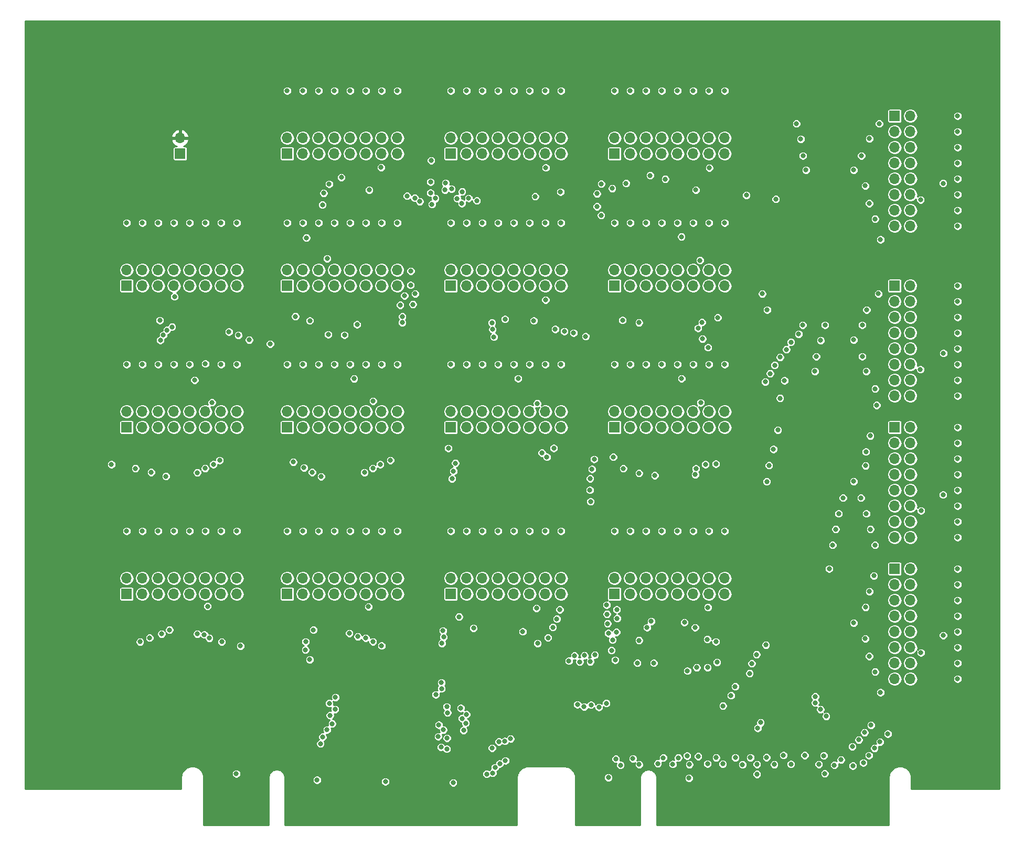
<source format=gbr>
G04 #@! TF.GenerationSoftware,KiCad,Pcbnew,(5.0.1)-4*
G04 #@! TF.CreationDate,2018-12-06T15:24:56-08:00*
G04 #@! TF.ProjectId,lights_n_jumpers,6C69676874735F6E5F6A756D70657273,rev?*
G04 #@! TF.SameCoordinates,Original*
G04 #@! TF.FileFunction,Copper,L2,Inr,Plane*
G04 #@! TF.FilePolarity,Positive*
%FSLAX46Y46*%
G04 Gerber Fmt 4.6, Leading zero omitted, Abs format (unit mm)*
G04 Created by KiCad (PCBNEW (5.0.1)-4) date 12/6/2018 3:24:56 PM*
%MOMM*%
%LPD*%
G01*
G04 APERTURE LIST*
G04 #@! TA.AperFunction,ViaPad*
%ADD10R,1.700000X1.700000*%
G04 #@! TD*
G04 #@! TA.AperFunction,ViaPad*
%ADD11O,1.700000X1.700000*%
G04 #@! TD*
G04 #@! TA.AperFunction,ViaPad*
%ADD12C,0.800000*%
G04 #@! TD*
G04 #@! TA.AperFunction,Conductor*
%ADD13C,0.254000*%
G04 #@! TD*
G04 APERTURE END LIST*
D10*
G04 #@! TO.N,Net-(J1-Pad1)*
G04 #@! TO.C,J1*
X80772000Y-113284000D03*
D11*
G04 #@! TO.N,/rs1[31]*
X80772000Y-110744000D03*
G04 #@! TO.N,Net-(J1-Pad3)*
X83312000Y-113284000D03*
G04 #@! TO.N,/rs1[30]*
X83312000Y-110744000D03*
G04 #@! TO.N,Net-(J1-Pad5)*
X85852000Y-113284000D03*
G04 #@! TO.N,/rs1[29]*
X85852000Y-110744000D03*
G04 #@! TO.N,Net-(J1-Pad7)*
X88392000Y-113284000D03*
G04 #@! TO.N,/rs1[28]*
X88392000Y-110744000D03*
G04 #@! TO.N,Net-(J1-Pad9)*
X90932000Y-113284000D03*
G04 #@! TO.N,/rs1[27]*
X90932000Y-110744000D03*
G04 #@! TO.N,Net-(J1-Pad11)*
X93472000Y-113284000D03*
G04 #@! TO.N,/rs1[26]*
X93472000Y-110744000D03*
G04 #@! TO.N,Net-(J1-Pad13)*
X96012000Y-113284000D03*
G04 #@! TO.N,/rs1[25]*
X96012000Y-110744000D03*
G04 #@! TO.N,Net-(J1-Pad15)*
X98552000Y-113284000D03*
G04 #@! TO.N,/rs1[24]*
X98552000Y-110744000D03*
G04 #@! TD*
G04 #@! TO.N,/rs1[16]*
G04 #@! TO.C,J2*
X124460000Y-110744000D03*
G04 #@! TO.N,Net-(J2-Pad15)*
X124460000Y-113284000D03*
G04 #@! TO.N,/rs1[17]*
X121920000Y-110744000D03*
G04 #@! TO.N,Net-(J2-Pad13)*
X121920000Y-113284000D03*
G04 #@! TO.N,/rs1[18]*
X119380000Y-110744000D03*
G04 #@! TO.N,Net-(J2-Pad11)*
X119380000Y-113284000D03*
G04 #@! TO.N,/rs1[19]*
X116840000Y-110744000D03*
G04 #@! TO.N,Net-(J2-Pad9)*
X116840000Y-113284000D03*
G04 #@! TO.N,/rs1[20]*
X114300000Y-110744000D03*
G04 #@! TO.N,Net-(J2-Pad7)*
X114300000Y-113284000D03*
G04 #@! TO.N,/rs1[21]*
X111760000Y-110744000D03*
G04 #@! TO.N,Net-(J2-Pad5)*
X111760000Y-113284000D03*
G04 #@! TO.N,/rs1[22]*
X109220000Y-110744000D03*
G04 #@! TO.N,Net-(J2-Pad3)*
X109220000Y-113284000D03*
G04 #@! TO.N,/rs1[23]*
X106680000Y-110744000D03*
D10*
G04 #@! TO.N,Net-(J2-Pad1)*
X106680000Y-113284000D03*
G04 #@! TD*
G04 #@! TO.N,Net-(J3-Pad1)*
G04 #@! TO.C,J3*
X80772000Y-86360000D03*
D11*
G04 #@! TO.N,/rd[31]*
X80772000Y-83820000D03*
G04 #@! TO.N,Net-(J3-Pad3)*
X83312000Y-86360000D03*
G04 #@! TO.N,/rd[30]*
X83312000Y-83820000D03*
G04 #@! TO.N,Net-(J3-Pad5)*
X85852000Y-86360000D03*
G04 #@! TO.N,/rd[29]*
X85852000Y-83820000D03*
G04 #@! TO.N,Net-(J3-Pad7)*
X88392000Y-86360000D03*
G04 #@! TO.N,/rd[28]*
X88392000Y-83820000D03*
G04 #@! TO.N,Net-(J3-Pad9)*
X90932000Y-86360000D03*
G04 #@! TO.N,/rd[27]*
X90932000Y-83820000D03*
G04 #@! TO.N,Net-(J3-Pad11)*
X93472000Y-86360000D03*
G04 #@! TO.N,/rd[26]*
X93472000Y-83820000D03*
G04 #@! TO.N,Net-(J3-Pad13)*
X96012000Y-86360000D03*
G04 #@! TO.N,/rd[25]*
X96012000Y-83820000D03*
G04 #@! TO.N,Net-(J3-Pad15)*
X98552000Y-86360000D03*
G04 #@! TO.N,/rd[24]*
X98552000Y-83820000D03*
G04 #@! TD*
G04 #@! TO.N,/rd[16]*
G04 #@! TO.C,J4*
X124460000Y-83820000D03*
G04 #@! TO.N,Net-(J4-Pad15)*
X124460000Y-86360000D03*
G04 #@! TO.N,/rd[17]*
X121920000Y-83820000D03*
G04 #@! TO.N,Net-(J4-Pad13)*
X121920000Y-86360000D03*
G04 #@! TO.N,/rd[18]*
X119380000Y-83820000D03*
G04 #@! TO.N,Net-(J4-Pad11)*
X119380000Y-86360000D03*
G04 #@! TO.N,/rd[19]*
X116840000Y-83820000D03*
G04 #@! TO.N,Net-(J4-Pad9)*
X116840000Y-86360000D03*
G04 #@! TO.N,/rd[20]*
X114300000Y-83820000D03*
G04 #@! TO.N,Net-(J4-Pad7)*
X114300000Y-86360000D03*
G04 #@! TO.N,/rd[21]*
X111760000Y-83820000D03*
G04 #@! TO.N,Net-(J4-Pad5)*
X111760000Y-86360000D03*
G04 #@! TO.N,/rd[22]*
X109220000Y-83820000D03*
G04 #@! TO.N,Net-(J4-Pad3)*
X109220000Y-86360000D03*
G04 #@! TO.N,/rd[23]*
X106680000Y-83820000D03*
D10*
G04 #@! TO.N,Net-(J4-Pad1)*
X106680000Y-86360000D03*
G04 #@! TD*
G04 #@! TO.N,Net-(J5-Pad1)*
G04 #@! TO.C,J5*
X133096000Y-86360000D03*
D11*
G04 #@! TO.N,/rd[15]*
X133096000Y-83820000D03*
G04 #@! TO.N,Net-(J5-Pad3)*
X135636000Y-86360000D03*
G04 #@! TO.N,/rd[14]*
X135636000Y-83820000D03*
G04 #@! TO.N,Net-(J5-Pad5)*
X138176000Y-86360000D03*
G04 #@! TO.N,/rd[13]*
X138176000Y-83820000D03*
G04 #@! TO.N,Net-(J5-Pad7)*
X140716000Y-86360000D03*
G04 #@! TO.N,/rd[12]*
X140716000Y-83820000D03*
G04 #@! TO.N,Net-(J5-Pad9)*
X143256000Y-86360000D03*
G04 #@! TO.N,/rd[11]*
X143256000Y-83820000D03*
G04 #@! TO.N,Net-(J5-Pad11)*
X145796000Y-86360000D03*
G04 #@! TO.N,/rd[10]*
X145796000Y-83820000D03*
G04 #@! TO.N,Net-(J5-Pad13)*
X148336000Y-86360000D03*
G04 #@! TO.N,/rd[9]*
X148336000Y-83820000D03*
G04 #@! TO.N,Net-(J5-Pad15)*
X150876000Y-86360000D03*
G04 #@! TO.N,/rd[8]*
X150876000Y-83820000D03*
G04 #@! TD*
G04 #@! TO.N,/rd[0]*
G04 #@! TO.C,J6*
X177292000Y-83820000D03*
G04 #@! TO.N,Net-(J6-Pad15)*
X177292000Y-86360000D03*
G04 #@! TO.N,/rd[1]*
X174752000Y-83820000D03*
G04 #@! TO.N,Net-(J6-Pad13)*
X174752000Y-86360000D03*
G04 #@! TO.N,/rd[2]*
X172212000Y-83820000D03*
G04 #@! TO.N,Net-(J6-Pad11)*
X172212000Y-86360000D03*
G04 #@! TO.N,/rd[3]*
X169672000Y-83820000D03*
G04 #@! TO.N,Net-(J6-Pad9)*
X169672000Y-86360000D03*
G04 #@! TO.N,/rd[4]*
X167132000Y-83820000D03*
G04 #@! TO.N,Net-(J6-Pad7)*
X167132000Y-86360000D03*
G04 #@! TO.N,/rd[5]*
X164592000Y-83820000D03*
G04 #@! TO.N,Net-(J6-Pad5)*
X164592000Y-86360000D03*
G04 #@! TO.N,/rd[6]*
X162052000Y-83820000D03*
G04 #@! TO.N,Net-(J6-Pad3)*
X162052000Y-86360000D03*
G04 #@! TO.N,/rd[7]*
X159512000Y-83820000D03*
D10*
G04 #@! TO.N,Net-(J6-Pad1)*
X159512000Y-86360000D03*
G04 #@! TD*
G04 #@! TO.N,Net-(J7-Pad1)*
G04 #@! TO.C,J7*
X106680000Y-63500000D03*
D11*
G04 #@! TO.N,/rs2[23]*
X106680000Y-60960000D03*
G04 #@! TO.N,Net-(J7-Pad3)*
X109220000Y-63500000D03*
G04 #@! TO.N,/rs2[22]*
X109220000Y-60960000D03*
G04 #@! TO.N,Net-(J7-Pad5)*
X111760000Y-63500000D03*
G04 #@! TO.N,/rs2[21]*
X111760000Y-60960000D03*
G04 #@! TO.N,Net-(J7-Pad7)*
X114300000Y-63500000D03*
G04 #@! TO.N,/rs2[20]*
X114300000Y-60960000D03*
G04 #@! TO.N,Net-(J7-Pad9)*
X116840000Y-63500000D03*
G04 #@! TO.N,/rs2[19]*
X116840000Y-60960000D03*
G04 #@! TO.N,Net-(J7-Pad11)*
X119380000Y-63500000D03*
G04 #@! TO.N,/rs2[18]*
X119380000Y-60960000D03*
G04 #@! TO.N,Net-(J7-Pad13)*
X121920000Y-63500000D03*
G04 #@! TO.N,/rs2[17]*
X121920000Y-60960000D03*
G04 #@! TO.N,Net-(J7-Pad15)*
X124460000Y-63500000D03*
G04 #@! TO.N,/rs2[16]*
X124460000Y-60960000D03*
G04 #@! TD*
D10*
G04 #@! TO.N,Net-(J8-Pad1)*
G04 #@! TO.C,J8*
X80772000Y-63500000D03*
D11*
G04 #@! TO.N,/rs2[31]*
X80772000Y-60960000D03*
G04 #@! TO.N,Net-(J8-Pad3)*
X83312000Y-63500000D03*
G04 #@! TO.N,/rs2[30]*
X83312000Y-60960000D03*
G04 #@! TO.N,Net-(J8-Pad5)*
X85852000Y-63500000D03*
G04 #@! TO.N,/rs2[29]*
X85852000Y-60960000D03*
G04 #@! TO.N,Net-(J8-Pad7)*
X88392000Y-63500000D03*
G04 #@! TO.N,/rs2[28]*
X88392000Y-60960000D03*
G04 #@! TO.N,Net-(J8-Pad9)*
X90932000Y-63500000D03*
G04 #@! TO.N,/rs2[27]*
X90932000Y-60960000D03*
G04 #@! TO.N,Net-(J8-Pad11)*
X93472000Y-63500000D03*
G04 #@! TO.N,/rs2[26]*
X93472000Y-60960000D03*
G04 #@! TO.N,Net-(J8-Pad13)*
X96012000Y-63500000D03*
G04 #@! TO.N,/rs2[25]*
X96012000Y-60960000D03*
G04 #@! TO.N,Net-(J8-Pad15)*
X98552000Y-63500000D03*
G04 #@! TO.N,/rs2[24]*
X98552000Y-60960000D03*
G04 #@! TD*
D10*
G04 #@! TO.N,+3V3*
G04 #@! TO.C,J9*
X89408000Y-42164000D03*
D11*
G04 #@! TO.N,GNDREF*
X89408000Y-39624000D03*
G04 #@! TD*
D10*
G04 #@! TO.N,Net-(J10-Pad1)*
G04 #@! TO.C,J10*
X159512000Y-113284000D03*
D11*
G04 #@! TO.N,/rs1[7]*
X159512000Y-110744000D03*
G04 #@! TO.N,Net-(J10-Pad3)*
X162052000Y-113284000D03*
G04 #@! TO.N,/rs1[6]*
X162052000Y-110744000D03*
G04 #@! TO.N,Net-(J10-Pad5)*
X164592000Y-113284000D03*
G04 #@! TO.N,/rs1[5]*
X164592000Y-110744000D03*
G04 #@! TO.N,Net-(J10-Pad7)*
X167132000Y-113284000D03*
G04 #@! TO.N,/rs1[4]*
X167132000Y-110744000D03*
G04 #@! TO.N,Net-(J10-Pad9)*
X169672000Y-113284000D03*
G04 #@! TO.N,/rs1[3]*
X169672000Y-110744000D03*
G04 #@! TO.N,Net-(J10-Pad11)*
X172212000Y-113284000D03*
G04 #@! TO.N,/rs1[2]*
X172212000Y-110744000D03*
G04 #@! TO.N,Net-(J10-Pad13)*
X174752000Y-113284000D03*
G04 #@! TO.N,/rs1[1]*
X174752000Y-110744000D03*
G04 #@! TO.N,Net-(J10-Pad15)*
X177292000Y-113284000D03*
G04 #@! TO.N,/rs1[0]*
X177292000Y-110744000D03*
G04 #@! TD*
D10*
G04 #@! TO.N,Net-(J11-Pad1)*
G04 #@! TO.C,J11*
X133096000Y-113284000D03*
D11*
G04 #@! TO.N,/rs1[15]*
X133096000Y-110744000D03*
G04 #@! TO.N,Net-(J11-Pad3)*
X135636000Y-113284000D03*
G04 #@! TO.N,/rs1[14]*
X135636000Y-110744000D03*
G04 #@! TO.N,Net-(J11-Pad5)*
X138176000Y-113284000D03*
G04 #@! TO.N,/rs1[13]*
X138176000Y-110744000D03*
G04 #@! TO.N,Net-(J11-Pad7)*
X140716000Y-113284000D03*
G04 #@! TO.N,/rs1[12]*
X140716000Y-110744000D03*
G04 #@! TO.N,Net-(J11-Pad9)*
X143256000Y-113284000D03*
G04 #@! TO.N,/rs1[11]*
X143256000Y-110744000D03*
G04 #@! TO.N,Net-(J11-Pad11)*
X145796000Y-113284000D03*
G04 #@! TO.N,/rs1[10]*
X145796000Y-110744000D03*
G04 #@! TO.N,Net-(J11-Pad13)*
X148336000Y-113284000D03*
G04 #@! TO.N,/rs1[9]*
X148336000Y-110744000D03*
G04 #@! TO.N,Net-(J11-Pad15)*
X150876000Y-113284000D03*
G04 #@! TO.N,/rs1[8]*
X150876000Y-110744000D03*
G04 #@! TD*
G04 #@! TO.N,/rs2[0]*
G04 #@! TO.C,J12*
X177292000Y-60960000D03*
G04 #@! TO.N,Net-(J12-Pad15)*
X177292000Y-63500000D03*
G04 #@! TO.N,/rs2[1]*
X174752000Y-60960000D03*
G04 #@! TO.N,Net-(J12-Pad13)*
X174752000Y-63500000D03*
G04 #@! TO.N,/rs2[2]*
X172212000Y-60960000D03*
G04 #@! TO.N,Net-(J12-Pad11)*
X172212000Y-63500000D03*
G04 #@! TO.N,/rs2[3]*
X169672000Y-60960000D03*
G04 #@! TO.N,Net-(J12-Pad9)*
X169672000Y-63500000D03*
G04 #@! TO.N,/rs2[4]*
X167132000Y-60960000D03*
G04 #@! TO.N,Net-(J12-Pad7)*
X167132000Y-63500000D03*
G04 #@! TO.N,/rs2[5]*
X164592000Y-60960000D03*
G04 #@! TO.N,Net-(J12-Pad5)*
X164592000Y-63500000D03*
G04 #@! TO.N,/rs2[6]*
X162052000Y-60960000D03*
G04 #@! TO.N,Net-(J12-Pad3)*
X162052000Y-63500000D03*
G04 #@! TO.N,/rs2[7]*
X159512000Y-60960000D03*
D10*
G04 #@! TO.N,Net-(J12-Pad1)*
X159512000Y-63500000D03*
G04 #@! TD*
D11*
G04 #@! TO.N,/rs2[8]*
G04 #@! TO.C,J13*
X150876000Y-60960000D03*
G04 #@! TO.N,Net-(J13-Pad15)*
X150876000Y-63500000D03*
G04 #@! TO.N,/rs2[9]*
X148336000Y-60960000D03*
G04 #@! TO.N,Net-(J13-Pad13)*
X148336000Y-63500000D03*
G04 #@! TO.N,/rs2[10]*
X145796000Y-60960000D03*
G04 #@! TO.N,Net-(J13-Pad11)*
X145796000Y-63500000D03*
G04 #@! TO.N,/rs2[11]*
X143256000Y-60960000D03*
G04 #@! TO.N,Net-(J13-Pad9)*
X143256000Y-63500000D03*
G04 #@! TO.N,/rs2[12]*
X140716000Y-60960000D03*
G04 #@! TO.N,Net-(J13-Pad7)*
X140716000Y-63500000D03*
G04 #@! TO.N,/rs2[13]*
X138176000Y-60960000D03*
G04 #@! TO.N,Net-(J13-Pad5)*
X138176000Y-63500000D03*
G04 #@! TO.N,/rs2[14]*
X135636000Y-60960000D03*
G04 #@! TO.N,Net-(J13-Pad3)*
X135636000Y-63500000D03*
G04 #@! TO.N,/rs2[15]*
X133096000Y-60960000D03*
D10*
G04 #@! TO.N,Net-(J13-Pad1)*
X133096000Y-63500000D03*
G04 #@! TD*
G04 #@! TO.N,Net-(J14-Pad1)*
G04 #@! TO.C,J14*
X204721001Y-63500000D03*
D11*
G04 #@! TO.N,/nc23*
X207261001Y-63500000D03*
G04 #@! TO.N,Net-(J14-Pad3)*
X204721001Y-66040000D03*
G04 #@! TO.N,/nc22*
X207261001Y-66040000D03*
G04 #@! TO.N,Net-(J14-Pad5)*
X204721001Y-68580000D03*
G04 #@! TO.N,/nc21*
X207261001Y-68580000D03*
G04 #@! TO.N,Net-(J14-Pad7)*
X204721001Y-71120000D03*
G04 #@! TO.N,/nc20*
X207261001Y-71120000D03*
G04 #@! TO.N,Net-(J14-Pad9)*
X204721001Y-73660000D03*
G04 #@! TO.N,/nc19*
X207261001Y-73660000D03*
G04 #@! TO.N,Net-(J14-Pad11)*
X204721001Y-76200000D03*
G04 #@! TO.N,/nc18*
X207261001Y-76200000D03*
G04 #@! TO.N,Net-(J14-Pad13)*
X204721001Y-78740000D03*
G04 #@! TO.N,/nc17*
X207261001Y-78740000D03*
G04 #@! TO.N,Net-(J14-Pad15)*
X204721001Y-81280000D03*
G04 #@! TO.N,/nc16*
X207261001Y-81280000D03*
G04 #@! TD*
D10*
G04 #@! TO.N,Net-(J15-Pad1)*
G04 #@! TO.C,J15*
X204724000Y-86360000D03*
D11*
G04 #@! TO.N,/nc15*
X207264000Y-86360000D03*
G04 #@! TO.N,Net-(J15-Pad3)*
X204724000Y-88900000D03*
G04 #@! TO.N,/nc14*
X207264000Y-88900000D03*
G04 #@! TO.N,Net-(J15-Pad5)*
X204724000Y-91440000D03*
G04 #@! TO.N,/nc13*
X207264000Y-91440000D03*
G04 #@! TO.N,Net-(J15-Pad7)*
X204724000Y-93980000D03*
G04 #@! TO.N,/nc12*
X207264000Y-93980000D03*
G04 #@! TO.N,Net-(J15-Pad9)*
X204724000Y-96520000D03*
G04 #@! TO.N,/nc11*
X207264000Y-96520000D03*
G04 #@! TO.N,Net-(J15-Pad11)*
X204724000Y-99060000D03*
G04 #@! TO.N,/nc10*
X207264000Y-99060000D03*
G04 #@! TO.N,Net-(J15-Pad13)*
X204724000Y-101600000D03*
G04 #@! TO.N,/nc9*
X207264000Y-101600000D03*
G04 #@! TO.N,Net-(J15-Pad15)*
X204724000Y-104140000D03*
G04 #@! TO.N,/nc8*
X207264000Y-104140000D03*
G04 #@! TD*
D10*
G04 #@! TO.N,Net-(J16-Pad1)*
G04 #@! TO.C,J16*
X204724000Y-109220000D03*
D11*
G04 #@! TO.N,/nc7*
X207264000Y-109220000D03*
G04 #@! TO.N,Net-(J16-Pad3)*
X204724000Y-111760000D03*
G04 #@! TO.N,/nc6*
X207264000Y-111760000D03*
G04 #@! TO.N,Net-(J16-Pad5)*
X204724000Y-114300000D03*
G04 #@! TO.N,/nc5*
X207264000Y-114300000D03*
G04 #@! TO.N,Net-(J16-Pad7)*
X204724000Y-116840000D03*
G04 #@! TO.N,/nc4*
X207264000Y-116840000D03*
G04 #@! TO.N,Net-(J16-Pad9)*
X204724000Y-119380000D03*
G04 #@! TO.N,/nc3*
X207264000Y-119380000D03*
G04 #@! TO.N,Net-(J16-Pad11)*
X204724000Y-121920000D03*
G04 #@! TO.N,/nc2*
X207264000Y-121920000D03*
G04 #@! TO.N,Net-(J16-Pad13)*
X204724000Y-124460000D03*
G04 #@! TO.N,/nc1*
X207264000Y-124460000D03*
G04 #@! TO.N,Net-(J16-Pad15)*
X204724000Y-127000000D03*
G04 #@! TO.N,/nc0*
X207264000Y-127000000D03*
G04 #@! TD*
G04 #@! TO.N,/rs2a[0]*
G04 #@! TO.C,J17*
X124460000Y-39624000D03*
G04 #@! TO.N,Net-(J17-Pad15)*
X124460000Y-42164000D03*
G04 #@! TO.N,/~rs1_rd*
X121920000Y-39624000D03*
G04 #@! TO.N,Net-(J17-Pad13)*
X121920000Y-42164000D03*
G04 #@! TO.N,/~rs2_rd*
X119380000Y-39624000D03*
G04 #@! TO.N,Net-(J17-Pad11)*
X119380000Y-42164000D03*
G04 #@! TO.N,/~rd_wr*
X116840000Y-39624000D03*
G04 #@! TO.N,Net-(J17-Pad9)*
X116840000Y-42164000D03*
G04 #@! TO.N,/~BOOT_WR*
X114300000Y-39624000D03*
G04 #@! TO.N,Net-(J17-Pad7)*
X114300000Y-42164000D03*
G04 #@! TO.N,/~BOOT_RST*
X111760000Y-39624000D03*
G04 #@! TO.N,Net-(J17-Pad5)*
X111760000Y-42164000D03*
G04 #@! TO.N,/BOOT_CLK*
X109220000Y-39624000D03*
G04 #@! TO.N,Net-(J17-Pad3)*
X109220000Y-42164000D03*
G04 #@! TO.N,/~BOOT_ALU_EN*
X106680000Y-39624000D03*
D10*
G04 #@! TO.N,Net-(J17-Pad1)*
X106680000Y-42164000D03*
G04 #@! TD*
D11*
G04 #@! TO.N,/rda[3]*
G04 #@! TO.C,J18*
X150876000Y-39624000D03*
G04 #@! TO.N,Net-(J18-Pad15)*
X150876000Y-42164000D03*
G04 #@! TO.N,/rda[2]*
X148336000Y-39624000D03*
G04 #@! TO.N,Net-(J18-Pad13)*
X148336000Y-42164000D03*
G04 #@! TO.N,/rda[1]*
X145796000Y-39624000D03*
G04 #@! TO.N,Net-(J18-Pad11)*
X145796000Y-42164000D03*
G04 #@! TO.N,/rda[0]*
X143256000Y-39624000D03*
G04 #@! TO.N,Net-(J18-Pad9)*
X143256000Y-42164000D03*
G04 #@! TO.N,/rs2a[4]*
X140716000Y-39624000D03*
G04 #@! TO.N,Net-(J18-Pad7)*
X140716000Y-42164000D03*
G04 #@! TO.N,/rs2a[3]*
X138176000Y-39624000D03*
G04 #@! TO.N,Net-(J18-Pad5)*
X138176000Y-42164000D03*
G04 #@! TO.N,/rs2a[2]*
X135636000Y-39624000D03*
G04 #@! TO.N,Net-(J18-Pad3)*
X135636000Y-42164000D03*
G04 #@! TO.N,/rs2a[1]*
X133096000Y-39624000D03*
D10*
G04 #@! TO.N,Net-(J18-Pad1)*
X133096000Y-42164000D03*
G04 #@! TD*
G04 #@! TO.N,Net-(J19-Pad1)*
G04 #@! TO.C,J19*
X159512000Y-42164000D03*
D11*
G04 #@! TO.N,/rda[4]*
X159512000Y-39624000D03*
G04 #@! TO.N,Net-(J19-Pad3)*
X162052000Y-42164000D03*
G04 #@! TO.N,/rs1a[0]*
X162052000Y-39624000D03*
G04 #@! TO.N,Net-(J19-Pad5)*
X164592000Y-42164000D03*
G04 #@! TO.N,/rs1a[1]*
X164592000Y-39624000D03*
G04 #@! TO.N,Net-(J19-Pad7)*
X167132000Y-42164000D03*
G04 #@! TO.N,/rs1a[2]*
X167132000Y-39624000D03*
G04 #@! TO.N,Net-(J19-Pad9)*
X169672000Y-42164000D03*
G04 #@! TO.N,/rs1a[3]*
X169672000Y-39624000D03*
G04 #@! TO.N,Net-(J19-Pad11)*
X172212000Y-42164000D03*
G04 #@! TO.N,/rs1a[4]*
X172212000Y-39624000D03*
G04 #@! TO.N,Net-(J19-Pad13)*
X174752000Y-42164000D03*
G04 #@! TO.N,/~shift_oe*
X174752000Y-39624000D03*
G04 #@! TO.N,Net-(J19-Pad15)*
X177292000Y-42164000D03*
G04 #@! TO.N,/~alu_oe*
X177292000Y-39624000D03*
G04 #@! TD*
G04 #@! TO.N,+3V3*
G04 #@! TO.C,J20*
X207264000Y-53848000D03*
G04 #@! TO.N,Net-(J20-Pad15)*
X204724000Y-53848000D03*
G04 #@! TO.N,+3V3*
X207264000Y-51308000D03*
G04 #@! TO.N,Net-(J20-Pad13)*
X204724000Y-51308000D03*
G04 #@! TO.N,+3V3*
X207264000Y-48768000D03*
G04 #@! TO.N,Net-(J20-Pad11)*
X204724000Y-48768000D03*
G04 #@! TO.N,+3V3*
X207264000Y-46228000D03*
G04 #@! TO.N,Net-(J20-Pad9)*
X204724000Y-46228000D03*
G04 #@! TO.N,/f[3]*
X207264000Y-43688000D03*
G04 #@! TO.N,Net-(J20-Pad7)*
X204724000Y-43688000D03*
G04 #@! TO.N,/f[2]*
X207264000Y-41148000D03*
G04 #@! TO.N,Net-(J20-Pad5)*
X204724000Y-41148000D03*
G04 #@! TO.N,/f[1]*
X207264000Y-38608000D03*
G04 #@! TO.N,Net-(J20-Pad3)*
X204724000Y-38608000D03*
G04 #@! TO.N,/f[0]*
X207264000Y-36068000D03*
D10*
G04 #@! TO.N,Net-(J20-Pad1)*
X204724000Y-36068000D03*
G04 #@! TD*
D12*
G04 #@! TO.N,GNDREF*
X95529400Y-142290800D03*
X101473000Y-142214600D03*
X108474167Y-143449967D03*
X114557136Y-143284535D03*
X119523166Y-142865766D03*
X125415966Y-143856366D03*
X130403600Y-143256000D03*
X136833083Y-143956171D03*
X155651200Y-142798800D03*
X161417000Y-143078200D03*
X168554400Y-142748000D03*
X174548800Y-142976600D03*
X179501800Y-142290800D03*
X185496200Y-142621000D03*
X190525400Y-142443200D03*
X196494400Y-142341600D03*
X115570000Y-33070800D03*
X115722400Y-38023800D03*
X89712800Y-54533800D03*
X89763600Y-59232800D03*
X117729000Y-46710600D03*
X114122200Y-50901600D03*
X128854200Y-38100000D03*
X132613400Y-35077400D03*
X142036800Y-33223200D03*
X145313400Y-36779200D03*
X168478200Y-33096200D03*
X171780200Y-36880800D03*
X166370000Y-46431200D03*
X162712400Y-50190400D03*
X117576600Y-55626000D03*
X122885200Y-58140600D03*
X142036800Y-54533800D03*
X145465800Y-58216800D03*
X163347400Y-54584600D03*
X168021000Y-57353200D03*
X166141400Y-67716400D03*
X169824400Y-71501000D03*
X144500600Y-67767200D03*
X144526000Y-72669400D03*
X112090200Y-67716400D03*
X117576600Y-71018400D03*
X93218000Y-70459600D03*
X88773000Y-73202800D03*
X84709000Y-77520800D03*
X84810600Y-81635600D03*
X110439200Y-77673200D03*
X115087400Y-80162400D03*
X136956800Y-77520800D03*
X141376400Y-80111600D03*
X163322000Y-77495400D03*
X167716200Y-80086200D03*
X167309800Y-90525600D03*
X169011600Y-95377000D03*
X141401800Y-90551000D03*
X143078200Y-95605600D03*
X114477800Y-90195400D03*
X116154200Y-95250000D03*
X88620600Y-90551000D03*
X90220800Y-95300800D03*
X89712800Y-104292400D03*
X89941400Y-109143800D03*
X115646200Y-109169200D03*
X115493800Y-104470200D03*
X142011400Y-104317800D03*
X144119600Y-109016800D03*
X168427400Y-104165400D03*
X168249600Y-109169200D03*
X169824400Y-118618000D03*
X169951400Y-123088400D03*
X146761200Y-122377200D03*
X145262600Y-126339600D03*
X115392200Y-119024400D03*
X113284000Y-122885200D03*
X89636600Y-118211600D03*
X89687400Y-122834400D03*
X213410800Y-113106200D03*
X209956400Y-117703600D03*
X210210400Y-94843600D03*
X213588600Y-90093800D03*
X213715600Y-67310000D03*
X210108800Y-72237600D03*
X210337400Y-44831000D03*
X213715600Y-39852600D03*
X202971400Y-43891200D03*
X197942200Y-46151800D03*
X202819000Y-70637400D03*
X197993000Y-73456800D03*
X202920600Y-93497400D03*
X197967600Y-96443800D03*
X202920600Y-116306600D03*
X197866000Y-119329200D03*
G04 #@! TO.N,+3V3*
X202438000Y-56039286D03*
X201574400Y-52705000D03*
X200632990Y-50190999D03*
X199992990Y-47345001D03*
X98475800Y-142316200D03*
X111496766Y-143322966D03*
X122529600Y-143586200D03*
X133477000Y-143764000D03*
X158521400Y-142925800D03*
X171526200Y-143027400D03*
X182499000Y-142392400D03*
X193446400Y-142290800D03*
X119913400Y-48031400D03*
X121848287Y-44387483D03*
X174817202Y-44452183D03*
X172643800Y-48031400D03*
X148412200Y-44424600D03*
X146710400Y-49072800D03*
X109778800Y-55753000D03*
X113131600Y-59105800D03*
X170307000Y-55575200D03*
X173304200Y-59385200D03*
X146481800Y-69138800D03*
X148393488Y-65783471D03*
X88493600Y-65252600D03*
X86131400Y-69088000D03*
X91744800Y-78740000D03*
X94538800Y-82346800D03*
X117475000Y-78511400D03*
X120548400Y-82118200D03*
X143967200Y-78486000D03*
X147040600Y-82499200D03*
X170332400Y-78486000D03*
X173431200Y-82372200D03*
X174574200Y-115443000D03*
X172516800Y-118694200D03*
X144703800Y-119354600D03*
X146913600Y-115595400D03*
X119811800Y-115341400D03*
X118084600Y-120167400D03*
X93294200Y-119862600D03*
X93827600Y-115265200D03*
X212572600Y-119964200D03*
X208965800Y-122758200D03*
X208991200Y-99822000D03*
X212547200Y-97256600D03*
X212598000Y-74396600D03*
X208864200Y-77012800D03*
X208915000Y-49606200D03*
X212547200Y-46939200D03*
G04 #@! TO.N,/rs1[31]*
X82931000Y-121005600D03*
G04 #@! TO.N,/rs1[30]*
X84480400Y-120368990D03*
G04 #@! TO.N,/rs1[29]*
X86410800Y-119728990D03*
G04 #@! TO.N,/rs1[28]*
X87680800Y-119075200D03*
G04 #@! TO.N,/rs1[27]*
X92156804Y-119728990D03*
G04 #@! TO.N,/rs1[26]*
X94107148Y-120406312D03*
G04 #@! TO.N,/rs1[25]*
X96113600Y-121008990D03*
G04 #@! TO.N,/rs1[24]*
X99136200Y-121691400D03*
G04 #@! TO.N,Net-(D1-Pad1)*
X98552000Y-103124000D03*
G04 #@! TO.N,Net-(D2-Pad1)*
X96012000Y-103124000D03*
G04 #@! TO.N,Net-(D3-Pad1)*
X93472000Y-103124000D03*
G04 #@! TO.N,Net-(D4-Pad1)*
X90932000Y-103124000D03*
G04 #@! TO.N,Net-(D5-Pad1)*
X88392000Y-103124000D03*
G04 #@! TO.N,Net-(D6-Pad1)*
X85852000Y-103124000D03*
G04 #@! TO.N,Net-(D7-Pad1)*
X83312000Y-103124000D03*
G04 #@! TO.N,Net-(D8-Pad1)*
X80772000Y-103124000D03*
G04 #@! TO.N,/rs1[16]*
X121920000Y-121640600D03*
G04 #@! TO.N,Net-(D9-Pad1)*
X124460000Y-103124000D03*
G04 #@! TO.N,Net-(D10-Pad1)*
X121920000Y-103124000D03*
G04 #@! TO.N,/rs1[17]*
X120523000Y-120980200D03*
G04 #@! TO.N,/rs1[18]*
X119354600Y-120396000D03*
G04 #@! TO.N,Net-(D11-Pad1)*
X119380000Y-103124000D03*
G04 #@! TO.N,Net-(D12-Pad1)*
X116840000Y-103124000D03*
G04 #@! TO.N,/rs1[19]*
X116713000Y-119634000D03*
G04 #@! TO.N,/rs1[20]*
X110921800Y-119088990D03*
G04 #@! TO.N,Net-(D13-Pad1)*
X114300000Y-103124000D03*
G04 #@! TO.N,Net-(D14-Pad1)*
X111760000Y-103124000D03*
G04 #@! TO.N,/rs1[21]*
X109677200Y-120980200D03*
G04 #@! TO.N,/rs1[22]*
X109626400Y-122301000D03*
G04 #@! TO.N,Net-(D15-Pad1)*
X109220000Y-103124000D03*
G04 #@! TO.N,/rs1[23]*
X110312200Y-123875800D03*
G04 #@! TO.N,Net-(D16-Pad1)*
X106680000Y-103124000D03*
G04 #@! TO.N,/rd[31]*
X78308200Y-92354400D03*
G04 #@! TO.N,/rd[30]*
X82194999Y-92991010D03*
G04 #@! TO.N,/rd[29]*
X84734999Y-93631010D03*
G04 #@! TO.N,/rd[28]*
X87122000Y-94271010D03*
G04 #@! TO.N,/rd[27]*
X92176600Y-93675200D03*
G04 #@! TO.N,/rd[26]*
X93446600Y-92989400D03*
G04 #@! TO.N,/rd[25]*
X94767400Y-92354406D03*
G04 #@! TO.N,/rd[24]*
X95783400Y-91694000D03*
G04 #@! TO.N,/rd[23]*
X107670600Y-91973400D03*
G04 #@! TO.N,/rd[22]*
X109397800Y-92887800D03*
G04 #@! TO.N,/rd[21]*
X110718600Y-93624400D03*
G04 #@! TO.N,/rd[20]*
X112166398Y-94310200D03*
G04 #@! TO.N,/rd[19]*
X119151400Y-93649824D03*
G04 #@! TO.N,/rd[18]*
X120497599Y-92989400D03*
G04 #@! TO.N,/rd[17]*
X121691400Y-92354400D03*
G04 #@! TO.N,/rd[16]*
X123342999Y-91694000D03*
G04 #@! TO.N,/rs2[31]*
X112057779Y-137464800D03*
X86207600Y-72305837D03*
G04 #@! TO.N,/rs2[30]*
X112413790Y-136372600D03*
X86689667Y-71454885D03*
G04 #@! TO.N,/rs2[29]*
X113106200Y-135204200D03*
X87272736Y-70669686D03*
G04 #@! TO.N,/rs2[28]*
X113944400Y-134239000D03*
X88091573Y-70134884D03*
G04 #@! TO.N,/rs2[27]*
X113588800Y-132892800D03*
X97282000Y-70935324D03*
G04 #@! TO.N,/rs2[26]*
X114427000Y-131902200D03*
X98806000Y-71472162D03*
G04 #@! TO.N,/rs2[25]*
X113487200Y-130937000D03*
X100558600Y-72237600D03*
G04 #@! TO.N,/rs2[24]*
X114477800Y-129971800D03*
X103936800Y-72898000D03*
G04 #@! TO.N,/rs2[23]*
X108000800Y-68453000D03*
G04 #@! TO.N,/rs2[22]*
X110337001Y-69138800D03*
G04 #@! TO.N,/rs2[21]*
X113309400Y-71374000D03*
G04 #@! TO.N,/rs2[20]*
X115925600Y-71450200D03*
G04 #@! TO.N,/rs2[19]*
X117957001Y-69755010D03*
G04 #@! TO.N,/rs2[18]*
X125257821Y-69445780D03*
G04 #@! TO.N,/rs2[17]*
X125263315Y-68467784D03*
G04 #@! TO.N,/rs2[16]*
X124928566Y-66617669D03*
G04 #@! TO.N,Net-(D17-Pad1)*
X98552000Y-76200000D03*
G04 #@! TO.N,Net-(D18-Pad1)*
X96012000Y-76200000D03*
G04 #@! TO.N,Net-(D19-Pad1)*
X93472000Y-76091379D03*
G04 #@! TO.N,Net-(D20-Pad1)*
X90932000Y-76200000D03*
G04 #@! TO.N,Net-(D21-Pad1)*
X88392000Y-76200000D03*
G04 #@! TO.N,Net-(D22-Pad1)*
X85852000Y-76200000D03*
G04 #@! TO.N,Net-(D23-Pad1)*
X83312000Y-76200000D03*
G04 #@! TO.N,Net-(D24-Pad1)*
X80772000Y-76200000D03*
G04 #@! TO.N,Net-(D25-Pad1)*
X124460000Y-76200000D03*
G04 #@! TO.N,Net-(D26-Pad1)*
X121920000Y-76200000D03*
G04 #@! TO.N,Net-(D27-Pad1)*
X119380000Y-76200000D03*
G04 #@! TO.N,Net-(D28-Pad1)*
X116840000Y-76192568D03*
G04 #@! TO.N,Net-(D29-Pad1)*
X114300000Y-76200000D03*
G04 #@! TO.N,Net-(D30-Pad1)*
X111760000Y-76200000D03*
G04 #@! TO.N,Net-(D31-Pad1)*
X109220000Y-76200000D03*
G04 #@! TO.N,Net-(D32-Pad1)*
X106680000Y-76200000D03*
G04 #@! TO.N,/rd[8]*
X163499800Y-140817600D03*
X154660600Y-123215400D03*
G04 #@! TO.N,Net-(D33-Pad1)*
X150876000Y-76200000D03*
G04 #@! TO.N,Net-(D34-Pad1)*
X148336000Y-76200000D03*
G04 #@! TO.N,/rd[9]*
X162483800Y-139877800D03*
X153898600Y-124256800D03*
X149707587Y-89729813D03*
G04 #@! TO.N,/rd[10]*
X160477200Y-140919200D03*
X153060400Y-123240800D03*
X147795588Y-90493188D03*
G04 #@! TO.N,Net-(D35-Pad1)*
X145796000Y-76200000D03*
G04 #@! TO.N,Net-(D36-Pad1)*
X143256000Y-76192566D03*
G04 #@! TO.N,/rd[11]*
X159723043Y-139928600D03*
X148590000Y-91160189D03*
X152139038Y-124090499D03*
G04 #@! TO.N,/rd[12]*
X133287799Y-94665800D03*
G04 #@! TO.N,Net-(D37-Pad1)*
X140716000Y-76200000D03*
G04 #@! TO.N,Net-(D38-Pad1)*
X138176000Y-76200000D03*
G04 #@! TO.N,/rd[13]*
X133527800Y-93438637D03*
G04 #@! TO.N,/rd[14]*
X133828075Y-92151200D03*
G04 #@! TO.N,Net-(D39-Pad1)*
X135636000Y-76200000D03*
G04 #@! TO.N,Net-(D40-Pad1)*
X133096000Y-76200000D03*
G04 #@! TO.N,/rd[15]*
X132689600Y-89738200D03*
G04 #@! TO.N,Net-(D41-Pad1)*
X177292000Y-76200000D03*
G04 #@! TO.N,/rd[0]*
X175917137Y-139707432D03*
X175869001Y-92277601D03*
X176047400Y-124307600D03*
G04 #@! TO.N,/rd[1]*
X174523400Y-140716000D03*
X174193200Y-92354400D03*
X174523400Y-125145800D03*
G04 #@! TO.N,Net-(D42-Pad1)*
X174752000Y-76200000D03*
G04 #@! TO.N,Net-(D43-Pad1)*
X172212000Y-76200000D03*
G04 #@! TO.N,/rd[2]*
X173013023Y-139508301D03*
X172653675Y-93030324D03*
X172778328Y-125151931D03*
G04 #@! TO.N,/rd[3]*
X171602400Y-140817600D03*
X172542200Y-94001962D03*
X171279362Y-125699277D03*
G04 #@! TO.N,Net-(D44-Pad1)*
X169672000Y-76200000D03*
G04 #@! TO.N,Net-(D45-Pad1)*
X167132000Y-76200000D03*
G04 #@! TO.N,/rd[4]*
X159021968Y-122388368D03*
X169814289Y-139732832D03*
X166014999Y-94140399D03*
G04 #@! TO.N,/rd[5]*
X159629926Y-123952000D03*
X168922977Y-140771978D03*
X163474999Y-93776800D03*
G04 #@! TO.N,Net-(D46-Pad1)*
X164592000Y-76200000D03*
G04 #@! TO.N,Net-(D47-Pad1)*
X162052000Y-76200000D03*
G04 #@! TO.N,/rd[6]*
X156337000Y-123113800D03*
X167387689Y-139732832D03*
X160934999Y-93014800D03*
G04 #@! TO.N,/rd[7]*
X166497000Y-140665200D03*
X155600400Y-124231400D03*
X159308800Y-91160600D03*
G04 #@! TO.N,Net-(D48-Pad1)*
X159512000Y-76200000D03*
G04 #@! TO.N,Net-(D49-Pad1)*
X124460000Y-53340000D03*
G04 #@! TO.N,Net-(D50-Pad1)*
X121920000Y-53340000D03*
G04 #@! TO.N,Net-(D51-Pad1)*
X119380000Y-53340000D03*
G04 #@! TO.N,Net-(D52-Pad1)*
X116840000Y-53340000D03*
G04 #@! TO.N,Net-(D53-Pad1)*
X114300000Y-53340000D03*
G04 #@! TO.N,Net-(D54-Pad1)*
X111760000Y-53340000D03*
G04 #@! TO.N,Net-(D55-Pad1)*
X109220000Y-53340000D03*
G04 #@! TO.N,Net-(D56-Pad1)*
X106680000Y-53340000D03*
G04 #@! TO.N,Net-(D57-Pad1)*
X98552000Y-53340000D03*
G04 #@! TO.N,Net-(D58-Pad1)*
X96012000Y-53340000D03*
G04 #@! TO.N,Net-(D59-Pad1)*
X93472000Y-53340000D03*
G04 #@! TO.N,Net-(D60-Pad1)*
X90932000Y-53340000D03*
G04 #@! TO.N,Net-(D61-Pad1)*
X88392000Y-53340000D03*
G04 #@! TO.N,Net-(D62-Pad1)*
X85852000Y-53340000D03*
G04 #@! TO.N,Net-(D63-Pad1)*
X83312000Y-53340000D03*
G04 #@! TO.N,Net-(D64-Pad1)*
X80772000Y-53340000D03*
G04 #@! TO.N,Net-(D65-Pad1)*
X177292000Y-103124000D03*
G04 #@! TO.N,Net-(D66-Pad1)*
X174752000Y-103124000D03*
G04 #@! TO.N,/rs1[1]*
X175869001Y-120984016D03*
G04 #@! TO.N,/rs1[2]*
X174497023Y-120599200D03*
G04 #@! TO.N,Net-(D67-Pad1)*
X172212000Y-103124000D03*
G04 #@! TO.N,Net-(D68-Pad1)*
X169672000Y-103124000D03*
G04 #@! TO.N,/rs1[3]*
X170789001Y-117878340D03*
G04 #@! TO.N,Net-(D69-Pad1)*
X167132000Y-103124000D03*
G04 #@! TO.N,/rs1[4]*
X165430200Y-117693242D03*
G04 #@! TO.N,/rs1[5]*
X164763199Y-118694200D03*
G04 #@! TO.N,Net-(D70-Pad1)*
X164592000Y-103124000D03*
G04 #@! TO.N,/rs1[6]*
X163474999Y-120777000D03*
G04 #@! TO.N,Net-(D71-Pad1)*
X162052000Y-103124000D03*
G04 #@! TO.N,Net-(D72-Pad1)*
X159512000Y-103124000D03*
G04 #@! TO.N,/rs1[7]*
X165851406Y-124435831D03*
G04 #@! TO.N,Net-(D73-Pad1)*
X150876000Y-103124000D03*
G04 #@! TO.N,/rs1[9]*
X150672022Y-115812188D03*
G04 #@! TO.N,Net-(D74-Pad1)*
X148336000Y-103124000D03*
G04 #@! TO.N,Net-(D75-Pad1)*
X145796000Y-103124000D03*
G04 #@! TO.N,/rs1[10]*
X150201692Y-117310775D03*
G04 #@! TO.N,/rs1[11]*
X149555200Y-118652450D03*
G04 #@! TO.N,Net-(D76-Pad1)*
X143256000Y-103124000D03*
G04 #@! TO.N,Net-(D77-Pad1)*
X140716000Y-103124000D03*
G04 #@! TO.N,/rs1[12]*
X148776358Y-120346724D03*
G04 #@! TO.N,/rs1[13]*
X147091400Y-121247776D03*
G04 #@! TO.N,Net-(D78-Pad1)*
X138176000Y-103124000D03*
G04 #@! TO.N,Net-(D79-Pad1)*
X135636000Y-103124000D03*
G04 #@! TO.N,/rs1[14]*
X136753001Y-118796951D03*
G04 #@! TO.N,/rs1[15]*
X134416800Y-116964225D03*
G04 #@! TO.N,Net-(D80-Pad1)*
X133096000Y-103124000D03*
G04 #@! TO.N,Net-(D81-Pad1)*
X177292000Y-53340000D03*
G04 #@! TO.N,/rs2[0]*
X189890400Y-69850000D03*
X197980416Y-141036883D03*
G04 #@! TO.N,/rs2[1]*
X189222979Y-71301246D03*
X196065286Y-140054706D03*
X176174999Y-68631399D03*
G04 #@! TO.N,Net-(D82-Pad1)*
X174752000Y-53340000D03*
G04 #@! TO.N,Net-(D83-Pad1)*
X172212000Y-53340000D03*
G04 #@! TO.N,/rs2[2]*
X194997557Y-140917434D03*
X187987148Y-72591452D03*
X173634999Y-69393399D03*
G04 #@! TO.N,/rs2[3]*
X187248800Y-73787000D03*
X193293108Y-139390919D03*
X172999400Y-70358000D03*
G04 #@! TO.N,Net-(D84-Pad1)*
X169672000Y-53340000D03*
G04 #@! TO.N,Net-(D85-Pad1)*
X167132000Y-53340000D03*
G04 #@! TO.N,/rs2[4]*
X186232800Y-75031600D03*
X192487810Y-140792200D03*
X173714038Y-72059800D03*
G04 #@! TO.N,/rs2[5]*
X190220600Y-139344400D03*
X185369200Y-76327000D03*
X174608385Y-73457622D03*
G04 #@! TO.N,Net-(D86-Pad1)*
X164592000Y-53340000D03*
G04 #@! TO.N,Net-(D87-Pad1)*
X162052000Y-53340000D03*
G04 #@! TO.N,/rs2[6]*
X187985400Y-140766800D03*
X184632600Y-77673200D03*
X163474999Y-69444199D03*
G04 #@! TO.N,/rs2[7]*
X183845200Y-79019400D03*
X186784579Y-139326432D03*
X160807400Y-69062600D03*
G04 #@! TO.N,Net-(D88-Pad1)*
X159512000Y-53340000D03*
G04 #@! TO.N,/rs2[8]*
X163195000Y-124434600D03*
X158242000Y-115062000D03*
X171230915Y-139430930D03*
X154849766Y-71678800D03*
G04 #@! TO.N,Net-(D89-Pad1)*
X150876000Y-53340000D03*
G04 #@! TO.N,Net-(D90-Pad1)*
X148336000Y-53340000D03*
G04 #@! TO.N,/rs2[9]*
X185293000Y-140817600D03*
X159867600Y-115798600D03*
X183935669Y-121503729D03*
X152908000Y-71120000D03*
G04 #@! TO.N,/rs2[10]*
X158292800Y-116535200D03*
X184048400Y-139682443D03*
X182438204Y-123050807D03*
X151409400Y-70866000D03*
G04 #@! TO.N,Net-(D91-Pad1)*
X145796000Y-53340000D03*
G04 #@! TO.N,Net-(D92-Pad1)*
X143256000Y-53340000D03*
G04 #@! TO.N,/rs2[11]*
X182499000Y-140792200D03*
X159943800Y-117221000D03*
X181672603Y-124510800D03*
X149939638Y-70510400D03*
G04 #@! TO.N,/rs2[12]*
X158394400Y-118059200D03*
X181432200Y-139707432D03*
X181316592Y-126111000D03*
X141833001Y-68884800D03*
G04 #@! TO.N,Net-(D93-Pad1)*
X140716000Y-53340000D03*
G04 #@! TO.N,Net-(D94-Pad1)*
X138176000Y-53340000D03*
G04 #@! TO.N,/rs2[13]*
X159824447Y-119441943D03*
X178988627Y-128227493D03*
X180160713Y-140844478D03*
X139729925Y-69469000D03*
G04 #@! TO.N,/rs2[14]*
X158511946Y-119615210D03*
X178307909Y-129680051D03*
X179019772Y-139707432D03*
X139827000Y-70553237D03*
G04 #@! TO.N,Net-(D95-Pad1)*
X135636000Y-53340000D03*
G04 #@! TO.N,Net-(D96-Pad1)*
X133096000Y-53340000D03*
G04 #@! TO.N,/rs2[15]*
X176987200Y-140741400D03*
X159192023Y-120698346D03*
X177020857Y-131351234D03*
X140041601Y-71755000D03*
G04 #@! TO.N,/nc16*
X186224135Y-81662750D03*
X201828400Y-82785103D03*
G04 #@! TO.N,Net-(D97-Pad1)*
X214884000Y-81280000D03*
G04 #@! TO.N,Net-(D98-Pad1)*
X214884000Y-78740000D03*
G04 #@! TO.N,/nc17*
X186936157Y-78814556D03*
X201574400Y-80137000D03*
G04 #@! TO.N,/nc18*
X131154310Y-134429879D03*
X191855687Y-77306543D03*
X191906487Y-129858288D03*
X200152000Y-77324155D03*
G04 #@! TO.N,Net-(D99-Pad1)*
X214884000Y-76200000D03*
G04 #@! TO.N,Net-(D100-Pad1)*
X214884000Y-73660000D03*
G04 #@! TO.N,/nc19*
X192074800Y-74930000D03*
X131894313Y-135220682D03*
X191906487Y-130855649D03*
X199491600Y-74930000D03*
G04 #@! TO.N,/nc20*
X192760600Y-131927600D03*
X192779390Y-72318618D03*
X131053097Y-136314779D03*
X198120000Y-72237001D03*
G04 #@! TO.N,Net-(D101-Pad1)*
X214884000Y-71120000D03*
G04 #@! TO.N,Net-(D102-Pad1)*
X214884000Y-68580000D03*
G04 #@! TO.N,/nc21*
X193675000Y-133019800D03*
X193497200Y-69850000D03*
X132480375Y-136562378D03*
X199491600Y-69850000D03*
G04 #@! TO.N,/nc22*
X131512507Y-138027109D03*
X184143390Y-67386200D03*
X183096647Y-134051035D03*
X200202800Y-67386200D03*
G04 #@! TO.N,Net-(D103-Pad1)*
X214884000Y-66040000D03*
G04 #@! TO.N,Net-(D104-Pad1)*
X214884000Y-63500000D03*
G04 #@! TO.N,/nc23*
X182626000Y-134950200D03*
X183362600Y-64795400D03*
X132446904Y-138315917D03*
X202107800Y-64795400D03*
G04 #@! TO.N,/nc8*
X194716400Y-105384600D03*
X200565503Y-139354999D03*
X201549000Y-105384600D03*
G04 #@! TO.N,Net-(D105-Pad1)*
X214884000Y-104140000D03*
G04 #@! TO.N,Net-(D106-Pad1)*
X214884000Y-101600000D03*
G04 #@! TO.N,/nc9*
X195217790Y-102819200D03*
X201462485Y-138194580D03*
X200812400Y-102819200D03*
G04 #@! TO.N,/nc10*
X202361800Y-137185400D03*
X195700390Y-100304600D03*
X200152000Y-100304600D03*
G04 #@! TO.N,Net-(D107-Pad1)*
X214884000Y-99060000D03*
G04 #@! TO.N,Net-(D108-Pad1)*
X214884000Y-96520000D03*
G04 #@! TO.N,/nc11*
X196392800Y-97764600D03*
X203620848Y-135875552D03*
X199288400Y-97764600D03*
G04 #@! TO.N,/nc12*
X184088069Y-95127501D03*
X198120000Y-95097001D03*
G04 #@! TO.N,Net-(D109-Pad1)*
X214884000Y-93980000D03*
G04 #@! TO.N,Net-(D110-Pad1)*
X214884000Y-91440000D03*
G04 #@! TO.N,/nc13*
X184444080Y-92515834D03*
X200025000Y-92557001D03*
G04 #@! TO.N,/nc14*
X185156102Y-89898713D03*
X200101200Y-90312484D03*
G04 #@! TO.N,Net-(D111-Pad1)*
X214884000Y-88900000D03*
G04 #@! TO.N,Net-(D112-Pad1)*
X214884000Y-86360000D03*
G04 #@! TO.N,/nc15*
X185868124Y-86801654D03*
X200787000Y-87725803D03*
G04 #@! TO.N,Net-(D113-Pad1)*
X214884000Y-127000000D03*
G04 #@! TO.N,/nc0*
X132562544Y-132452871D03*
X202438000Y-129191286D03*
G04 #@! TO.N,/nc1*
X132442210Y-131482290D03*
X201574400Y-125857000D03*
G04 #@! TO.N,Net-(D114-Pad1)*
X214884000Y-124460000D03*
G04 #@! TO.N,Net-(D115-Pad1)*
X214884000Y-121920000D03*
G04 #@! TO.N,/nc2*
X135143913Y-135310080D03*
X200632990Y-123342999D03*
G04 #@! TO.N,/nc3*
X199992990Y-120497001D03*
X135499923Y-134145449D03*
G04 #@! TO.N,Net-(D116-Pad1)*
X214884000Y-119380000D03*
G04 #@! TO.N,Net-(D117-Pad1)*
X214884000Y-116840000D03*
G04 #@! TO.N,/nc4*
X134888629Y-133382027D03*
X198120000Y-117957001D03*
G04 #@! TO.N,/nc5*
X135620487Y-132733266D03*
X200025000Y-115417001D03*
G04 #@! TO.N,Net-(D118-Pad1)*
X214884000Y-114300000D03*
G04 #@! TO.N,Net-(D119-Pad1)*
X214884000Y-111760000D03*
G04 #@! TO.N,/nc6*
X134696200Y-131724400D03*
X200660000Y-112877001D03*
G04 #@! TO.N,/nc7*
X194164210Y-109219251D03*
X199669890Y-140542186D03*
X201371200Y-110337001D03*
G04 #@! TO.N,Net-(D120-Pad1)*
X214884000Y-109220000D03*
G04 #@! TO.N,Net-(D121-Pad1)*
X124460000Y-32004000D03*
G04 #@! TO.N,/rs1a[0]*
X158191200Y-130937000D03*
X155651200Y-98348800D03*
X157353000Y-52120800D03*
X157378400Y-47040800D03*
G04 #@! TO.N,/~rs1_rd*
X131576027Y-127603546D03*
X131826000Y-119202200D03*
X128085590Y-49872589D03*
G04 #@! TO.N,Net-(D122-Pad1)*
X121920000Y-32004000D03*
G04 #@! TO.N,Net-(D123-Pad1)*
X119380000Y-32004000D03*
G04 #@! TO.N,/~rs2_rd*
X131587224Y-128581493D03*
X131927600Y-120243600D03*
X127278123Y-49320771D03*
G04 #@! TO.N,/~rd_wr*
X130675979Y-129533625D03*
X131648200Y-121259600D03*
X126034800Y-48994545D03*
G04 #@! TO.N,Net-(D124-Pad1)*
X116840000Y-32004000D03*
G04 #@! TO.N,Net-(D125-Pad1)*
X114300000Y-32004000D03*
G04 #@! TO.N,/~BOOT_WR*
X200914000Y-134467600D03*
X142731835Y-136669434D03*
X115417001Y-45999400D03*
G04 #@! TO.N,/~BOOT_RST*
X199872600Y-135661400D03*
X141828034Y-137043133D03*
X113461800Y-47066200D03*
G04 #@! TO.N,Net-(D126-Pad1)*
X111760000Y-32004000D03*
G04 #@! TO.N,Net-(D127-Pad1)*
X109220000Y-32004000D03*
G04 #@! TO.N,/BOOT_CLK*
X198941280Y-136840368D03*
X140850230Y-137145698D03*
X112572800Y-48539400D03*
G04 #@! TO.N,/~BOOT_ALU_EN*
X197883548Y-137928610D03*
X112369600Y-50418589D03*
X139750801Y-138176000D03*
G04 #@! TO.N,Net-(D128-Pad1)*
X106680000Y-32004000D03*
G04 #@! TO.N,Net-(D129-Pad1)*
X150876000Y-32004000D03*
G04 #@! TO.N,/rs2a[3]*
X130595656Y-49382475D03*
X132159172Y-48008582D03*
G04 #@! TO.N,/rs2a[2]*
X129815715Y-48487694D03*
X132249863Y-46911188D03*
G04 #@! TO.N,Net-(D130-Pad1)*
X148336000Y-32004000D03*
G04 #@! TO.N,/rs2a[1]*
X129819400Y-46736000D03*
X129921000Y-43256200D03*
G04 #@! TO.N,Net-(D131-Pad1)*
X145796000Y-32004000D03*
G04 #@! TO.N,Net-(D132-Pad1)*
X143256000Y-32004000D03*
G04 #@! TO.N,Net-(D133-Pad1)*
X140716000Y-32004000D03*
G04 #@! TO.N,/rs1a[4]*
X153517600Y-131140200D03*
X156228790Y-91516200D03*
X167704012Y-46254184D03*
G04 #@! TO.N,/rs1a[3]*
X154608052Y-131494052D03*
X155873190Y-93114556D03*
X165261450Y-45669200D03*
G04 #@! TO.N,Net-(D134-Pad1)*
X138176000Y-32004000D03*
G04 #@! TO.N,/rs1a[2]*
X155575000Y-94640400D03*
X155715215Y-131203185D03*
X161379773Y-46952990D03*
G04 #@! TO.N,Net-(D135-Pad1)*
X135636000Y-32004000D03*
G04 #@! TO.N,Net-(D136-Pad1)*
X133096000Y-32004000D03*
G04 #@! TO.N,/rs1a[1]*
X156997400Y-131572000D03*
X155524200Y-96494602D03*
X156685990Y-50698400D03*
X156685990Y-48615600D03*
X159131000Y-47777400D03*
G04 #@! TO.N,Net-(D137-Pad1)*
X177292000Y-32004000D03*
G04 #@! TO.N,/~alu_oe*
X185547000Y-49504600D03*
G04 #@! TO.N,/~shift_oe*
X180797200Y-48872990D03*
G04 #@! TO.N,Net-(D138-Pad1)*
X174752000Y-32004000D03*
G04 #@! TO.N,Net-(D139-Pad1)*
X172212000Y-32004000D03*
G04 #@! TO.N,/rda[4]*
X127348990Y-64795400D03*
X134874000Y-50183790D03*
X150799800Y-48336200D03*
X141909800Y-140208000D03*
G04 #@! TO.N,Net-(D140-Pad1)*
X169672000Y-32004000D03*
G04 #@! TO.N,/rda[3]*
X126974600Y-66497200D03*
X137287000Y-49758600D03*
X140992968Y-140700879D03*
G04 #@! TO.N,/rda[2]*
X135966200Y-49352200D03*
X126636968Y-61121056D03*
X140226985Y-141308972D03*
G04 #@! TO.N,Net-(D141-Pad1)*
X167132000Y-32004000D03*
G04 #@! TO.N,Net-(D142-Pad1)*
X164592000Y-32004000D03*
G04 #@! TO.N,/rda[1]*
X126600036Y-63384561D03*
X134112000Y-49403000D03*
X139850279Y-142211524D03*
G04 #@! TO.N,/rda[0]*
X125614777Y-65104458D03*
X134916443Y-48302383D03*
X138883678Y-142360487D03*
G04 #@! TO.N,Net-(D143-Pad1)*
X162052000Y-32004000D03*
G04 #@! TO.N,/rs2a[4]*
X133210128Y-47852969D03*
X130052109Y-50330499D03*
G04 #@! TO.N,Net-(D144-Pad1)*
X159512000Y-32004000D03*
G04 #@! TO.N,Net-(D145-Pad1)*
X214884000Y-53848000D03*
G04 #@! TO.N,Net-(D146-Pad1)*
X214884000Y-51308000D03*
G04 #@! TO.N,Net-(D147-Pad1)*
X214884000Y-48768000D03*
G04 #@! TO.N,Net-(D148-Pad1)*
X214884000Y-46228000D03*
G04 #@! TO.N,/f[3]*
X198120000Y-44805001D03*
X190405010Y-44794452D03*
G04 #@! TO.N,Net-(D149-Pad1)*
X214884000Y-43688000D03*
G04 #@! TO.N,Net-(D150-Pad1)*
X214884000Y-41148000D03*
G04 #@! TO.N,/f[2]*
X189922821Y-42494200D03*
X199364600Y-42494200D03*
G04 #@! TO.N,Net-(D151-Pad1)*
X214884000Y-38608000D03*
G04 #@! TO.N,/f[1]*
X200660000Y-39725001D03*
X189566810Y-39801800D03*
G04 #@! TO.N,/f[0]*
X188874400Y-37312600D03*
X202234800Y-37312600D03*
G04 #@! TO.N,Net-(D152-Pad1)*
X214884000Y-36068000D03*
G04 #@! TD*
D13*
G04 #@! TO.N,GNDREF*
G36*
X221597994Y-144798000D02*
X207424247Y-144798000D01*
X207424247Y-142910118D01*
X207420967Y-142893629D01*
X207401213Y-142665541D01*
X207397404Y-142650706D01*
X207397404Y-142635393D01*
X207380795Y-142570705D01*
X207223031Y-142121459D01*
X207208348Y-142094751D01*
X207198476Y-142065918D01*
X207161809Y-142010097D01*
X206867032Y-141636175D01*
X206844490Y-141615663D01*
X206825811Y-141591583D01*
X206773040Y-141550649D01*
X206373036Y-141292370D01*
X206345066Y-141280266D01*
X206319592Y-141263533D01*
X206256407Y-141241900D01*
X205794309Y-141127114D01*
X205763924Y-141124723D01*
X205734407Y-141117144D01*
X205667621Y-141117143D01*
X205667619Y-141117143D01*
X205193255Y-141158227D01*
X205163734Y-141165807D01*
X205133351Y-141168198D01*
X205070166Y-141189831D01*
X204634683Y-141382356D01*
X204609209Y-141399089D01*
X204581239Y-141411193D01*
X204528476Y-141452120D01*
X204528468Y-141452126D01*
X204528465Y-141452130D01*
X204178826Y-141775332D01*
X204160146Y-141799414D01*
X204137605Y-141819925D01*
X204100938Y-141875745D01*
X203874838Y-142294781D01*
X203864966Y-142323615D01*
X203850284Y-142350322D01*
X203833675Y-142415009D01*
X203756493Y-142878721D01*
X203750247Y-142910119D01*
X203750248Y-150611230D01*
X166324247Y-150611230D01*
X166324247Y-142910118D01*
X166318812Y-142882791D01*
X170799200Y-142882791D01*
X170799200Y-143172009D01*
X170909879Y-143439213D01*
X171114387Y-143643721D01*
X171381591Y-143754400D01*
X171670809Y-143754400D01*
X171938013Y-143643721D01*
X172142521Y-143439213D01*
X172253200Y-143172009D01*
X172253200Y-142882791D01*
X172142521Y-142615587D01*
X171938013Y-142411079D01*
X171670809Y-142300400D01*
X171381591Y-142300400D01*
X171114387Y-142411079D01*
X170909879Y-142615587D01*
X170799200Y-142882791D01*
X166318812Y-142882791D01*
X166316811Y-142872735D01*
X166316811Y-142872730D01*
X166244497Y-142509181D01*
X166186712Y-142369676D01*
X166186711Y-142369675D01*
X166105271Y-142247791D01*
X181772000Y-142247791D01*
X181772000Y-142537009D01*
X181882679Y-142804213D01*
X182087187Y-143008721D01*
X182354391Y-143119400D01*
X182643609Y-143119400D01*
X182910813Y-143008721D01*
X183115321Y-142804213D01*
X183226000Y-142537009D01*
X183226000Y-142247791D01*
X183183917Y-142146191D01*
X192719400Y-142146191D01*
X192719400Y-142435409D01*
X192830079Y-142702613D01*
X193034587Y-142907121D01*
X193301791Y-143017800D01*
X193591009Y-143017800D01*
X193858213Y-142907121D01*
X194062721Y-142702613D01*
X194173400Y-142435409D01*
X194173400Y-142146191D01*
X194062721Y-141878987D01*
X193858213Y-141674479D01*
X193591009Y-141563800D01*
X193301791Y-141563800D01*
X193034587Y-141674479D01*
X192830079Y-141878987D01*
X192719400Y-142146191D01*
X183183917Y-142146191D01*
X183115321Y-141980587D01*
X182910813Y-141776079D01*
X182643609Y-141665400D01*
X182354391Y-141665400D01*
X182087187Y-141776079D01*
X181882679Y-141980587D01*
X181772000Y-142247791D01*
X166105271Y-142247791D01*
X165980776Y-142061473D01*
X165874002Y-141954699D01*
X165565802Y-141748766D01*
X165565801Y-141748765D01*
X165426295Y-141690980D01*
X165062747Y-141618666D01*
X164987247Y-141618667D01*
X164911747Y-141618666D01*
X164548198Y-141690980D01*
X164408693Y-141748765D01*
X164408692Y-141748766D01*
X164100492Y-141954699D01*
X163993718Y-142061473D01*
X163787783Y-142369675D01*
X163787782Y-142369676D01*
X163729997Y-142509182D01*
X163657683Y-142872730D01*
X163657683Y-142872740D01*
X163650248Y-142910118D01*
X163650247Y-145160118D01*
X163650247Y-145160119D01*
X163650248Y-150611230D01*
X153224247Y-150611230D01*
X153224247Y-142910118D01*
X153219481Y-142886157D01*
X153206221Y-142781191D01*
X157794400Y-142781191D01*
X157794400Y-143070409D01*
X157905079Y-143337613D01*
X158109587Y-143542121D01*
X158376791Y-143652800D01*
X158666009Y-143652800D01*
X158933213Y-143542121D01*
X159137721Y-143337613D01*
X159248400Y-143070409D01*
X159248400Y-142781191D01*
X159137721Y-142513987D01*
X158933213Y-142309479D01*
X158666009Y-142198800D01*
X158376791Y-142198800D01*
X158109587Y-142309479D01*
X157905079Y-142513987D01*
X157794400Y-142781191D01*
X153206221Y-142781191D01*
X153175641Y-142539126D01*
X153169077Y-142517176D01*
X153167279Y-142494334D01*
X153145646Y-142431149D01*
X152953121Y-141995666D01*
X152936388Y-141970192D01*
X152924284Y-141942222D01*
X152883357Y-141889459D01*
X152883351Y-141889451D01*
X152883347Y-141889448D01*
X152560145Y-141539809D01*
X152536063Y-141521129D01*
X152515552Y-141498588D01*
X152459732Y-141461921D01*
X152459731Y-141461920D01*
X152459729Y-141461919D01*
X152040696Y-141235821D01*
X152011862Y-141225949D01*
X151985155Y-141211267D01*
X151920468Y-141194658D01*
X151456762Y-141117477D01*
X151425359Y-141111230D01*
X145549135Y-141111230D01*
X145525174Y-141115996D01*
X145178143Y-141159836D01*
X145156193Y-141166400D01*
X145133351Y-141168198D01*
X145070166Y-141189831D01*
X144634683Y-141382356D01*
X144609209Y-141399089D01*
X144581239Y-141411193D01*
X144528476Y-141452120D01*
X144528468Y-141452126D01*
X144528465Y-141452130D01*
X144178826Y-141775332D01*
X144160146Y-141799414D01*
X144137605Y-141819925D01*
X144100938Y-141875745D01*
X143874838Y-142294781D01*
X143864966Y-142323615D01*
X143850284Y-142350322D01*
X143833675Y-142415009D01*
X143756493Y-142878721D01*
X143750247Y-142910119D01*
X143750248Y-150611230D01*
X106324247Y-150611230D01*
X106324247Y-143178357D01*
X110769766Y-143178357D01*
X110769766Y-143467575D01*
X110880445Y-143734779D01*
X111084953Y-143939287D01*
X111352157Y-144049966D01*
X111641375Y-144049966D01*
X111908579Y-143939287D01*
X112113087Y-143734779D01*
X112223766Y-143467575D01*
X112223766Y-143441591D01*
X121802600Y-143441591D01*
X121802600Y-143730809D01*
X121913279Y-143998013D01*
X122117787Y-144202521D01*
X122384991Y-144313200D01*
X122674209Y-144313200D01*
X122941413Y-144202521D01*
X123145921Y-143998013D01*
X123256600Y-143730809D01*
X123256600Y-143619391D01*
X132750000Y-143619391D01*
X132750000Y-143908609D01*
X132860679Y-144175813D01*
X133065187Y-144380321D01*
X133332391Y-144491000D01*
X133621609Y-144491000D01*
X133888813Y-144380321D01*
X134093321Y-144175813D01*
X134204000Y-143908609D01*
X134204000Y-143619391D01*
X134093321Y-143352187D01*
X133888813Y-143147679D01*
X133621609Y-143037000D01*
X133332391Y-143037000D01*
X133065187Y-143147679D01*
X132860679Y-143352187D01*
X132750000Y-143619391D01*
X123256600Y-143619391D01*
X123256600Y-143441591D01*
X123145921Y-143174387D01*
X122941413Y-142969879D01*
X122674209Y-142859200D01*
X122384991Y-142859200D01*
X122117787Y-142969879D01*
X121913279Y-143174387D01*
X121802600Y-143441591D01*
X112223766Y-143441591D01*
X112223766Y-143178357D01*
X112113087Y-142911153D01*
X111908579Y-142706645D01*
X111641375Y-142595966D01*
X111352157Y-142595966D01*
X111084953Y-142706645D01*
X110880445Y-142911153D01*
X110769766Y-143178357D01*
X106324247Y-143178357D01*
X106324247Y-142910118D01*
X106316811Y-142872735D01*
X106316811Y-142872730D01*
X106244497Y-142509181D01*
X106186712Y-142369676D01*
X106186711Y-142369675D01*
X106083947Y-142215878D01*
X138156678Y-142215878D01*
X138156678Y-142505096D01*
X138267357Y-142772300D01*
X138471865Y-142976808D01*
X138739069Y-143087487D01*
X139028287Y-143087487D01*
X139295491Y-142976808D01*
X139442700Y-142829599D01*
X139705670Y-142938524D01*
X139994888Y-142938524D01*
X140262092Y-142827845D01*
X140466600Y-142623337D01*
X140577279Y-142356133D01*
X140577279Y-142066915D01*
X140536217Y-141967783D01*
X140638798Y-141925293D01*
X140843306Y-141720785D01*
X140953985Y-141453581D01*
X140953985Y-141427879D01*
X141137577Y-141427879D01*
X141404781Y-141317200D01*
X141609289Y-141112692D01*
X141694944Y-140905903D01*
X141765191Y-140935000D01*
X142054409Y-140935000D01*
X142321613Y-140824321D01*
X142526121Y-140619813D01*
X142636800Y-140352609D01*
X142636800Y-140063391D01*
X142526121Y-139796187D01*
X142513925Y-139783991D01*
X158996043Y-139783991D01*
X158996043Y-140073209D01*
X159106722Y-140340413D01*
X159311230Y-140544921D01*
X159578434Y-140655600D01*
X159799487Y-140655600D01*
X159750200Y-140774591D01*
X159750200Y-141063809D01*
X159860879Y-141331013D01*
X160065387Y-141535521D01*
X160332591Y-141646200D01*
X160621809Y-141646200D01*
X160889013Y-141535521D01*
X161093521Y-141331013D01*
X161204200Y-141063809D01*
X161204200Y-140774591D01*
X161093521Y-140507387D01*
X160889013Y-140302879D01*
X160621809Y-140192200D01*
X160400756Y-140192200D01*
X160450043Y-140073209D01*
X160450043Y-139783991D01*
X160429002Y-139733191D01*
X161756800Y-139733191D01*
X161756800Y-140022409D01*
X161867479Y-140289613D01*
X162071987Y-140494121D01*
X162339191Y-140604800D01*
X162628409Y-140604800D01*
X162836799Y-140518482D01*
X162772800Y-140672991D01*
X162772800Y-140962209D01*
X162883479Y-141229413D01*
X163087987Y-141433921D01*
X163355191Y-141544600D01*
X163644409Y-141544600D01*
X163911613Y-141433921D01*
X164116121Y-141229413D01*
X164226800Y-140962209D01*
X164226800Y-140672991D01*
X164163675Y-140520591D01*
X165770000Y-140520591D01*
X165770000Y-140809809D01*
X165880679Y-141077013D01*
X166085187Y-141281521D01*
X166352391Y-141392200D01*
X166641609Y-141392200D01*
X166908813Y-141281521D01*
X167113321Y-141077013D01*
X167224000Y-140809809D01*
X167224000Y-140627369D01*
X168195977Y-140627369D01*
X168195977Y-140916587D01*
X168306656Y-141183791D01*
X168511164Y-141388299D01*
X168778368Y-141498978D01*
X169067586Y-141498978D01*
X169334790Y-141388299D01*
X169539298Y-141183791D01*
X169649977Y-140916587D01*
X169649977Y-140627369D01*
X169562128Y-140415283D01*
X169669680Y-140459832D01*
X169958898Y-140459832D01*
X170226102Y-140349153D01*
X170430610Y-140144645D01*
X170541289Y-139877441D01*
X170541289Y-139665768D01*
X170614594Y-139842743D01*
X170819102Y-140047251D01*
X171086306Y-140157930D01*
X171295241Y-140157930D01*
X171190587Y-140201279D01*
X170986079Y-140405787D01*
X170875400Y-140672991D01*
X170875400Y-140962209D01*
X170986079Y-141229413D01*
X171190587Y-141433921D01*
X171457791Y-141544600D01*
X171747009Y-141544600D01*
X172014213Y-141433921D01*
X172218721Y-141229413D01*
X172329400Y-140962209D01*
X172329400Y-140672991D01*
X172287317Y-140571391D01*
X173796400Y-140571391D01*
X173796400Y-140860609D01*
X173907079Y-141127813D01*
X174111587Y-141332321D01*
X174378791Y-141443000D01*
X174668009Y-141443000D01*
X174935213Y-141332321D01*
X175139721Y-141127813D01*
X175250400Y-140860609D01*
X175250400Y-140596791D01*
X176260200Y-140596791D01*
X176260200Y-140886009D01*
X176370879Y-141153213D01*
X176575387Y-141357721D01*
X176842591Y-141468400D01*
X177131809Y-141468400D01*
X177399013Y-141357721D01*
X177603521Y-141153213D01*
X177714200Y-140886009D01*
X177714200Y-140699869D01*
X179433713Y-140699869D01*
X179433713Y-140989087D01*
X179544392Y-141256291D01*
X179748900Y-141460799D01*
X180016104Y-141571478D01*
X180305322Y-141571478D01*
X180572526Y-141460799D01*
X180777034Y-141256291D01*
X180887713Y-140989087D01*
X180887713Y-140699869D01*
X180866059Y-140647591D01*
X181772000Y-140647591D01*
X181772000Y-140936809D01*
X181882679Y-141204013D01*
X182087187Y-141408521D01*
X182354391Y-141519200D01*
X182643609Y-141519200D01*
X182910813Y-141408521D01*
X183115321Y-141204013D01*
X183226000Y-140936809D01*
X183226000Y-140672991D01*
X184566000Y-140672991D01*
X184566000Y-140962209D01*
X184676679Y-141229413D01*
X184881187Y-141433921D01*
X185148391Y-141544600D01*
X185437609Y-141544600D01*
X185704813Y-141433921D01*
X185909321Y-141229413D01*
X186020000Y-140962209D01*
X186020000Y-140672991D01*
X185998959Y-140622191D01*
X187258400Y-140622191D01*
X187258400Y-140911409D01*
X187369079Y-141178613D01*
X187573587Y-141383121D01*
X187840791Y-141493800D01*
X188130009Y-141493800D01*
X188397213Y-141383121D01*
X188601721Y-141178613D01*
X188712400Y-140911409D01*
X188712400Y-140647591D01*
X191760810Y-140647591D01*
X191760810Y-140936809D01*
X191871489Y-141204013D01*
X192075997Y-141408521D01*
X192343201Y-141519200D01*
X192632419Y-141519200D01*
X192899623Y-141408521D01*
X193104131Y-141204013D01*
X193214810Y-140936809D01*
X193214810Y-140772825D01*
X194270557Y-140772825D01*
X194270557Y-141062043D01*
X194381236Y-141329247D01*
X194585744Y-141533755D01*
X194852948Y-141644434D01*
X195142166Y-141644434D01*
X195409370Y-141533755D01*
X195613878Y-141329247D01*
X195724557Y-141062043D01*
X195724557Y-140892274D01*
X197253416Y-140892274D01*
X197253416Y-141181492D01*
X197364095Y-141448696D01*
X197568603Y-141653204D01*
X197835807Y-141763883D01*
X198125025Y-141763883D01*
X198392229Y-141653204D01*
X198596737Y-141448696D01*
X198707416Y-141181492D01*
X198707416Y-140892274D01*
X198596737Y-140625070D01*
X198392229Y-140420562D01*
X198336739Y-140397577D01*
X198942890Y-140397577D01*
X198942890Y-140686795D01*
X199053569Y-140953999D01*
X199258077Y-141158507D01*
X199525281Y-141269186D01*
X199814499Y-141269186D01*
X200081703Y-141158507D01*
X200286211Y-140953999D01*
X200396890Y-140686795D01*
X200396890Y-140397577D01*
X200286211Y-140130373D01*
X200081703Y-139925865D01*
X199814499Y-139815186D01*
X199525281Y-139815186D01*
X199258077Y-139925865D01*
X199053569Y-140130373D01*
X198942890Y-140397577D01*
X198336739Y-140397577D01*
X198125025Y-140309883D01*
X197835807Y-140309883D01*
X197568603Y-140420562D01*
X197364095Y-140625070D01*
X197253416Y-140892274D01*
X195724557Y-140892274D01*
X195724557Y-140772825D01*
X195688380Y-140685486D01*
X195920677Y-140781706D01*
X196209895Y-140781706D01*
X196477099Y-140671027D01*
X196681607Y-140466519D01*
X196792286Y-140199315D01*
X196792286Y-139910097D01*
X196681607Y-139642893D01*
X196477099Y-139438385D01*
X196209895Y-139327706D01*
X195920677Y-139327706D01*
X195653473Y-139438385D01*
X195448965Y-139642893D01*
X195338286Y-139910097D01*
X195338286Y-140199315D01*
X195374463Y-140286654D01*
X195142166Y-140190434D01*
X194852948Y-140190434D01*
X194585744Y-140301113D01*
X194381236Y-140505621D01*
X194270557Y-140772825D01*
X193214810Y-140772825D01*
X193214810Y-140647591D01*
X193104131Y-140380387D01*
X192899623Y-140175879D01*
X192632419Y-140065200D01*
X192343201Y-140065200D01*
X192075997Y-140175879D01*
X191871489Y-140380387D01*
X191760810Y-140647591D01*
X188712400Y-140647591D01*
X188712400Y-140622191D01*
X188601721Y-140354987D01*
X188397213Y-140150479D01*
X188130009Y-140039800D01*
X187840791Y-140039800D01*
X187573587Y-140150479D01*
X187369079Y-140354987D01*
X187258400Y-140622191D01*
X185998959Y-140622191D01*
X185909321Y-140405787D01*
X185704813Y-140201279D01*
X185437609Y-140090600D01*
X185148391Y-140090600D01*
X184881187Y-140201279D01*
X184676679Y-140405787D01*
X184566000Y-140672991D01*
X183226000Y-140672991D01*
X183226000Y-140647591D01*
X183115321Y-140380387D01*
X182910813Y-140175879D01*
X182643609Y-140065200D01*
X182354391Y-140065200D01*
X182087187Y-140175879D01*
X181882679Y-140380387D01*
X181772000Y-140647591D01*
X180866059Y-140647591D01*
X180777034Y-140432665D01*
X180572526Y-140228157D01*
X180305322Y-140117478D01*
X180016104Y-140117478D01*
X179748900Y-140228157D01*
X179544392Y-140432665D01*
X179433713Y-140699869D01*
X177714200Y-140699869D01*
X177714200Y-140596791D01*
X177603521Y-140329587D01*
X177399013Y-140125079D01*
X177131809Y-140014400D01*
X176842591Y-140014400D01*
X176575387Y-140125079D01*
X176370879Y-140329587D01*
X176260200Y-140596791D01*
X175250400Y-140596791D01*
X175250400Y-140571391D01*
X175139721Y-140304187D01*
X174935213Y-140099679D01*
X174668009Y-139989000D01*
X174378791Y-139989000D01*
X174111587Y-140099679D01*
X173907079Y-140304187D01*
X173796400Y-140571391D01*
X172287317Y-140571391D01*
X172218721Y-140405787D01*
X172014213Y-140201279D01*
X171747009Y-140090600D01*
X171538074Y-140090600D01*
X171642728Y-140047251D01*
X171847236Y-139842743D01*
X171957915Y-139575539D01*
X171957915Y-139363692D01*
X172286023Y-139363692D01*
X172286023Y-139652910D01*
X172396702Y-139920114D01*
X172601210Y-140124622D01*
X172868414Y-140235301D01*
X173157632Y-140235301D01*
X173424836Y-140124622D01*
X173629344Y-139920114D01*
X173740023Y-139652910D01*
X173740023Y-139562823D01*
X175190137Y-139562823D01*
X175190137Y-139852041D01*
X175300816Y-140119245D01*
X175505324Y-140323753D01*
X175772528Y-140434432D01*
X176061746Y-140434432D01*
X176328950Y-140323753D01*
X176533458Y-140119245D01*
X176644137Y-139852041D01*
X176644137Y-139562823D01*
X178292772Y-139562823D01*
X178292772Y-139852041D01*
X178403451Y-140119245D01*
X178607959Y-140323753D01*
X178875163Y-140434432D01*
X179164381Y-140434432D01*
X179431585Y-140323753D01*
X179636093Y-140119245D01*
X179746772Y-139852041D01*
X179746772Y-139562823D01*
X180705200Y-139562823D01*
X180705200Y-139852041D01*
X180815879Y-140119245D01*
X181020387Y-140323753D01*
X181287591Y-140434432D01*
X181576809Y-140434432D01*
X181844013Y-140323753D01*
X182048521Y-140119245D01*
X182159200Y-139852041D01*
X182159200Y-139562823D01*
X182148850Y-139537834D01*
X183321400Y-139537834D01*
X183321400Y-139827052D01*
X183432079Y-140094256D01*
X183636587Y-140298764D01*
X183903791Y-140409443D01*
X184193009Y-140409443D01*
X184460213Y-140298764D01*
X184664721Y-140094256D01*
X184775400Y-139827052D01*
X184775400Y-139537834D01*
X184664721Y-139270630D01*
X184575914Y-139181823D01*
X186057579Y-139181823D01*
X186057579Y-139471041D01*
X186168258Y-139738245D01*
X186372766Y-139942753D01*
X186639970Y-140053432D01*
X186929188Y-140053432D01*
X187196392Y-139942753D01*
X187400900Y-139738245D01*
X187511579Y-139471041D01*
X187511579Y-139199791D01*
X189493600Y-139199791D01*
X189493600Y-139489009D01*
X189604279Y-139756213D01*
X189808787Y-139960721D01*
X190075991Y-140071400D01*
X190365209Y-140071400D01*
X190632413Y-139960721D01*
X190836921Y-139756213D01*
X190947600Y-139489009D01*
X190947600Y-139246310D01*
X192566108Y-139246310D01*
X192566108Y-139535528D01*
X192676787Y-139802732D01*
X192881295Y-140007240D01*
X193148499Y-140117919D01*
X193437717Y-140117919D01*
X193704921Y-140007240D01*
X193909429Y-139802732D01*
X194020108Y-139535528D01*
X194020108Y-139246310D01*
X194005230Y-139210390D01*
X199838503Y-139210390D01*
X199838503Y-139499608D01*
X199949182Y-139766812D01*
X200153690Y-139971320D01*
X200420894Y-140081999D01*
X200710112Y-140081999D01*
X200977316Y-139971320D01*
X201181824Y-139766812D01*
X201292503Y-139499608D01*
X201292503Y-139210390D01*
X201181824Y-138943186D01*
X200977316Y-138738678D01*
X200710112Y-138627999D01*
X200420894Y-138627999D01*
X200153690Y-138738678D01*
X199949182Y-138943186D01*
X199838503Y-139210390D01*
X194005230Y-139210390D01*
X193909429Y-138979106D01*
X193704921Y-138774598D01*
X193437717Y-138663919D01*
X193148499Y-138663919D01*
X192881295Y-138774598D01*
X192676787Y-138979106D01*
X192566108Y-139246310D01*
X190947600Y-139246310D01*
X190947600Y-139199791D01*
X190836921Y-138932587D01*
X190632413Y-138728079D01*
X190365209Y-138617400D01*
X190075991Y-138617400D01*
X189808787Y-138728079D01*
X189604279Y-138932587D01*
X189493600Y-139199791D01*
X187511579Y-139199791D01*
X187511579Y-139181823D01*
X187400900Y-138914619D01*
X187196392Y-138710111D01*
X186929188Y-138599432D01*
X186639970Y-138599432D01*
X186372766Y-138710111D01*
X186168258Y-138914619D01*
X186057579Y-139181823D01*
X184575914Y-139181823D01*
X184460213Y-139066122D01*
X184193009Y-138955443D01*
X183903791Y-138955443D01*
X183636587Y-139066122D01*
X183432079Y-139270630D01*
X183321400Y-139537834D01*
X182148850Y-139537834D01*
X182048521Y-139295619D01*
X181844013Y-139091111D01*
X181576809Y-138980432D01*
X181287591Y-138980432D01*
X181020387Y-139091111D01*
X180815879Y-139295619D01*
X180705200Y-139562823D01*
X179746772Y-139562823D01*
X179636093Y-139295619D01*
X179431585Y-139091111D01*
X179164381Y-138980432D01*
X178875163Y-138980432D01*
X178607959Y-139091111D01*
X178403451Y-139295619D01*
X178292772Y-139562823D01*
X176644137Y-139562823D01*
X176533458Y-139295619D01*
X176328950Y-139091111D01*
X176061746Y-138980432D01*
X175772528Y-138980432D01*
X175505324Y-139091111D01*
X175300816Y-139295619D01*
X175190137Y-139562823D01*
X173740023Y-139562823D01*
X173740023Y-139363692D01*
X173629344Y-139096488D01*
X173424836Y-138891980D01*
X173157632Y-138781301D01*
X172868414Y-138781301D01*
X172601210Y-138891980D01*
X172396702Y-139096488D01*
X172286023Y-139363692D01*
X171957915Y-139363692D01*
X171957915Y-139286321D01*
X171847236Y-139019117D01*
X171642728Y-138814609D01*
X171375524Y-138703930D01*
X171086306Y-138703930D01*
X170819102Y-138814609D01*
X170614594Y-139019117D01*
X170503915Y-139286321D01*
X170503915Y-139497994D01*
X170430610Y-139321019D01*
X170226102Y-139116511D01*
X169958898Y-139005832D01*
X169669680Y-139005832D01*
X169402476Y-139116511D01*
X169197968Y-139321019D01*
X169087289Y-139588223D01*
X169087289Y-139877441D01*
X169175138Y-140089527D01*
X169067586Y-140044978D01*
X168778368Y-140044978D01*
X168511164Y-140155657D01*
X168306656Y-140360165D01*
X168195977Y-140627369D01*
X167224000Y-140627369D01*
X167224000Y-140520591D01*
X167189669Y-140437709D01*
X167243080Y-140459832D01*
X167532298Y-140459832D01*
X167799502Y-140349153D01*
X168004010Y-140144645D01*
X168114689Y-139877441D01*
X168114689Y-139588223D01*
X168004010Y-139321019D01*
X167799502Y-139116511D01*
X167532298Y-139005832D01*
X167243080Y-139005832D01*
X166975876Y-139116511D01*
X166771368Y-139321019D01*
X166660689Y-139588223D01*
X166660689Y-139877441D01*
X166695020Y-139960323D01*
X166641609Y-139938200D01*
X166352391Y-139938200D01*
X166085187Y-140048879D01*
X165880679Y-140253387D01*
X165770000Y-140520591D01*
X164163675Y-140520591D01*
X164116121Y-140405787D01*
X163911613Y-140201279D01*
X163644409Y-140090600D01*
X163355191Y-140090600D01*
X163146801Y-140176918D01*
X163210800Y-140022409D01*
X163210800Y-139733191D01*
X163100121Y-139465987D01*
X162895613Y-139261479D01*
X162628409Y-139150800D01*
X162339191Y-139150800D01*
X162071987Y-139261479D01*
X161867479Y-139465987D01*
X161756800Y-139733191D01*
X160429002Y-139733191D01*
X160339364Y-139516787D01*
X160134856Y-139312279D01*
X159867652Y-139201600D01*
X159578434Y-139201600D01*
X159311230Y-139312279D01*
X159106722Y-139516787D01*
X158996043Y-139783991D01*
X142513925Y-139783991D01*
X142321613Y-139591679D01*
X142054409Y-139481000D01*
X141765191Y-139481000D01*
X141497987Y-139591679D01*
X141293479Y-139796187D01*
X141207824Y-140002976D01*
X141137577Y-139973879D01*
X140848359Y-139973879D01*
X140581155Y-140084558D01*
X140376647Y-140289066D01*
X140265968Y-140556270D01*
X140265968Y-140581972D01*
X140082376Y-140581972D01*
X139815172Y-140692651D01*
X139610664Y-140897159D01*
X139499985Y-141164363D01*
X139499985Y-141453581D01*
X139541047Y-141552713D01*
X139438466Y-141595203D01*
X139291257Y-141742412D01*
X139028287Y-141633487D01*
X138739069Y-141633487D01*
X138471865Y-141744166D01*
X138267357Y-141948674D01*
X138156678Y-142215878D01*
X106083947Y-142215878D01*
X105980776Y-142061473D01*
X105874002Y-141954699D01*
X105565802Y-141748766D01*
X105565801Y-141748765D01*
X105426295Y-141690980D01*
X105062747Y-141618666D01*
X104987247Y-141618667D01*
X104911747Y-141618666D01*
X104548198Y-141690980D01*
X104408693Y-141748765D01*
X104408692Y-141748766D01*
X104100492Y-141954699D01*
X103993718Y-142061473D01*
X103787783Y-142369675D01*
X103787782Y-142369676D01*
X103729997Y-142509182D01*
X103657683Y-142872730D01*
X103657683Y-142872740D01*
X103650248Y-142910118D01*
X103650247Y-145160118D01*
X103650247Y-145160119D01*
X103650248Y-150611230D01*
X93224247Y-150611230D01*
X93224247Y-142910118D01*
X93220967Y-142893629D01*
X93201213Y-142665541D01*
X93197404Y-142650706D01*
X93197404Y-142635393D01*
X93180795Y-142570705D01*
X93040637Y-142171591D01*
X97748800Y-142171591D01*
X97748800Y-142460809D01*
X97859479Y-142728013D01*
X98063987Y-142932521D01*
X98331191Y-143043200D01*
X98620409Y-143043200D01*
X98887613Y-142932521D01*
X99092121Y-142728013D01*
X99202800Y-142460809D01*
X99202800Y-142171591D01*
X99092121Y-141904387D01*
X98887613Y-141699879D01*
X98620409Y-141589200D01*
X98331191Y-141589200D01*
X98063987Y-141699879D01*
X97859479Y-141904387D01*
X97748800Y-142171591D01*
X93040637Y-142171591D01*
X93023031Y-142121459D01*
X93008348Y-142094751D01*
X92998476Y-142065918D01*
X92961809Y-142010097D01*
X92667032Y-141636175D01*
X92644490Y-141615663D01*
X92625811Y-141591583D01*
X92573040Y-141550649D01*
X92173036Y-141292370D01*
X92145066Y-141280266D01*
X92119592Y-141263533D01*
X92056407Y-141241900D01*
X91594309Y-141127114D01*
X91563924Y-141124723D01*
X91534407Y-141117144D01*
X91467621Y-141117143D01*
X91467619Y-141117143D01*
X90993255Y-141158227D01*
X90963734Y-141165807D01*
X90933351Y-141168198D01*
X90870166Y-141189831D01*
X90434683Y-141382356D01*
X90409209Y-141399089D01*
X90381239Y-141411193D01*
X90328476Y-141452120D01*
X90328468Y-141452126D01*
X90328465Y-141452130D01*
X89978826Y-141775332D01*
X89960146Y-141799414D01*
X89937605Y-141819925D01*
X89900938Y-141875745D01*
X89674838Y-142294781D01*
X89664966Y-142323615D01*
X89650284Y-142350322D01*
X89633675Y-142415009D01*
X89556493Y-142878721D01*
X89550247Y-142910119D01*
X89550248Y-144798000D01*
X64402013Y-144798000D01*
X64402492Y-137320191D01*
X111330779Y-137320191D01*
X111330779Y-137609409D01*
X111441458Y-137876613D01*
X111645966Y-138081121D01*
X111913170Y-138191800D01*
X112202388Y-138191800D01*
X112469592Y-138081121D01*
X112668213Y-137882500D01*
X130785507Y-137882500D01*
X130785507Y-138171718D01*
X130896186Y-138438922D01*
X131100694Y-138643430D01*
X131367898Y-138754109D01*
X131657116Y-138754109D01*
X131814506Y-138688916D01*
X131830583Y-138727730D01*
X132035091Y-138932238D01*
X132302295Y-139042917D01*
X132591513Y-139042917D01*
X132858717Y-138932238D01*
X133063225Y-138727730D01*
X133173904Y-138460526D01*
X133173904Y-138171308D01*
X133115949Y-138031391D01*
X139023801Y-138031391D01*
X139023801Y-138320609D01*
X139134480Y-138587813D01*
X139338988Y-138792321D01*
X139606192Y-138903000D01*
X139895410Y-138903000D01*
X140162614Y-138792321D01*
X140367122Y-138587813D01*
X140477801Y-138320609D01*
X140477801Y-138031391D01*
X140367122Y-137764187D01*
X140162614Y-137559679D01*
X139895410Y-137449000D01*
X139606192Y-137449000D01*
X139338988Y-137559679D01*
X139134480Y-137764187D01*
X139023801Y-138031391D01*
X133115949Y-138031391D01*
X133063225Y-137904104D01*
X132858717Y-137699596D01*
X132591513Y-137588917D01*
X132302295Y-137588917D01*
X132144905Y-137654110D01*
X132128828Y-137615296D01*
X131924320Y-137410788D01*
X131657116Y-137300109D01*
X131367898Y-137300109D01*
X131100694Y-137410788D01*
X130896186Y-137615296D01*
X130785507Y-137882500D01*
X112668213Y-137882500D01*
X112674100Y-137876613D01*
X112784779Y-137609409D01*
X112784779Y-137320191D01*
X112674100Y-137052987D01*
X112673172Y-137052059D01*
X112825603Y-136988921D01*
X113030111Y-136784413D01*
X113140790Y-136517209D01*
X113140790Y-136227991D01*
X113116840Y-136170170D01*
X130326097Y-136170170D01*
X130326097Y-136459388D01*
X130436776Y-136726592D01*
X130641284Y-136931100D01*
X130908488Y-137041779D01*
X131197706Y-137041779D01*
X131464910Y-136931100D01*
X131669418Y-136726592D01*
X131753375Y-136523901D01*
X131753375Y-136706987D01*
X131864054Y-136974191D01*
X132068562Y-137178699D01*
X132335766Y-137289378D01*
X132624984Y-137289378D01*
X132892188Y-137178699D01*
X133069798Y-137001089D01*
X140123230Y-137001089D01*
X140123230Y-137290307D01*
X140233909Y-137557511D01*
X140438417Y-137762019D01*
X140705621Y-137872698D01*
X140994839Y-137872698D01*
X141208973Y-137784001D01*
X197156548Y-137784001D01*
X197156548Y-138073219D01*
X197267227Y-138340423D01*
X197471735Y-138544931D01*
X197738939Y-138655610D01*
X198028157Y-138655610D01*
X198295361Y-138544931D01*
X198499869Y-138340423D01*
X198610548Y-138073219D01*
X198610548Y-138049971D01*
X200735485Y-138049971D01*
X200735485Y-138339189D01*
X200846164Y-138606393D01*
X201050672Y-138810901D01*
X201317876Y-138921580D01*
X201607094Y-138921580D01*
X201874298Y-138810901D01*
X202078806Y-138606393D01*
X202189485Y-138339189D01*
X202189485Y-138049971D01*
X202114962Y-137870056D01*
X202217191Y-137912400D01*
X202506409Y-137912400D01*
X202773613Y-137801721D01*
X202978121Y-137597213D01*
X203088800Y-137330009D01*
X203088800Y-137040791D01*
X202978121Y-136773587D01*
X202773613Y-136569079D01*
X202506409Y-136458400D01*
X202217191Y-136458400D01*
X201949987Y-136569079D01*
X201745479Y-136773587D01*
X201634800Y-137040791D01*
X201634800Y-137330009D01*
X201709323Y-137509924D01*
X201607094Y-137467580D01*
X201317876Y-137467580D01*
X201050672Y-137578259D01*
X200846164Y-137782767D01*
X200735485Y-138049971D01*
X198610548Y-138049971D01*
X198610548Y-137784001D01*
X198499869Y-137516797D01*
X198295361Y-137312289D01*
X198028157Y-137201610D01*
X197738939Y-137201610D01*
X197471735Y-137312289D01*
X197267227Y-137516797D01*
X197156548Y-137784001D01*
X141208973Y-137784001D01*
X141262043Y-137762019D01*
X141390415Y-137633648D01*
X141416221Y-137659454D01*
X141683425Y-137770133D01*
X141972643Y-137770133D01*
X142239847Y-137659454D01*
X142444355Y-137454946D01*
X142485965Y-137354490D01*
X142587226Y-137396434D01*
X142876444Y-137396434D01*
X143143648Y-137285755D01*
X143348156Y-137081247D01*
X143458835Y-136814043D01*
X143458835Y-136695759D01*
X198214280Y-136695759D01*
X198214280Y-136984977D01*
X198324959Y-137252181D01*
X198529467Y-137456689D01*
X198796671Y-137567368D01*
X199085889Y-137567368D01*
X199353093Y-137456689D01*
X199557601Y-137252181D01*
X199668280Y-136984977D01*
X199668280Y-136695759D01*
X199557601Y-136428555D01*
X199353093Y-136224047D01*
X199085889Y-136113368D01*
X198796671Y-136113368D01*
X198529467Y-136224047D01*
X198324959Y-136428555D01*
X198214280Y-136695759D01*
X143458835Y-136695759D01*
X143458835Y-136524825D01*
X143348156Y-136257621D01*
X143143648Y-136053113D01*
X142876444Y-135942434D01*
X142587226Y-135942434D01*
X142320022Y-136053113D01*
X142115514Y-136257621D01*
X142073904Y-136358077D01*
X141972643Y-136316133D01*
X141683425Y-136316133D01*
X141416221Y-136426812D01*
X141287850Y-136555184D01*
X141262043Y-136529377D01*
X140994839Y-136418698D01*
X140705621Y-136418698D01*
X140438417Y-136529377D01*
X140233909Y-136733885D01*
X140123230Y-137001089D01*
X133069798Y-137001089D01*
X133096696Y-136974191D01*
X133207375Y-136706987D01*
X133207375Y-136417769D01*
X133096696Y-136150565D01*
X132892188Y-135946057D01*
X132624984Y-135835378D01*
X132335766Y-135835378D01*
X132068562Y-135946057D01*
X131864054Y-136150565D01*
X131780097Y-136353256D01*
X131780097Y-136170170D01*
X131675148Y-135916800D01*
X131749704Y-135947682D01*
X132038922Y-135947682D01*
X132306126Y-135837003D01*
X132510634Y-135632495D01*
X132621313Y-135365291D01*
X132621313Y-135076073D01*
X132510634Y-134808869D01*
X132306126Y-134604361D01*
X132038922Y-134493682D01*
X131881310Y-134493682D01*
X131881310Y-134285270D01*
X131770631Y-134018066D01*
X131566123Y-133813558D01*
X131298919Y-133702879D01*
X131009701Y-133702879D01*
X130742497Y-133813558D01*
X130537989Y-134018066D01*
X130427310Y-134285270D01*
X130427310Y-134574488D01*
X130537989Y-134841692D01*
X130742497Y-135046200D01*
X131009701Y-135156879D01*
X131167313Y-135156879D01*
X131167313Y-135365291D01*
X131272262Y-135618661D01*
X131197706Y-135587779D01*
X130908488Y-135587779D01*
X130641284Y-135698458D01*
X130436776Y-135902966D01*
X130326097Y-136170170D01*
X113116840Y-136170170D01*
X113030111Y-135960787D01*
X113000524Y-135931200D01*
X113250809Y-135931200D01*
X113518013Y-135820521D01*
X113722521Y-135616013D01*
X113833200Y-135348809D01*
X113833200Y-135059591D01*
X113793324Y-134963321D01*
X113799791Y-134966000D01*
X114089009Y-134966000D01*
X114356213Y-134855321D01*
X114560721Y-134650813D01*
X114671400Y-134383609D01*
X114671400Y-134094391D01*
X114560721Y-133827187D01*
X114356213Y-133622679D01*
X114089009Y-133512000D01*
X113993662Y-133512000D01*
X114000613Y-133509121D01*
X114205121Y-133304613D01*
X114315800Y-133037409D01*
X114315800Y-132748191D01*
X114263224Y-132621261D01*
X114282391Y-132629200D01*
X114571609Y-132629200D01*
X114838813Y-132518521D01*
X115043321Y-132314013D01*
X115154000Y-132046809D01*
X115154000Y-131757591D01*
X115043321Y-131490387D01*
X114890615Y-131337681D01*
X131715210Y-131337681D01*
X131715210Y-131626899D01*
X131825889Y-131894103D01*
X131959534Y-132027748D01*
X131946223Y-132041058D01*
X131835544Y-132308262D01*
X131835544Y-132597480D01*
X131946223Y-132864684D01*
X132150731Y-133069192D01*
X132417935Y-133179871D01*
X132707153Y-133179871D01*
X132974357Y-133069192D01*
X133178865Y-132864684D01*
X133289544Y-132597480D01*
X133289544Y-132308262D01*
X133178865Y-132041058D01*
X133045221Y-131907414D01*
X133058531Y-131894103D01*
X133169210Y-131626899D01*
X133169210Y-131579791D01*
X133969200Y-131579791D01*
X133969200Y-131869009D01*
X134079879Y-132136213D01*
X134284387Y-132340721D01*
X134551591Y-132451400D01*
X134840809Y-132451400D01*
X134973025Y-132396635D01*
X134893487Y-132588657D01*
X134893487Y-132655027D01*
X134744020Y-132655027D01*
X134476816Y-132765706D01*
X134272308Y-132970214D01*
X134161629Y-133237418D01*
X134161629Y-133526636D01*
X134272308Y-133793840D01*
X134476816Y-133998348D01*
X134744020Y-134109027D01*
X134772923Y-134109027D01*
X134772923Y-134290058D01*
X134883602Y-134557262D01*
X134935746Y-134609406D01*
X134732100Y-134693759D01*
X134527592Y-134898267D01*
X134416913Y-135165471D01*
X134416913Y-135454689D01*
X134527592Y-135721893D01*
X134732100Y-135926401D01*
X134999304Y-136037080D01*
X135288522Y-136037080D01*
X135555726Y-135926401D01*
X135760234Y-135721893D01*
X135870913Y-135454689D01*
X135870913Y-135165471D01*
X135760234Y-134898267D01*
X135708090Y-134846123D01*
X135805942Y-134805591D01*
X181899000Y-134805591D01*
X181899000Y-135094809D01*
X182009679Y-135362013D01*
X182214187Y-135566521D01*
X182481391Y-135677200D01*
X182770609Y-135677200D01*
X183037813Y-135566521D01*
X183087543Y-135516791D01*
X199145600Y-135516791D01*
X199145600Y-135806009D01*
X199256279Y-136073213D01*
X199460787Y-136277721D01*
X199727991Y-136388400D01*
X200017209Y-136388400D01*
X200284413Y-136277721D01*
X200488921Y-136073213D01*
X200599600Y-135806009D01*
X200599600Y-135730943D01*
X202893848Y-135730943D01*
X202893848Y-136020161D01*
X203004527Y-136287365D01*
X203209035Y-136491873D01*
X203476239Y-136602552D01*
X203765457Y-136602552D01*
X204032661Y-136491873D01*
X204237169Y-136287365D01*
X204347848Y-136020161D01*
X204347848Y-135730943D01*
X204237169Y-135463739D01*
X204032661Y-135259231D01*
X203765457Y-135148552D01*
X203476239Y-135148552D01*
X203209035Y-135259231D01*
X203004527Y-135463739D01*
X202893848Y-135730943D01*
X200599600Y-135730943D01*
X200599600Y-135516791D01*
X200488921Y-135249587D01*
X200284413Y-135045079D01*
X200017209Y-134934400D01*
X199727991Y-134934400D01*
X199460787Y-135045079D01*
X199256279Y-135249587D01*
X199145600Y-135516791D01*
X183087543Y-135516791D01*
X183242321Y-135362013D01*
X183353000Y-135094809D01*
X183353000Y-134805591D01*
X183326893Y-134742563D01*
X183508460Y-134667356D01*
X183712968Y-134462848D01*
X183770898Y-134322991D01*
X200187000Y-134322991D01*
X200187000Y-134612209D01*
X200297679Y-134879413D01*
X200502187Y-135083921D01*
X200769391Y-135194600D01*
X201058609Y-135194600D01*
X201325813Y-135083921D01*
X201530321Y-134879413D01*
X201641000Y-134612209D01*
X201641000Y-134322991D01*
X201530321Y-134055787D01*
X201325813Y-133851279D01*
X201058609Y-133740600D01*
X200769391Y-133740600D01*
X200502187Y-133851279D01*
X200297679Y-134055787D01*
X200187000Y-134322991D01*
X183770898Y-134322991D01*
X183823647Y-134195644D01*
X183823647Y-133906426D01*
X183712968Y-133639222D01*
X183508460Y-133434714D01*
X183241256Y-133324035D01*
X182952038Y-133324035D01*
X182684834Y-133434714D01*
X182480326Y-133639222D01*
X182369647Y-133906426D01*
X182369647Y-134195644D01*
X182395754Y-134258672D01*
X182214187Y-134333879D01*
X182009679Y-134538387D01*
X181899000Y-134805591D01*
X135805942Y-134805591D01*
X135911736Y-134761770D01*
X136116244Y-134557262D01*
X136226923Y-134290058D01*
X136226923Y-134000840D01*
X136116244Y-133733636D01*
X135911736Y-133529128D01*
X135745488Y-133460266D01*
X135765096Y-133460266D01*
X136032300Y-133349587D01*
X136236808Y-133145079D01*
X136347487Y-132877875D01*
X136347487Y-132588657D01*
X136236808Y-132321453D01*
X136032300Y-132116945D01*
X135765096Y-132006266D01*
X135475878Y-132006266D01*
X135343662Y-132061031D01*
X135423200Y-131869009D01*
X135423200Y-131579791D01*
X135312521Y-131312587D01*
X135108013Y-131108079D01*
X134840809Y-130997400D01*
X134551591Y-130997400D01*
X134284387Y-131108079D01*
X134079879Y-131312587D01*
X133969200Y-131579791D01*
X133169210Y-131579791D01*
X133169210Y-131337681D01*
X133058531Y-131070477D01*
X132983645Y-130995591D01*
X152790600Y-130995591D01*
X152790600Y-131284809D01*
X152901279Y-131552013D01*
X153105787Y-131756521D01*
X153372991Y-131867200D01*
X153662209Y-131867200D01*
X153929413Y-131756521D01*
X153929737Y-131756197D01*
X153991731Y-131905865D01*
X154196239Y-132110373D01*
X154463443Y-132221052D01*
X154752661Y-132221052D01*
X155019865Y-132110373D01*
X155224373Y-131905865D01*
X155272814Y-131788918D01*
X155303402Y-131819506D01*
X155570606Y-131930185D01*
X155859824Y-131930185D01*
X156127028Y-131819506D01*
X156270400Y-131676134D01*
X156270400Y-131716609D01*
X156381079Y-131983813D01*
X156585587Y-132188321D01*
X156852791Y-132299000D01*
X157142009Y-132299000D01*
X157409213Y-132188321D01*
X157613721Y-131983813D01*
X157724400Y-131716609D01*
X157724400Y-131498334D01*
X157779387Y-131553321D01*
X158046591Y-131664000D01*
X158335809Y-131664000D01*
X158603013Y-131553321D01*
X158807521Y-131348813D01*
X158866416Y-131206625D01*
X176293857Y-131206625D01*
X176293857Y-131495843D01*
X176404536Y-131763047D01*
X176609044Y-131967555D01*
X176876248Y-132078234D01*
X177165466Y-132078234D01*
X177432670Y-131967555D01*
X177637178Y-131763047D01*
X177747857Y-131495843D01*
X177747857Y-131206625D01*
X177637178Y-130939421D01*
X177432670Y-130734913D01*
X177165466Y-130624234D01*
X176876248Y-130624234D01*
X176609044Y-130734913D01*
X176404536Y-130939421D01*
X176293857Y-131206625D01*
X158866416Y-131206625D01*
X158918200Y-131081609D01*
X158918200Y-130792391D01*
X158807521Y-130525187D01*
X158603013Y-130320679D01*
X158335809Y-130210000D01*
X158046591Y-130210000D01*
X157779387Y-130320679D01*
X157574879Y-130525187D01*
X157464200Y-130792391D01*
X157464200Y-131010666D01*
X157409213Y-130955679D01*
X157142009Y-130845000D01*
X156852791Y-130845000D01*
X156585587Y-130955679D01*
X156442215Y-131099051D01*
X156442215Y-131058576D01*
X156331536Y-130791372D01*
X156127028Y-130586864D01*
X155859824Y-130476185D01*
X155570606Y-130476185D01*
X155303402Y-130586864D01*
X155098894Y-130791372D01*
X155050453Y-130908319D01*
X155019865Y-130877731D01*
X154752661Y-130767052D01*
X154463443Y-130767052D01*
X154196239Y-130877731D01*
X154195915Y-130878055D01*
X154133921Y-130728387D01*
X153929413Y-130523879D01*
X153662209Y-130413200D01*
X153372991Y-130413200D01*
X153105787Y-130523879D01*
X152901279Y-130728387D01*
X152790600Y-130995591D01*
X132983645Y-130995591D01*
X132854023Y-130865969D01*
X132586819Y-130755290D01*
X132297601Y-130755290D01*
X132030397Y-130865969D01*
X131825889Y-131070477D01*
X131715210Y-131337681D01*
X114890615Y-131337681D01*
X114838813Y-131285879D01*
X114571609Y-131175200D01*
X114282391Y-131175200D01*
X114153282Y-131228678D01*
X114214200Y-131081609D01*
X114214200Y-130792391D01*
X114142761Y-130619922D01*
X114333191Y-130698800D01*
X114622409Y-130698800D01*
X114889613Y-130588121D01*
X115094121Y-130383613D01*
X115204800Y-130116409D01*
X115204800Y-129827191D01*
X115094121Y-129559987D01*
X114923150Y-129389016D01*
X129948979Y-129389016D01*
X129948979Y-129678234D01*
X130059658Y-129945438D01*
X130264166Y-130149946D01*
X130531370Y-130260625D01*
X130820588Y-130260625D01*
X131087792Y-130149946D01*
X131292300Y-129945438D01*
X131402979Y-129678234D01*
X131402979Y-129535442D01*
X177580909Y-129535442D01*
X177580909Y-129824660D01*
X177691588Y-130091864D01*
X177896096Y-130296372D01*
X178163300Y-130407051D01*
X178452518Y-130407051D01*
X178719722Y-130296372D01*
X178924230Y-130091864D01*
X179034909Y-129824660D01*
X179034909Y-129713679D01*
X191179487Y-129713679D01*
X191179487Y-130002897D01*
X191290166Y-130270101D01*
X191377034Y-130356969D01*
X191290166Y-130443836D01*
X191179487Y-130711040D01*
X191179487Y-131000258D01*
X191290166Y-131267462D01*
X191494674Y-131471970D01*
X191761878Y-131582649D01*
X192051096Y-131582649D01*
X192130147Y-131549905D01*
X192033600Y-131782991D01*
X192033600Y-132072209D01*
X192144279Y-132339413D01*
X192348787Y-132543921D01*
X192615991Y-132654600D01*
X192905209Y-132654600D01*
X193087625Y-132579041D01*
X193058679Y-132607987D01*
X192948000Y-132875191D01*
X192948000Y-133164409D01*
X193058679Y-133431613D01*
X193263187Y-133636121D01*
X193530391Y-133746800D01*
X193819609Y-133746800D01*
X194086813Y-133636121D01*
X194291321Y-133431613D01*
X194402000Y-133164409D01*
X194402000Y-132875191D01*
X194291321Y-132607987D01*
X194086813Y-132403479D01*
X193819609Y-132292800D01*
X193530391Y-132292800D01*
X193347975Y-132368359D01*
X193376921Y-132339413D01*
X193487600Y-132072209D01*
X193487600Y-131782991D01*
X193376921Y-131515787D01*
X193172413Y-131311279D01*
X192905209Y-131200600D01*
X192615991Y-131200600D01*
X192536940Y-131233344D01*
X192633487Y-131000258D01*
X192633487Y-130711040D01*
X192522808Y-130443836D01*
X192435941Y-130356969D01*
X192522808Y-130270101D01*
X192633487Y-130002897D01*
X192633487Y-129713679D01*
X192522808Y-129446475D01*
X192318300Y-129241967D01*
X192051096Y-129131288D01*
X191761878Y-129131288D01*
X191494674Y-129241967D01*
X191290166Y-129446475D01*
X191179487Y-129713679D01*
X179034909Y-129713679D01*
X179034909Y-129535442D01*
X178924230Y-129268238D01*
X178719722Y-129063730D01*
X178678553Y-129046677D01*
X201711000Y-129046677D01*
X201711000Y-129335895D01*
X201821679Y-129603099D01*
X202026187Y-129807607D01*
X202293391Y-129918286D01*
X202582609Y-129918286D01*
X202849813Y-129807607D01*
X203054321Y-129603099D01*
X203165000Y-129335895D01*
X203165000Y-129046677D01*
X203054321Y-128779473D01*
X202849813Y-128574965D01*
X202582609Y-128464286D01*
X202293391Y-128464286D01*
X202026187Y-128574965D01*
X201821679Y-128779473D01*
X201711000Y-129046677D01*
X178678553Y-129046677D01*
X178452518Y-128953051D01*
X178163300Y-128953051D01*
X177896096Y-129063730D01*
X177691588Y-129268238D01*
X177580909Y-129535442D01*
X131402979Y-129535442D01*
X131402979Y-129389016D01*
X131354509Y-129271998D01*
X131442615Y-129308493D01*
X131731833Y-129308493D01*
X131999037Y-129197814D01*
X132203545Y-128993306D01*
X132314224Y-128726102D01*
X132314224Y-128436884D01*
X132203545Y-128169680D01*
X132120786Y-128086921D01*
X132124823Y-128082884D01*
X178261627Y-128082884D01*
X178261627Y-128372102D01*
X178372306Y-128639306D01*
X178576814Y-128843814D01*
X178844018Y-128954493D01*
X179133236Y-128954493D01*
X179400440Y-128843814D01*
X179604948Y-128639306D01*
X179715627Y-128372102D01*
X179715627Y-128082884D01*
X179604948Y-127815680D01*
X179400440Y-127611172D01*
X179133236Y-127500493D01*
X178844018Y-127500493D01*
X178576814Y-127611172D01*
X178372306Y-127815680D01*
X178261627Y-128082884D01*
X132124823Y-128082884D01*
X132192348Y-128015359D01*
X132303027Y-127748155D01*
X132303027Y-127458937D01*
X132192348Y-127191733D01*
X132000615Y-127000000D01*
X203523942Y-127000000D01*
X203615291Y-127459242D01*
X203875431Y-127848569D01*
X204264758Y-128108709D01*
X204608080Y-128177000D01*
X204839920Y-128177000D01*
X205183242Y-128108709D01*
X205572569Y-127848569D01*
X205832709Y-127459242D01*
X205924058Y-127000000D01*
X206063942Y-127000000D01*
X206155291Y-127459242D01*
X206415431Y-127848569D01*
X206804758Y-128108709D01*
X207148080Y-128177000D01*
X207379920Y-128177000D01*
X207723242Y-128108709D01*
X208112569Y-127848569D01*
X208372709Y-127459242D01*
X208464058Y-127000000D01*
X208435294Y-126855391D01*
X214157000Y-126855391D01*
X214157000Y-127144609D01*
X214267679Y-127411813D01*
X214472187Y-127616321D01*
X214739391Y-127727000D01*
X215028609Y-127727000D01*
X215295813Y-127616321D01*
X215500321Y-127411813D01*
X215611000Y-127144609D01*
X215611000Y-126855391D01*
X215500321Y-126588187D01*
X215295813Y-126383679D01*
X215028609Y-126273000D01*
X214739391Y-126273000D01*
X214472187Y-126383679D01*
X214267679Y-126588187D01*
X214157000Y-126855391D01*
X208435294Y-126855391D01*
X208372709Y-126540758D01*
X208112569Y-126151431D01*
X207723242Y-125891291D01*
X207379920Y-125823000D01*
X207148080Y-125823000D01*
X206804758Y-125891291D01*
X206415431Y-126151431D01*
X206155291Y-126540758D01*
X206063942Y-127000000D01*
X205924058Y-127000000D01*
X205832709Y-126540758D01*
X205572569Y-126151431D01*
X205183242Y-125891291D01*
X204839920Y-125823000D01*
X204608080Y-125823000D01*
X204264758Y-125891291D01*
X203875431Y-126151431D01*
X203615291Y-126540758D01*
X203523942Y-127000000D01*
X132000615Y-127000000D01*
X131987840Y-126987225D01*
X131720636Y-126876546D01*
X131431418Y-126876546D01*
X131164214Y-126987225D01*
X130959706Y-127191733D01*
X130849027Y-127458937D01*
X130849027Y-127748155D01*
X130959706Y-128015359D01*
X131042465Y-128098118D01*
X130970903Y-128169680D01*
X130860224Y-128436884D01*
X130860224Y-128726102D01*
X130908694Y-128843120D01*
X130820588Y-128806625D01*
X130531370Y-128806625D01*
X130264166Y-128917304D01*
X130059658Y-129121812D01*
X129948979Y-129389016D01*
X114923150Y-129389016D01*
X114889613Y-129355479D01*
X114622409Y-129244800D01*
X114333191Y-129244800D01*
X114065987Y-129355479D01*
X113861479Y-129559987D01*
X113750800Y-129827191D01*
X113750800Y-130116409D01*
X113822239Y-130288878D01*
X113631809Y-130210000D01*
X113342591Y-130210000D01*
X113075387Y-130320679D01*
X112870879Y-130525187D01*
X112760200Y-130792391D01*
X112760200Y-131081609D01*
X112870879Y-131348813D01*
X113075387Y-131553321D01*
X113342591Y-131664000D01*
X113631809Y-131664000D01*
X113760918Y-131610522D01*
X113700000Y-131757591D01*
X113700000Y-132046809D01*
X113752576Y-132173739D01*
X113733409Y-132165800D01*
X113444191Y-132165800D01*
X113176987Y-132276479D01*
X112972479Y-132480987D01*
X112861800Y-132748191D01*
X112861800Y-133037409D01*
X112972479Y-133304613D01*
X113176987Y-133509121D01*
X113444191Y-133619800D01*
X113539538Y-133619800D01*
X113532587Y-133622679D01*
X113328079Y-133827187D01*
X113217400Y-134094391D01*
X113217400Y-134383609D01*
X113257276Y-134479879D01*
X113250809Y-134477200D01*
X112961591Y-134477200D01*
X112694387Y-134587879D01*
X112489879Y-134792387D01*
X112379200Y-135059591D01*
X112379200Y-135348809D01*
X112489879Y-135616013D01*
X112519466Y-135645600D01*
X112269181Y-135645600D01*
X112001977Y-135756279D01*
X111797469Y-135960787D01*
X111686790Y-136227991D01*
X111686790Y-136517209D01*
X111797469Y-136784413D01*
X111798397Y-136785341D01*
X111645966Y-136848479D01*
X111441458Y-137052987D01*
X111330779Y-137320191D01*
X64402492Y-137320191D01*
X64403246Y-125554668D01*
X170552362Y-125554668D01*
X170552362Y-125843886D01*
X170663041Y-126111090D01*
X170867549Y-126315598D01*
X171134753Y-126426277D01*
X171423971Y-126426277D01*
X171691175Y-126315598D01*
X171895683Y-126111090D01*
X171955619Y-125966391D01*
X180589592Y-125966391D01*
X180589592Y-126255609D01*
X180700271Y-126522813D01*
X180904779Y-126727321D01*
X181171983Y-126838000D01*
X181461201Y-126838000D01*
X181728405Y-126727321D01*
X181932913Y-126522813D01*
X182043592Y-126255609D01*
X182043592Y-125966391D01*
X181938383Y-125712391D01*
X200847400Y-125712391D01*
X200847400Y-126001609D01*
X200958079Y-126268813D01*
X201162587Y-126473321D01*
X201429791Y-126584000D01*
X201719009Y-126584000D01*
X201986213Y-126473321D01*
X202190721Y-126268813D01*
X202301400Y-126001609D01*
X202301400Y-125712391D01*
X202190721Y-125445187D01*
X201986213Y-125240679D01*
X201719009Y-125130000D01*
X201429791Y-125130000D01*
X201162587Y-125240679D01*
X200958079Y-125445187D01*
X200847400Y-125712391D01*
X181938383Y-125712391D01*
X181932913Y-125699187D01*
X181728405Y-125494679D01*
X181461201Y-125384000D01*
X181171983Y-125384000D01*
X180904779Y-125494679D01*
X180700271Y-125699187D01*
X180589592Y-125966391D01*
X171955619Y-125966391D01*
X172006362Y-125843886D01*
X172006362Y-125554668D01*
X171895683Y-125287464D01*
X171691175Y-125082956D01*
X171508578Y-125007322D01*
X172051328Y-125007322D01*
X172051328Y-125296540D01*
X172162007Y-125563744D01*
X172366515Y-125768252D01*
X172633719Y-125878931D01*
X172922937Y-125878931D01*
X173190141Y-125768252D01*
X173394649Y-125563744D01*
X173505328Y-125296540D01*
X173505328Y-125007322D01*
X173502789Y-125001191D01*
X173796400Y-125001191D01*
X173796400Y-125290409D01*
X173907079Y-125557613D01*
X174111587Y-125762121D01*
X174378791Y-125872800D01*
X174668009Y-125872800D01*
X174935213Y-125762121D01*
X175139721Y-125557613D01*
X175250400Y-125290409D01*
X175250400Y-125001191D01*
X175139721Y-124733987D01*
X174935213Y-124529479D01*
X174668009Y-124418800D01*
X174378791Y-124418800D01*
X174111587Y-124529479D01*
X173907079Y-124733987D01*
X173796400Y-125001191D01*
X173502789Y-125001191D01*
X173394649Y-124740118D01*
X173190141Y-124535610D01*
X172922937Y-124424931D01*
X172633719Y-124424931D01*
X172366515Y-124535610D01*
X172162007Y-124740118D01*
X172051328Y-125007322D01*
X171508578Y-125007322D01*
X171423971Y-124972277D01*
X171134753Y-124972277D01*
X170867549Y-125082956D01*
X170663041Y-125287464D01*
X170552362Y-125554668D01*
X64403246Y-125554668D01*
X64403363Y-123731191D01*
X109585200Y-123731191D01*
X109585200Y-124020409D01*
X109695879Y-124287613D01*
X109900387Y-124492121D01*
X110167591Y-124602800D01*
X110456809Y-124602800D01*
X110724013Y-124492121D01*
X110928521Y-124287613D01*
X111039200Y-124020409D01*
X111039200Y-123945890D01*
X151412038Y-123945890D01*
X151412038Y-124235108D01*
X151522717Y-124502312D01*
X151727225Y-124706820D01*
X151994429Y-124817499D01*
X152283647Y-124817499D01*
X152550851Y-124706820D01*
X152755359Y-124502312D01*
X152866038Y-124235108D01*
X152866038Y-123947192D01*
X152915791Y-123967800D01*
X153205009Y-123967800D01*
X153236876Y-123954600D01*
X153171600Y-124112191D01*
X153171600Y-124401409D01*
X153282279Y-124668613D01*
X153486787Y-124873121D01*
X153753991Y-124983800D01*
X154043209Y-124983800D01*
X154310413Y-124873121D01*
X154514921Y-124668613D01*
X154625600Y-124401409D01*
X154625600Y-124112191D01*
X154555271Y-123942400D01*
X154805209Y-123942400D01*
X154959718Y-123878401D01*
X154873400Y-124086791D01*
X154873400Y-124376009D01*
X154984079Y-124643213D01*
X155188587Y-124847721D01*
X155455791Y-124958400D01*
X155745009Y-124958400D01*
X156012213Y-124847721D01*
X156216721Y-124643213D01*
X156327400Y-124376009D01*
X156327400Y-124086791D01*
X156225508Y-123840800D01*
X156481609Y-123840800D01*
X156562265Y-123807391D01*
X158902926Y-123807391D01*
X158902926Y-124096609D01*
X159013605Y-124363813D01*
X159218113Y-124568321D01*
X159485317Y-124679000D01*
X159774535Y-124679000D01*
X160041739Y-124568321D01*
X160246247Y-124363813D01*
X160276824Y-124289991D01*
X162468000Y-124289991D01*
X162468000Y-124579209D01*
X162578679Y-124846413D01*
X162783187Y-125050921D01*
X163050391Y-125161600D01*
X163339609Y-125161600D01*
X163606813Y-125050921D01*
X163811321Y-124846413D01*
X163922000Y-124579209D01*
X163922000Y-124291222D01*
X165124406Y-124291222D01*
X165124406Y-124580440D01*
X165235085Y-124847644D01*
X165439593Y-125052152D01*
X165706797Y-125162831D01*
X165996015Y-125162831D01*
X166263219Y-125052152D01*
X166467727Y-124847644D01*
X166578406Y-124580440D01*
X166578406Y-124291222D01*
X166525292Y-124162991D01*
X175320400Y-124162991D01*
X175320400Y-124452209D01*
X175431079Y-124719413D01*
X175635587Y-124923921D01*
X175902791Y-125034600D01*
X176192009Y-125034600D01*
X176459213Y-124923921D01*
X176663721Y-124719413D01*
X176774400Y-124452209D01*
X176774400Y-124366191D01*
X180945603Y-124366191D01*
X180945603Y-124655409D01*
X181056282Y-124922613D01*
X181260790Y-125127121D01*
X181527994Y-125237800D01*
X181817212Y-125237800D01*
X182084416Y-125127121D01*
X182288924Y-124922613D01*
X182399603Y-124655409D01*
X182399603Y-124460000D01*
X203523942Y-124460000D01*
X203615291Y-124919242D01*
X203875431Y-125308569D01*
X204264758Y-125568709D01*
X204608080Y-125637000D01*
X204839920Y-125637000D01*
X205183242Y-125568709D01*
X205572569Y-125308569D01*
X205832709Y-124919242D01*
X205924058Y-124460000D01*
X206063942Y-124460000D01*
X206155291Y-124919242D01*
X206415431Y-125308569D01*
X206804758Y-125568709D01*
X207148080Y-125637000D01*
X207379920Y-125637000D01*
X207723242Y-125568709D01*
X208112569Y-125308569D01*
X208372709Y-124919242D01*
X208464058Y-124460000D01*
X208435294Y-124315391D01*
X214157000Y-124315391D01*
X214157000Y-124604609D01*
X214267679Y-124871813D01*
X214472187Y-125076321D01*
X214739391Y-125187000D01*
X215028609Y-125187000D01*
X215295813Y-125076321D01*
X215500321Y-124871813D01*
X215611000Y-124604609D01*
X215611000Y-124315391D01*
X215500321Y-124048187D01*
X215295813Y-123843679D01*
X215028609Y-123733000D01*
X214739391Y-123733000D01*
X214472187Y-123843679D01*
X214267679Y-124048187D01*
X214157000Y-124315391D01*
X208435294Y-124315391D01*
X208372709Y-124000758D01*
X208112569Y-123611431D01*
X207723242Y-123351291D01*
X207379920Y-123283000D01*
X207148080Y-123283000D01*
X206804758Y-123351291D01*
X206415431Y-123611431D01*
X206155291Y-124000758D01*
X206063942Y-124460000D01*
X205924058Y-124460000D01*
X205832709Y-124000758D01*
X205572569Y-123611431D01*
X205183242Y-123351291D01*
X204839920Y-123283000D01*
X204608080Y-123283000D01*
X204264758Y-123351291D01*
X203875431Y-123611431D01*
X203615291Y-124000758D01*
X203523942Y-124460000D01*
X182399603Y-124460000D01*
X182399603Y-124366191D01*
X182288924Y-124098987D01*
X182084416Y-123894479D01*
X181817212Y-123783800D01*
X181527994Y-123783800D01*
X181260790Y-123894479D01*
X181056282Y-124098987D01*
X180945603Y-124366191D01*
X176774400Y-124366191D01*
X176774400Y-124162991D01*
X176663721Y-123895787D01*
X176459213Y-123691279D01*
X176192009Y-123580600D01*
X175902791Y-123580600D01*
X175635587Y-123691279D01*
X175431079Y-123895787D01*
X175320400Y-124162991D01*
X166525292Y-124162991D01*
X166467727Y-124024018D01*
X166263219Y-123819510D01*
X165996015Y-123708831D01*
X165706797Y-123708831D01*
X165439593Y-123819510D01*
X165235085Y-124024018D01*
X165124406Y-124291222D01*
X163922000Y-124291222D01*
X163922000Y-124289991D01*
X163811321Y-124022787D01*
X163606813Y-123818279D01*
X163339609Y-123707600D01*
X163050391Y-123707600D01*
X162783187Y-123818279D01*
X162578679Y-124022787D01*
X162468000Y-124289991D01*
X160276824Y-124289991D01*
X160356926Y-124096609D01*
X160356926Y-123807391D01*
X160246247Y-123540187D01*
X160041739Y-123335679D01*
X159774535Y-123225000D01*
X159485317Y-123225000D01*
X159218113Y-123335679D01*
X159013605Y-123540187D01*
X158902926Y-123807391D01*
X156562265Y-123807391D01*
X156748813Y-123730121D01*
X156953321Y-123525613D01*
X157064000Y-123258409D01*
X157064000Y-122969191D01*
X156953321Y-122701987D01*
X156748813Y-122497479D01*
X156481609Y-122386800D01*
X156192391Y-122386800D01*
X155925187Y-122497479D01*
X155720679Y-122701987D01*
X155610000Y-122969191D01*
X155610000Y-123258409D01*
X155711892Y-123504400D01*
X155455791Y-123504400D01*
X155301282Y-123568399D01*
X155387600Y-123360009D01*
X155387600Y-123070791D01*
X155276921Y-122803587D01*
X155072413Y-122599079D01*
X154805209Y-122488400D01*
X154515991Y-122488400D01*
X154248787Y-122599079D01*
X154044279Y-122803587D01*
X153933600Y-123070791D01*
X153933600Y-123360009D01*
X154003929Y-123529800D01*
X153753991Y-123529800D01*
X153722124Y-123543000D01*
X153787400Y-123385409D01*
X153787400Y-123096191D01*
X153676721Y-122828987D01*
X153472213Y-122624479D01*
X153205009Y-122513800D01*
X152915791Y-122513800D01*
X152648587Y-122624479D01*
X152444079Y-122828987D01*
X152333400Y-123096191D01*
X152333400Y-123384107D01*
X152283647Y-123363499D01*
X151994429Y-123363499D01*
X151727225Y-123474178D01*
X151522717Y-123678686D01*
X151412038Y-123945890D01*
X111039200Y-123945890D01*
X111039200Y-123731191D01*
X110928521Y-123463987D01*
X110724013Y-123259479D01*
X110456809Y-123148800D01*
X110167591Y-123148800D01*
X109900387Y-123259479D01*
X109695879Y-123463987D01*
X109585200Y-123731191D01*
X64403363Y-123731191D01*
X64403547Y-120860991D01*
X82204000Y-120860991D01*
X82204000Y-121150209D01*
X82314679Y-121417413D01*
X82519187Y-121621921D01*
X82786391Y-121732600D01*
X83075609Y-121732600D01*
X83342813Y-121621921D01*
X83547321Y-121417413D01*
X83658000Y-121150209D01*
X83658000Y-120860991D01*
X83547321Y-120593787D01*
X83342813Y-120389279D01*
X83075609Y-120278600D01*
X82786391Y-120278600D01*
X82519187Y-120389279D01*
X82314679Y-120593787D01*
X82204000Y-120860991D01*
X64403547Y-120860991D01*
X64403587Y-120224381D01*
X83753400Y-120224381D01*
X83753400Y-120513599D01*
X83864079Y-120780803D01*
X84068587Y-120985311D01*
X84335791Y-121095990D01*
X84625009Y-121095990D01*
X84892213Y-120985311D01*
X85096721Y-120780803D01*
X85207400Y-120513599D01*
X85207400Y-120224381D01*
X85096721Y-119957177D01*
X84892213Y-119752669D01*
X84625009Y-119641990D01*
X84335791Y-119641990D01*
X84068587Y-119752669D01*
X83864079Y-119957177D01*
X83753400Y-120224381D01*
X64403587Y-120224381D01*
X64403628Y-119584381D01*
X85683800Y-119584381D01*
X85683800Y-119873599D01*
X85794479Y-120140803D01*
X85998987Y-120345311D01*
X86266191Y-120455990D01*
X86555409Y-120455990D01*
X86822613Y-120345311D01*
X87027121Y-120140803D01*
X87137800Y-119873599D01*
X87137800Y-119584381D01*
X87120796Y-119543330D01*
X87268987Y-119691521D01*
X87536191Y-119802200D01*
X87825409Y-119802200D01*
X88092613Y-119691521D01*
X88199753Y-119584381D01*
X91429804Y-119584381D01*
X91429804Y-119873599D01*
X91540483Y-120140803D01*
X91744991Y-120345311D01*
X92012195Y-120455990D01*
X92301413Y-120455990D01*
X92568617Y-120345311D01*
X92666642Y-120247286D01*
X92677879Y-120274413D01*
X92882387Y-120478921D01*
X93149591Y-120589600D01*
X93396169Y-120589600D01*
X93490827Y-120818125D01*
X93695335Y-121022633D01*
X93962539Y-121133312D01*
X94251757Y-121133312D01*
X94518961Y-121022633D01*
X94677213Y-120864381D01*
X95386600Y-120864381D01*
X95386600Y-121153599D01*
X95497279Y-121420803D01*
X95701787Y-121625311D01*
X95968991Y-121735990D01*
X96258209Y-121735990D01*
X96525413Y-121625311D01*
X96603933Y-121546791D01*
X98409200Y-121546791D01*
X98409200Y-121836009D01*
X98519879Y-122103213D01*
X98724387Y-122307721D01*
X98991591Y-122418400D01*
X99280809Y-122418400D01*
X99548013Y-122307721D01*
X99699343Y-122156391D01*
X108899400Y-122156391D01*
X108899400Y-122445609D01*
X109010079Y-122712813D01*
X109214587Y-122917321D01*
X109481791Y-123028000D01*
X109771009Y-123028000D01*
X110038213Y-122917321D01*
X110242721Y-122712813D01*
X110353400Y-122445609D01*
X110353400Y-122156391D01*
X110242721Y-121889187D01*
X110038213Y-121684679D01*
X109957196Y-121651121D01*
X110089013Y-121596521D01*
X110293521Y-121392013D01*
X110404200Y-121124809D01*
X110404200Y-120835591D01*
X110293521Y-120568387D01*
X110089013Y-120363879D01*
X109821809Y-120253200D01*
X109532591Y-120253200D01*
X109265387Y-120363879D01*
X109060879Y-120568387D01*
X108950200Y-120835591D01*
X108950200Y-121124809D01*
X109060879Y-121392013D01*
X109265387Y-121596521D01*
X109346404Y-121630079D01*
X109214587Y-121684679D01*
X109010079Y-121889187D01*
X108899400Y-122156391D01*
X99699343Y-122156391D01*
X99752521Y-122103213D01*
X99863200Y-121836009D01*
X99863200Y-121546791D01*
X99752521Y-121279587D01*
X99548013Y-121075079D01*
X99280809Y-120964400D01*
X98991591Y-120964400D01*
X98724387Y-121075079D01*
X98519879Y-121279587D01*
X98409200Y-121546791D01*
X96603933Y-121546791D01*
X96729921Y-121420803D01*
X96840600Y-121153599D01*
X96840600Y-120864381D01*
X96729921Y-120597177D01*
X96525413Y-120392669D01*
X96258209Y-120281990D01*
X95968991Y-120281990D01*
X95701787Y-120392669D01*
X95497279Y-120597177D01*
X95386600Y-120864381D01*
X94677213Y-120864381D01*
X94723469Y-120818125D01*
X94834148Y-120550921D01*
X94834148Y-120261703D01*
X94723469Y-119994499D01*
X94518961Y-119789991D01*
X94251757Y-119679312D01*
X94005179Y-119679312D01*
X93910521Y-119450787D01*
X93706013Y-119246279D01*
X93438809Y-119135600D01*
X93149591Y-119135600D01*
X92882387Y-119246279D01*
X92784362Y-119344304D01*
X92773125Y-119317177D01*
X92568617Y-119112669D01*
X92301413Y-119001990D01*
X92012195Y-119001990D01*
X91744991Y-119112669D01*
X91540483Y-119317177D01*
X91429804Y-119584381D01*
X88199753Y-119584381D01*
X88297121Y-119487013D01*
X88407800Y-119219809D01*
X88407800Y-118944381D01*
X110194800Y-118944381D01*
X110194800Y-119233599D01*
X110305479Y-119500803D01*
X110509987Y-119705311D01*
X110777191Y-119815990D01*
X111066409Y-119815990D01*
X111333613Y-119705311D01*
X111538121Y-119500803D01*
X111542847Y-119489391D01*
X115986000Y-119489391D01*
X115986000Y-119778609D01*
X116096679Y-120045813D01*
X116301187Y-120250321D01*
X116568391Y-120361000D01*
X116857609Y-120361000D01*
X117124813Y-120250321D01*
X117329321Y-120045813D01*
X117338856Y-120022791D01*
X117357600Y-120022791D01*
X117357600Y-120312009D01*
X117468279Y-120579213D01*
X117672787Y-120783721D01*
X117939991Y-120894400D01*
X118229209Y-120894400D01*
X118496413Y-120783721D01*
X118660382Y-120619752D01*
X118738279Y-120807813D01*
X118942787Y-121012321D01*
X119209991Y-121123000D01*
X119499209Y-121123000D01*
X119766413Y-121012321D01*
X119796000Y-120982734D01*
X119796000Y-121124809D01*
X119906679Y-121392013D01*
X120111187Y-121596521D01*
X120378391Y-121707200D01*
X120667609Y-121707200D01*
X120934813Y-121596521D01*
X121035343Y-121495991D01*
X121193000Y-121495991D01*
X121193000Y-121785209D01*
X121303679Y-122052413D01*
X121508187Y-122256921D01*
X121775391Y-122367600D01*
X122064609Y-122367600D01*
X122331813Y-122256921D01*
X122344975Y-122243759D01*
X158294968Y-122243759D01*
X158294968Y-122532977D01*
X158405647Y-122800181D01*
X158610155Y-123004689D01*
X158877359Y-123115368D01*
X159166577Y-123115368D01*
X159433781Y-123004689D01*
X159532272Y-122906198D01*
X181711204Y-122906198D01*
X181711204Y-123195416D01*
X181821883Y-123462620D01*
X182026391Y-123667128D01*
X182293595Y-123777807D01*
X182582813Y-123777807D01*
X182850017Y-123667128D01*
X183054525Y-123462620D01*
X183163972Y-123198390D01*
X199905990Y-123198390D01*
X199905990Y-123487608D01*
X200016669Y-123754812D01*
X200221177Y-123959320D01*
X200488381Y-124069999D01*
X200777599Y-124069999D01*
X201044803Y-123959320D01*
X201249311Y-123754812D01*
X201359990Y-123487608D01*
X201359990Y-123198390D01*
X201249311Y-122931186D01*
X201044803Y-122726678D01*
X200777599Y-122615999D01*
X200488381Y-122615999D01*
X200221177Y-122726678D01*
X200016669Y-122931186D01*
X199905990Y-123198390D01*
X183163972Y-123198390D01*
X183165204Y-123195416D01*
X183165204Y-122906198D01*
X183054525Y-122638994D01*
X182850017Y-122434486D01*
X182582813Y-122323807D01*
X182293595Y-122323807D01*
X182026391Y-122434486D01*
X181821883Y-122638994D01*
X181711204Y-122906198D01*
X159532272Y-122906198D01*
X159638289Y-122800181D01*
X159748968Y-122532977D01*
X159748968Y-122243759D01*
X159638289Y-121976555D01*
X159433781Y-121772047D01*
X159166577Y-121661368D01*
X158877359Y-121661368D01*
X158610155Y-121772047D01*
X158405647Y-121976555D01*
X158294968Y-122243759D01*
X122344975Y-122243759D01*
X122536321Y-122052413D01*
X122647000Y-121785209D01*
X122647000Y-121495991D01*
X122536321Y-121228787D01*
X122422525Y-121114991D01*
X130921200Y-121114991D01*
X130921200Y-121404209D01*
X131031879Y-121671413D01*
X131236387Y-121875921D01*
X131503591Y-121986600D01*
X131792809Y-121986600D01*
X132060013Y-121875921D01*
X132264521Y-121671413D01*
X132375200Y-121404209D01*
X132375200Y-121114991D01*
X132370303Y-121103167D01*
X146364400Y-121103167D01*
X146364400Y-121392385D01*
X146475079Y-121659589D01*
X146679587Y-121864097D01*
X146946791Y-121974776D01*
X147236009Y-121974776D01*
X147503213Y-121864097D01*
X147707721Y-121659589D01*
X147818400Y-121392385D01*
X147818400Y-121103167D01*
X147707721Y-120835963D01*
X147503213Y-120631455D01*
X147236009Y-120520776D01*
X146946791Y-120520776D01*
X146679587Y-120631455D01*
X146475079Y-120835963D01*
X146364400Y-121103167D01*
X132370303Y-121103167D01*
X132279779Y-120884622D01*
X132339413Y-120859921D01*
X132543921Y-120655413D01*
X132654600Y-120388209D01*
X132654600Y-120202115D01*
X148049358Y-120202115D01*
X148049358Y-120491333D01*
X148160037Y-120758537D01*
X148364545Y-120963045D01*
X148631749Y-121073724D01*
X148920967Y-121073724D01*
X149188171Y-120963045D01*
X149392679Y-120758537D01*
X149503358Y-120491333D01*
X149503358Y-120202115D01*
X149392679Y-119934911D01*
X149188171Y-119730403D01*
X148920967Y-119619724D01*
X148631749Y-119619724D01*
X148364545Y-119730403D01*
X148160037Y-119934911D01*
X148049358Y-120202115D01*
X132654600Y-120202115D01*
X132654600Y-120098991D01*
X132543921Y-119831787D01*
X132384234Y-119672100D01*
X132442321Y-119614013D01*
X132553000Y-119346809D01*
X132553000Y-119057591D01*
X132442321Y-118790387D01*
X132304276Y-118652342D01*
X136026001Y-118652342D01*
X136026001Y-118941560D01*
X136136680Y-119208764D01*
X136341188Y-119413272D01*
X136608392Y-119523951D01*
X136897610Y-119523951D01*
X137164814Y-119413272D01*
X137368095Y-119209991D01*
X143976800Y-119209991D01*
X143976800Y-119499209D01*
X144087479Y-119766413D01*
X144291987Y-119970921D01*
X144559191Y-120081600D01*
X144848409Y-120081600D01*
X145115613Y-119970921D01*
X145320121Y-119766413D01*
X145430800Y-119499209D01*
X145430800Y-119470601D01*
X157784946Y-119470601D01*
X157784946Y-119759819D01*
X157895625Y-120027023D01*
X158100133Y-120231531D01*
X158367337Y-120342210D01*
X158552640Y-120342210D01*
X158465023Y-120553737D01*
X158465023Y-120842955D01*
X158575702Y-121110159D01*
X158780210Y-121314667D01*
X159047414Y-121425346D01*
X159336632Y-121425346D01*
X159603836Y-121314667D01*
X159808344Y-121110159D01*
X159919023Y-120842955D01*
X159919023Y-120632391D01*
X162747999Y-120632391D01*
X162747999Y-120921609D01*
X162858678Y-121188813D01*
X163063186Y-121393321D01*
X163330390Y-121504000D01*
X163619608Y-121504000D01*
X163886812Y-121393321D01*
X164091320Y-121188813D01*
X164201999Y-120921609D01*
X164201999Y-120632391D01*
X164128353Y-120454591D01*
X173770023Y-120454591D01*
X173770023Y-120743809D01*
X173880702Y-121011013D01*
X174085210Y-121215521D01*
X174352414Y-121326200D01*
X174641632Y-121326200D01*
X174908836Y-121215521D01*
X175113344Y-121011013D01*
X175142001Y-120941829D01*
X175142001Y-121128625D01*
X175252680Y-121395829D01*
X175457188Y-121600337D01*
X175724392Y-121711016D01*
X176013610Y-121711016D01*
X176280814Y-121600337D01*
X176485322Y-121395829D01*
X176500527Y-121359120D01*
X183208669Y-121359120D01*
X183208669Y-121648338D01*
X183319348Y-121915542D01*
X183523856Y-122120050D01*
X183791060Y-122230729D01*
X184080278Y-122230729D01*
X184347482Y-122120050D01*
X184547532Y-121920000D01*
X203523942Y-121920000D01*
X203615291Y-122379242D01*
X203875431Y-122768569D01*
X204264758Y-123028709D01*
X204608080Y-123097000D01*
X204839920Y-123097000D01*
X205183242Y-123028709D01*
X205572569Y-122768569D01*
X205832709Y-122379242D01*
X205924058Y-121920000D01*
X206063942Y-121920000D01*
X206155291Y-122379242D01*
X206415431Y-122768569D01*
X206804758Y-123028709D01*
X207148080Y-123097000D01*
X207379920Y-123097000D01*
X207723242Y-123028709D01*
X208112569Y-122768569D01*
X208275787Y-122524296D01*
X208238800Y-122613591D01*
X208238800Y-122902809D01*
X208349479Y-123170013D01*
X208553987Y-123374521D01*
X208821191Y-123485200D01*
X209110409Y-123485200D01*
X209377613Y-123374521D01*
X209582121Y-123170013D01*
X209692800Y-122902809D01*
X209692800Y-122613591D01*
X209582121Y-122346387D01*
X209377613Y-122141879D01*
X209110409Y-122031200D01*
X208821191Y-122031200D01*
X208553987Y-122141879D01*
X208386635Y-122309231D01*
X208464058Y-121920000D01*
X208435294Y-121775391D01*
X214157000Y-121775391D01*
X214157000Y-122064609D01*
X214267679Y-122331813D01*
X214472187Y-122536321D01*
X214739391Y-122647000D01*
X215028609Y-122647000D01*
X215295813Y-122536321D01*
X215500321Y-122331813D01*
X215611000Y-122064609D01*
X215611000Y-121775391D01*
X215500321Y-121508187D01*
X215295813Y-121303679D01*
X215028609Y-121193000D01*
X214739391Y-121193000D01*
X214472187Y-121303679D01*
X214267679Y-121508187D01*
X214157000Y-121775391D01*
X208435294Y-121775391D01*
X208372709Y-121460758D01*
X208112569Y-121071431D01*
X207723242Y-120811291D01*
X207379920Y-120743000D01*
X207148080Y-120743000D01*
X206804758Y-120811291D01*
X206415431Y-121071431D01*
X206155291Y-121460758D01*
X206063942Y-121920000D01*
X205924058Y-121920000D01*
X205832709Y-121460758D01*
X205572569Y-121071431D01*
X205183242Y-120811291D01*
X204839920Y-120743000D01*
X204608080Y-120743000D01*
X204264758Y-120811291D01*
X203875431Y-121071431D01*
X203615291Y-121460758D01*
X203523942Y-121920000D01*
X184547532Y-121920000D01*
X184551990Y-121915542D01*
X184662669Y-121648338D01*
X184662669Y-121359120D01*
X184551990Y-121091916D01*
X184347482Y-120887408D01*
X184080278Y-120776729D01*
X183791060Y-120776729D01*
X183523856Y-120887408D01*
X183319348Y-121091916D01*
X183208669Y-121359120D01*
X176500527Y-121359120D01*
X176596001Y-121128625D01*
X176596001Y-120839407D01*
X176485322Y-120572203D01*
X176280814Y-120367695D01*
X176243870Y-120352392D01*
X199265990Y-120352392D01*
X199265990Y-120641610D01*
X199376669Y-120908814D01*
X199581177Y-121113322D01*
X199848381Y-121224001D01*
X200137599Y-121224001D01*
X200404803Y-121113322D01*
X200609311Y-120908814D01*
X200719990Y-120641610D01*
X200719990Y-120352392D01*
X200609311Y-120085188D01*
X200404803Y-119880680D01*
X200137599Y-119770001D01*
X199848381Y-119770001D01*
X199581177Y-119880680D01*
X199376669Y-120085188D01*
X199265990Y-120352392D01*
X176243870Y-120352392D01*
X176013610Y-120257016D01*
X175724392Y-120257016D01*
X175457188Y-120367695D01*
X175252680Y-120572203D01*
X175224023Y-120641387D01*
X175224023Y-120454591D01*
X175113344Y-120187387D01*
X174908836Y-119982879D01*
X174641632Y-119872200D01*
X174352414Y-119872200D01*
X174085210Y-119982879D01*
X173880702Y-120187387D01*
X173770023Y-120454591D01*
X164128353Y-120454591D01*
X164091320Y-120365187D01*
X163886812Y-120160679D01*
X163619608Y-120050000D01*
X163330390Y-120050000D01*
X163063186Y-120160679D01*
X162858678Y-120365187D01*
X162747999Y-120632391D01*
X159919023Y-120632391D01*
X159919023Y-120553737D01*
X159808344Y-120286533D01*
X159690754Y-120168943D01*
X159969056Y-120168943D01*
X160236260Y-120058264D01*
X160440768Y-119853756D01*
X160551447Y-119586552D01*
X160551447Y-119297334D01*
X160440768Y-119030130D01*
X160236260Y-118825622D01*
X159969056Y-118714943D01*
X159679838Y-118714943D01*
X159412634Y-118825622D01*
X159208126Y-119030130D01*
X159132312Y-119213162D01*
X159128267Y-119203397D01*
X158923759Y-118998889D01*
X158656555Y-118888210D01*
X158367337Y-118888210D01*
X158100133Y-118998889D01*
X157895625Y-119203397D01*
X157784946Y-119470601D01*
X145430800Y-119470601D01*
X145430800Y-119209991D01*
X145320121Y-118942787D01*
X145115613Y-118738279D01*
X144848409Y-118627600D01*
X144559191Y-118627600D01*
X144291987Y-118738279D01*
X144087479Y-118942787D01*
X143976800Y-119209991D01*
X137368095Y-119209991D01*
X137369322Y-119208764D01*
X137480001Y-118941560D01*
X137480001Y-118652342D01*
X137420148Y-118507841D01*
X148828200Y-118507841D01*
X148828200Y-118797059D01*
X148938879Y-119064263D01*
X149143387Y-119268771D01*
X149410591Y-119379450D01*
X149699809Y-119379450D01*
X149967013Y-119268771D01*
X150171521Y-119064263D01*
X150282200Y-118797059D01*
X150282200Y-118507841D01*
X150171521Y-118240637D01*
X149967013Y-118036129D01*
X149699809Y-117925450D01*
X149410591Y-117925450D01*
X149143387Y-118036129D01*
X148938879Y-118240637D01*
X148828200Y-118507841D01*
X137420148Y-118507841D01*
X137369322Y-118385138D01*
X137164814Y-118180630D01*
X136897610Y-118069951D01*
X136608392Y-118069951D01*
X136341188Y-118180630D01*
X136136680Y-118385138D01*
X136026001Y-118652342D01*
X132304276Y-118652342D01*
X132237813Y-118585879D01*
X131970609Y-118475200D01*
X131681391Y-118475200D01*
X131414187Y-118585879D01*
X131209679Y-118790387D01*
X131099000Y-119057591D01*
X131099000Y-119346809D01*
X131209679Y-119614013D01*
X131369366Y-119773700D01*
X131311279Y-119831787D01*
X131200600Y-120098991D01*
X131200600Y-120388209D01*
X131296021Y-120618578D01*
X131236387Y-120643279D01*
X131031879Y-120847787D01*
X130921200Y-121114991D01*
X122422525Y-121114991D01*
X122331813Y-121024279D01*
X122064609Y-120913600D01*
X121775391Y-120913600D01*
X121508187Y-121024279D01*
X121303679Y-121228787D01*
X121193000Y-121495991D01*
X121035343Y-121495991D01*
X121139321Y-121392013D01*
X121250000Y-121124809D01*
X121250000Y-120835591D01*
X121139321Y-120568387D01*
X120934813Y-120363879D01*
X120667609Y-120253200D01*
X120378391Y-120253200D01*
X120111187Y-120363879D01*
X120081600Y-120393466D01*
X120081600Y-120251391D01*
X119970921Y-119984187D01*
X119766413Y-119779679D01*
X119499209Y-119669000D01*
X119209991Y-119669000D01*
X118942787Y-119779679D01*
X118778818Y-119943648D01*
X118700921Y-119755587D01*
X118496413Y-119551079D01*
X118229209Y-119440400D01*
X117939991Y-119440400D01*
X117672787Y-119551079D01*
X117468279Y-119755587D01*
X117357600Y-120022791D01*
X117338856Y-120022791D01*
X117440000Y-119778609D01*
X117440000Y-119489391D01*
X117329321Y-119222187D01*
X117124813Y-119017679D01*
X116857609Y-118907000D01*
X116568391Y-118907000D01*
X116301187Y-119017679D01*
X116096679Y-119222187D01*
X115986000Y-119489391D01*
X111542847Y-119489391D01*
X111648800Y-119233599D01*
X111648800Y-118944381D01*
X111538121Y-118677177D01*
X111333613Y-118472669D01*
X111066409Y-118361990D01*
X110777191Y-118361990D01*
X110509987Y-118472669D01*
X110305479Y-118677177D01*
X110194800Y-118944381D01*
X88407800Y-118944381D01*
X88407800Y-118930591D01*
X88297121Y-118663387D01*
X88092613Y-118458879D01*
X87825409Y-118348200D01*
X87536191Y-118348200D01*
X87268987Y-118458879D01*
X87064479Y-118663387D01*
X86953800Y-118930591D01*
X86953800Y-119219809D01*
X86970804Y-119260860D01*
X86822613Y-119112669D01*
X86555409Y-119001990D01*
X86266191Y-119001990D01*
X85998987Y-119112669D01*
X85794479Y-119317177D01*
X85683800Y-119584381D01*
X64403628Y-119584381D01*
X64403805Y-116819616D01*
X133689800Y-116819616D01*
X133689800Y-117108834D01*
X133800479Y-117376038D01*
X134004987Y-117580546D01*
X134272191Y-117691225D01*
X134561409Y-117691225D01*
X134828613Y-117580546D01*
X135033121Y-117376038D01*
X135120052Y-117166166D01*
X149474692Y-117166166D01*
X149474692Y-117455384D01*
X149585371Y-117722588D01*
X149789879Y-117927096D01*
X150057083Y-118037775D01*
X150346301Y-118037775D01*
X150613505Y-117927096D01*
X150626010Y-117914591D01*
X157667400Y-117914591D01*
X157667400Y-118203809D01*
X157778079Y-118471013D01*
X157982587Y-118675521D01*
X158249791Y-118786200D01*
X158539009Y-118786200D01*
X158806213Y-118675521D01*
X158932143Y-118549591D01*
X164036199Y-118549591D01*
X164036199Y-118838809D01*
X164146878Y-119106013D01*
X164351386Y-119310521D01*
X164618590Y-119421200D01*
X164907808Y-119421200D01*
X165175012Y-119310521D01*
X165379520Y-119106013D01*
X165490199Y-118838809D01*
X165490199Y-118549591D01*
X165436621Y-118420242D01*
X165574809Y-118420242D01*
X165842013Y-118309563D01*
X166046521Y-118105055D01*
X166157200Y-117837851D01*
X166157200Y-117733731D01*
X170062001Y-117733731D01*
X170062001Y-118022949D01*
X170172680Y-118290153D01*
X170377188Y-118494661D01*
X170644392Y-118605340D01*
X170933610Y-118605340D01*
X171068200Y-118549591D01*
X171789800Y-118549591D01*
X171789800Y-118838809D01*
X171900479Y-119106013D01*
X172104987Y-119310521D01*
X172372191Y-119421200D01*
X172661409Y-119421200D01*
X172760875Y-119380000D01*
X203523942Y-119380000D01*
X203615291Y-119839242D01*
X203875431Y-120228569D01*
X204264758Y-120488709D01*
X204608080Y-120557000D01*
X204839920Y-120557000D01*
X205183242Y-120488709D01*
X205572569Y-120228569D01*
X205832709Y-119839242D01*
X205924058Y-119380000D01*
X206063942Y-119380000D01*
X206155291Y-119839242D01*
X206415431Y-120228569D01*
X206804758Y-120488709D01*
X207148080Y-120557000D01*
X207379920Y-120557000D01*
X207723242Y-120488709D01*
X208112569Y-120228569D01*
X208372709Y-119839242D01*
X208376617Y-119819591D01*
X211845600Y-119819591D01*
X211845600Y-120108809D01*
X211956279Y-120376013D01*
X212160787Y-120580521D01*
X212427991Y-120691200D01*
X212717209Y-120691200D01*
X212984413Y-120580521D01*
X213188921Y-120376013D01*
X213299600Y-120108809D01*
X213299600Y-119819591D01*
X213188921Y-119552387D01*
X212984413Y-119347879D01*
X212717209Y-119237200D01*
X212427991Y-119237200D01*
X212160787Y-119347879D01*
X211956279Y-119552387D01*
X211845600Y-119819591D01*
X208376617Y-119819591D01*
X208464058Y-119380000D01*
X208435294Y-119235391D01*
X214157000Y-119235391D01*
X214157000Y-119524609D01*
X214267679Y-119791813D01*
X214472187Y-119996321D01*
X214739391Y-120107000D01*
X215028609Y-120107000D01*
X215295813Y-119996321D01*
X215500321Y-119791813D01*
X215611000Y-119524609D01*
X215611000Y-119235391D01*
X215500321Y-118968187D01*
X215295813Y-118763679D01*
X215028609Y-118653000D01*
X214739391Y-118653000D01*
X214472187Y-118763679D01*
X214267679Y-118968187D01*
X214157000Y-119235391D01*
X208435294Y-119235391D01*
X208372709Y-118920758D01*
X208112569Y-118531431D01*
X207723242Y-118271291D01*
X207379920Y-118203000D01*
X207148080Y-118203000D01*
X206804758Y-118271291D01*
X206415431Y-118531431D01*
X206155291Y-118920758D01*
X206063942Y-119380000D01*
X205924058Y-119380000D01*
X205832709Y-118920758D01*
X205572569Y-118531431D01*
X205183242Y-118271291D01*
X204839920Y-118203000D01*
X204608080Y-118203000D01*
X204264758Y-118271291D01*
X203875431Y-118531431D01*
X203615291Y-118920758D01*
X203523942Y-119380000D01*
X172760875Y-119380000D01*
X172928613Y-119310521D01*
X173133121Y-119106013D01*
X173243800Y-118838809D01*
X173243800Y-118549591D01*
X173133121Y-118282387D01*
X172928613Y-118077879D01*
X172661409Y-117967200D01*
X172372191Y-117967200D01*
X172104987Y-118077879D01*
X171900479Y-118282387D01*
X171789800Y-118549591D01*
X171068200Y-118549591D01*
X171200814Y-118494661D01*
X171405322Y-118290153D01*
X171516001Y-118022949D01*
X171516001Y-117812392D01*
X197393000Y-117812392D01*
X197393000Y-118101610D01*
X197503679Y-118368814D01*
X197708187Y-118573322D01*
X197975391Y-118684001D01*
X198264609Y-118684001D01*
X198531813Y-118573322D01*
X198736321Y-118368814D01*
X198847000Y-118101610D01*
X198847000Y-117812392D01*
X198736321Y-117545188D01*
X198531813Y-117340680D01*
X198264609Y-117230001D01*
X197975391Y-117230001D01*
X197708187Y-117340680D01*
X197503679Y-117545188D01*
X197393000Y-117812392D01*
X171516001Y-117812392D01*
X171516001Y-117733731D01*
X171405322Y-117466527D01*
X171200814Y-117262019D01*
X170933610Y-117151340D01*
X170644392Y-117151340D01*
X170377188Y-117262019D01*
X170172680Y-117466527D01*
X170062001Y-117733731D01*
X166157200Y-117733731D01*
X166157200Y-117548633D01*
X166046521Y-117281429D01*
X165842013Y-117076921D01*
X165574809Y-116966242D01*
X165285591Y-116966242D01*
X165018387Y-117076921D01*
X164813879Y-117281429D01*
X164703200Y-117548633D01*
X164703200Y-117837851D01*
X164756778Y-117967200D01*
X164618590Y-117967200D01*
X164351386Y-118077879D01*
X164146878Y-118282387D01*
X164036199Y-118549591D01*
X158932143Y-118549591D01*
X159010721Y-118471013D01*
X159121400Y-118203809D01*
X159121400Y-117914591D01*
X159010721Y-117647387D01*
X158806213Y-117442879D01*
X158539009Y-117332200D01*
X158249791Y-117332200D01*
X157982587Y-117442879D01*
X157778079Y-117647387D01*
X157667400Y-117914591D01*
X150626010Y-117914591D01*
X150818013Y-117722588D01*
X150928692Y-117455384D01*
X150928692Y-117166166D01*
X150818013Y-116898962D01*
X150613505Y-116694454D01*
X150346301Y-116583775D01*
X150057083Y-116583775D01*
X149789879Y-116694454D01*
X149585371Y-116898962D01*
X149474692Y-117166166D01*
X135120052Y-117166166D01*
X135143800Y-117108834D01*
X135143800Y-116819616D01*
X135033121Y-116552412D01*
X134828613Y-116347904D01*
X134561409Y-116237225D01*
X134272191Y-116237225D01*
X134004987Y-116347904D01*
X133800479Y-116552412D01*
X133689800Y-116819616D01*
X64403805Y-116819616D01*
X64403915Y-115120591D01*
X93100600Y-115120591D01*
X93100600Y-115409809D01*
X93211279Y-115677013D01*
X93415787Y-115881521D01*
X93682991Y-115992200D01*
X93972209Y-115992200D01*
X94239413Y-115881521D01*
X94443921Y-115677013D01*
X94554600Y-115409809D01*
X94554600Y-115196791D01*
X119084800Y-115196791D01*
X119084800Y-115486009D01*
X119195479Y-115753213D01*
X119399987Y-115957721D01*
X119667191Y-116068400D01*
X119956409Y-116068400D01*
X120223613Y-115957721D01*
X120428121Y-115753213D01*
X120538800Y-115486009D01*
X120538800Y-115450791D01*
X146186600Y-115450791D01*
X146186600Y-115740009D01*
X146297279Y-116007213D01*
X146501787Y-116211721D01*
X146768991Y-116322400D01*
X147058209Y-116322400D01*
X147325413Y-116211721D01*
X147529921Y-116007213D01*
X147640600Y-115740009D01*
X147640600Y-115667579D01*
X149945022Y-115667579D01*
X149945022Y-115956797D01*
X150055701Y-116224001D01*
X150260209Y-116428509D01*
X150527413Y-116539188D01*
X150816631Y-116539188D01*
X151083835Y-116428509D01*
X151121753Y-116390591D01*
X157565800Y-116390591D01*
X157565800Y-116679809D01*
X157676479Y-116947013D01*
X157880987Y-117151521D01*
X158148191Y-117262200D01*
X158437409Y-117262200D01*
X158704613Y-117151521D01*
X158909121Y-116947013D01*
X159019800Y-116679809D01*
X159019800Y-116390591D01*
X158909121Y-116123387D01*
X158704613Y-115918879D01*
X158437409Y-115808200D01*
X158148191Y-115808200D01*
X157880987Y-115918879D01*
X157676479Y-116123387D01*
X157565800Y-116390591D01*
X151121753Y-116390591D01*
X151288343Y-116224001D01*
X151399022Y-115956797D01*
X151399022Y-115667579D01*
X151288343Y-115400375D01*
X151083835Y-115195867D01*
X150816631Y-115085188D01*
X150527413Y-115085188D01*
X150260209Y-115195867D01*
X150055701Y-115400375D01*
X149945022Y-115667579D01*
X147640600Y-115667579D01*
X147640600Y-115450791D01*
X147529921Y-115183587D01*
X147325413Y-114979079D01*
X147176485Y-114917391D01*
X157515000Y-114917391D01*
X157515000Y-115206609D01*
X157625679Y-115473813D01*
X157830187Y-115678321D01*
X158097391Y-115789000D01*
X158386609Y-115789000D01*
X158653813Y-115678321D01*
X158678143Y-115653991D01*
X159140600Y-115653991D01*
X159140600Y-115943209D01*
X159251279Y-116210413D01*
X159455787Y-116414921D01*
X159722946Y-116525581D01*
X159531987Y-116604679D01*
X159327479Y-116809187D01*
X159216800Y-117076391D01*
X159216800Y-117365609D01*
X159327479Y-117632813D01*
X159531987Y-117837321D01*
X159799191Y-117948000D01*
X160088409Y-117948000D01*
X160355613Y-117837321D01*
X160560121Y-117632813D01*
X160670800Y-117365609D01*
X160670800Y-117076391D01*
X160572885Y-116840000D01*
X203523942Y-116840000D01*
X203615291Y-117299242D01*
X203875431Y-117688569D01*
X204264758Y-117948709D01*
X204608080Y-118017000D01*
X204839920Y-118017000D01*
X205183242Y-117948709D01*
X205572569Y-117688569D01*
X205832709Y-117299242D01*
X205924058Y-116840000D01*
X206063942Y-116840000D01*
X206155291Y-117299242D01*
X206415431Y-117688569D01*
X206804758Y-117948709D01*
X207148080Y-118017000D01*
X207379920Y-118017000D01*
X207723242Y-117948709D01*
X208112569Y-117688569D01*
X208372709Y-117299242D01*
X208464058Y-116840000D01*
X208435294Y-116695391D01*
X214157000Y-116695391D01*
X214157000Y-116984609D01*
X214267679Y-117251813D01*
X214472187Y-117456321D01*
X214739391Y-117567000D01*
X215028609Y-117567000D01*
X215295813Y-117456321D01*
X215500321Y-117251813D01*
X215611000Y-116984609D01*
X215611000Y-116695391D01*
X215500321Y-116428187D01*
X215295813Y-116223679D01*
X215028609Y-116113000D01*
X214739391Y-116113000D01*
X214472187Y-116223679D01*
X214267679Y-116428187D01*
X214157000Y-116695391D01*
X208435294Y-116695391D01*
X208372709Y-116380758D01*
X208112569Y-115991431D01*
X207723242Y-115731291D01*
X207379920Y-115663000D01*
X207148080Y-115663000D01*
X206804758Y-115731291D01*
X206415431Y-115991431D01*
X206155291Y-116380758D01*
X206063942Y-116840000D01*
X205924058Y-116840000D01*
X205832709Y-116380758D01*
X205572569Y-115991431D01*
X205183242Y-115731291D01*
X204839920Y-115663000D01*
X204608080Y-115663000D01*
X204264758Y-115731291D01*
X203875431Y-115991431D01*
X203615291Y-116380758D01*
X203523942Y-116840000D01*
X160572885Y-116840000D01*
X160560121Y-116809187D01*
X160355613Y-116604679D01*
X160088454Y-116494019D01*
X160279413Y-116414921D01*
X160483921Y-116210413D01*
X160594600Y-115943209D01*
X160594600Y-115653991D01*
X160483921Y-115386787D01*
X160395525Y-115298391D01*
X173847200Y-115298391D01*
X173847200Y-115587609D01*
X173957879Y-115854813D01*
X174162387Y-116059321D01*
X174429591Y-116170000D01*
X174718809Y-116170000D01*
X174986013Y-116059321D01*
X175190521Y-115854813D01*
X175301200Y-115587609D01*
X175301200Y-115298391D01*
X175290431Y-115272392D01*
X199298000Y-115272392D01*
X199298000Y-115561610D01*
X199408679Y-115828814D01*
X199613187Y-116033322D01*
X199880391Y-116144001D01*
X200169609Y-116144001D01*
X200436813Y-116033322D01*
X200641321Y-115828814D01*
X200752000Y-115561610D01*
X200752000Y-115272392D01*
X200641321Y-115005188D01*
X200436813Y-114800680D01*
X200169609Y-114690001D01*
X199880391Y-114690001D01*
X199613187Y-114800680D01*
X199408679Y-115005188D01*
X199298000Y-115272392D01*
X175290431Y-115272392D01*
X175190521Y-115031187D01*
X174986013Y-114826679D01*
X174718809Y-114716000D01*
X174429591Y-114716000D01*
X174162387Y-114826679D01*
X173957879Y-115031187D01*
X173847200Y-115298391D01*
X160395525Y-115298391D01*
X160279413Y-115182279D01*
X160012209Y-115071600D01*
X159722991Y-115071600D01*
X159455787Y-115182279D01*
X159251279Y-115386787D01*
X159140600Y-115653991D01*
X158678143Y-115653991D01*
X158858321Y-115473813D01*
X158969000Y-115206609D01*
X158969000Y-114917391D01*
X158858321Y-114650187D01*
X158675540Y-114467406D01*
X160362000Y-114467406D01*
X160489589Y-114442027D01*
X160597754Y-114369754D01*
X160670027Y-114261589D01*
X160695406Y-114134000D01*
X160695406Y-113284000D01*
X160851942Y-113284000D01*
X160943291Y-113743242D01*
X161203431Y-114132569D01*
X161592758Y-114392709D01*
X161936080Y-114461000D01*
X162167920Y-114461000D01*
X162511242Y-114392709D01*
X162900569Y-114132569D01*
X163160709Y-113743242D01*
X163252058Y-113284000D01*
X163391942Y-113284000D01*
X163483291Y-113743242D01*
X163743431Y-114132569D01*
X164132758Y-114392709D01*
X164476080Y-114461000D01*
X164707920Y-114461000D01*
X165051242Y-114392709D01*
X165440569Y-114132569D01*
X165700709Y-113743242D01*
X165792058Y-113284000D01*
X165931942Y-113284000D01*
X166023291Y-113743242D01*
X166283431Y-114132569D01*
X166672758Y-114392709D01*
X167016080Y-114461000D01*
X167247920Y-114461000D01*
X167591242Y-114392709D01*
X167980569Y-114132569D01*
X168240709Y-113743242D01*
X168332058Y-113284000D01*
X168471942Y-113284000D01*
X168563291Y-113743242D01*
X168823431Y-114132569D01*
X169212758Y-114392709D01*
X169556080Y-114461000D01*
X169787920Y-114461000D01*
X170131242Y-114392709D01*
X170520569Y-114132569D01*
X170780709Y-113743242D01*
X170872058Y-113284000D01*
X171011942Y-113284000D01*
X171103291Y-113743242D01*
X171363431Y-114132569D01*
X171752758Y-114392709D01*
X172096080Y-114461000D01*
X172327920Y-114461000D01*
X172671242Y-114392709D01*
X173060569Y-114132569D01*
X173320709Y-113743242D01*
X173412058Y-113284000D01*
X173551942Y-113284000D01*
X173643291Y-113743242D01*
X173903431Y-114132569D01*
X174292758Y-114392709D01*
X174636080Y-114461000D01*
X174867920Y-114461000D01*
X175211242Y-114392709D01*
X175600569Y-114132569D01*
X175860709Y-113743242D01*
X175952058Y-113284000D01*
X176091942Y-113284000D01*
X176183291Y-113743242D01*
X176443431Y-114132569D01*
X176832758Y-114392709D01*
X177176080Y-114461000D01*
X177407920Y-114461000D01*
X177751242Y-114392709D01*
X177889990Y-114300000D01*
X203523942Y-114300000D01*
X203615291Y-114759242D01*
X203875431Y-115148569D01*
X204264758Y-115408709D01*
X204608080Y-115477000D01*
X204839920Y-115477000D01*
X205183242Y-115408709D01*
X205572569Y-115148569D01*
X205832709Y-114759242D01*
X205924058Y-114300000D01*
X206063942Y-114300000D01*
X206155291Y-114759242D01*
X206415431Y-115148569D01*
X206804758Y-115408709D01*
X207148080Y-115477000D01*
X207379920Y-115477000D01*
X207723242Y-115408709D01*
X208112569Y-115148569D01*
X208372709Y-114759242D01*
X208464058Y-114300000D01*
X208435294Y-114155391D01*
X214157000Y-114155391D01*
X214157000Y-114444609D01*
X214267679Y-114711813D01*
X214472187Y-114916321D01*
X214739391Y-115027000D01*
X215028609Y-115027000D01*
X215295813Y-114916321D01*
X215500321Y-114711813D01*
X215611000Y-114444609D01*
X215611000Y-114155391D01*
X215500321Y-113888187D01*
X215295813Y-113683679D01*
X215028609Y-113573000D01*
X214739391Y-113573000D01*
X214472187Y-113683679D01*
X214267679Y-113888187D01*
X214157000Y-114155391D01*
X208435294Y-114155391D01*
X208372709Y-113840758D01*
X208112569Y-113451431D01*
X207723242Y-113191291D01*
X207379920Y-113123000D01*
X207148080Y-113123000D01*
X206804758Y-113191291D01*
X206415431Y-113451431D01*
X206155291Y-113840758D01*
X206063942Y-114300000D01*
X205924058Y-114300000D01*
X205832709Y-113840758D01*
X205572569Y-113451431D01*
X205183242Y-113191291D01*
X204839920Y-113123000D01*
X204608080Y-113123000D01*
X204264758Y-113191291D01*
X203875431Y-113451431D01*
X203615291Y-113840758D01*
X203523942Y-114300000D01*
X177889990Y-114300000D01*
X178140569Y-114132569D01*
X178400709Y-113743242D01*
X178492058Y-113284000D01*
X178400709Y-112824758D01*
X178338993Y-112732392D01*
X199933000Y-112732392D01*
X199933000Y-113021610D01*
X200043679Y-113288814D01*
X200248187Y-113493322D01*
X200515391Y-113604001D01*
X200804609Y-113604001D01*
X201071813Y-113493322D01*
X201276321Y-113288814D01*
X201387000Y-113021610D01*
X201387000Y-112732392D01*
X201276321Y-112465188D01*
X201071813Y-112260680D01*
X200804609Y-112150001D01*
X200515391Y-112150001D01*
X200248187Y-112260680D01*
X200043679Y-112465188D01*
X199933000Y-112732392D01*
X178338993Y-112732392D01*
X178140569Y-112435431D01*
X177751242Y-112175291D01*
X177407920Y-112107000D01*
X177176080Y-112107000D01*
X176832758Y-112175291D01*
X176443431Y-112435431D01*
X176183291Y-112824758D01*
X176091942Y-113284000D01*
X175952058Y-113284000D01*
X175860709Y-112824758D01*
X175600569Y-112435431D01*
X175211242Y-112175291D01*
X174867920Y-112107000D01*
X174636080Y-112107000D01*
X174292758Y-112175291D01*
X173903431Y-112435431D01*
X173643291Y-112824758D01*
X173551942Y-113284000D01*
X173412058Y-113284000D01*
X173320709Y-112824758D01*
X173060569Y-112435431D01*
X172671242Y-112175291D01*
X172327920Y-112107000D01*
X172096080Y-112107000D01*
X171752758Y-112175291D01*
X171363431Y-112435431D01*
X171103291Y-112824758D01*
X171011942Y-113284000D01*
X170872058Y-113284000D01*
X170780709Y-112824758D01*
X170520569Y-112435431D01*
X170131242Y-112175291D01*
X169787920Y-112107000D01*
X169556080Y-112107000D01*
X169212758Y-112175291D01*
X168823431Y-112435431D01*
X168563291Y-112824758D01*
X168471942Y-113284000D01*
X168332058Y-113284000D01*
X168240709Y-112824758D01*
X167980569Y-112435431D01*
X167591242Y-112175291D01*
X167247920Y-112107000D01*
X167016080Y-112107000D01*
X166672758Y-112175291D01*
X166283431Y-112435431D01*
X166023291Y-112824758D01*
X165931942Y-113284000D01*
X165792058Y-113284000D01*
X165700709Y-112824758D01*
X165440569Y-112435431D01*
X165051242Y-112175291D01*
X164707920Y-112107000D01*
X164476080Y-112107000D01*
X164132758Y-112175291D01*
X163743431Y-112435431D01*
X163483291Y-112824758D01*
X163391942Y-113284000D01*
X163252058Y-113284000D01*
X163160709Y-112824758D01*
X162900569Y-112435431D01*
X162511242Y-112175291D01*
X162167920Y-112107000D01*
X161936080Y-112107000D01*
X161592758Y-112175291D01*
X161203431Y-112435431D01*
X160943291Y-112824758D01*
X160851942Y-113284000D01*
X160695406Y-113284000D01*
X160695406Y-112434000D01*
X160670027Y-112306411D01*
X160597754Y-112198246D01*
X160489589Y-112125973D01*
X160362000Y-112100594D01*
X158662000Y-112100594D01*
X158534411Y-112125973D01*
X158426246Y-112198246D01*
X158353973Y-112306411D01*
X158328594Y-112434000D01*
X158328594Y-114134000D01*
X158353973Y-114261589D01*
X158409306Y-114344401D01*
X158386609Y-114335000D01*
X158097391Y-114335000D01*
X157830187Y-114445679D01*
X157625679Y-114650187D01*
X157515000Y-114917391D01*
X147176485Y-114917391D01*
X147058209Y-114868400D01*
X146768991Y-114868400D01*
X146501787Y-114979079D01*
X146297279Y-115183587D01*
X146186600Y-115450791D01*
X120538800Y-115450791D01*
X120538800Y-115196791D01*
X120428121Y-114929587D01*
X120223613Y-114725079D01*
X119956409Y-114614400D01*
X119667191Y-114614400D01*
X119399987Y-114725079D01*
X119195479Y-114929587D01*
X119084800Y-115196791D01*
X94554600Y-115196791D01*
X94554600Y-115120591D01*
X94443921Y-114853387D01*
X94239413Y-114648879D01*
X93972209Y-114538200D01*
X93682991Y-114538200D01*
X93415787Y-114648879D01*
X93211279Y-114853387D01*
X93100600Y-115120591D01*
X64403915Y-115120591D01*
X64404088Y-112434000D01*
X79588594Y-112434000D01*
X79588594Y-114134000D01*
X79613973Y-114261589D01*
X79686246Y-114369754D01*
X79794411Y-114442027D01*
X79922000Y-114467406D01*
X81622000Y-114467406D01*
X81749589Y-114442027D01*
X81857754Y-114369754D01*
X81930027Y-114261589D01*
X81955406Y-114134000D01*
X81955406Y-113284000D01*
X82111942Y-113284000D01*
X82203291Y-113743242D01*
X82463431Y-114132569D01*
X82852758Y-114392709D01*
X83196080Y-114461000D01*
X83427920Y-114461000D01*
X83771242Y-114392709D01*
X84160569Y-114132569D01*
X84420709Y-113743242D01*
X84512058Y-113284000D01*
X84651942Y-113284000D01*
X84743291Y-113743242D01*
X85003431Y-114132569D01*
X85392758Y-114392709D01*
X85736080Y-114461000D01*
X85967920Y-114461000D01*
X86311242Y-114392709D01*
X86700569Y-114132569D01*
X86960709Y-113743242D01*
X87052058Y-113284000D01*
X87191942Y-113284000D01*
X87283291Y-113743242D01*
X87543431Y-114132569D01*
X87932758Y-114392709D01*
X88276080Y-114461000D01*
X88507920Y-114461000D01*
X88851242Y-114392709D01*
X89240569Y-114132569D01*
X89500709Y-113743242D01*
X89592058Y-113284000D01*
X89731942Y-113284000D01*
X89823291Y-113743242D01*
X90083431Y-114132569D01*
X90472758Y-114392709D01*
X90816080Y-114461000D01*
X91047920Y-114461000D01*
X91391242Y-114392709D01*
X91780569Y-114132569D01*
X92040709Y-113743242D01*
X92132058Y-113284000D01*
X92271942Y-113284000D01*
X92363291Y-113743242D01*
X92623431Y-114132569D01*
X93012758Y-114392709D01*
X93356080Y-114461000D01*
X93587920Y-114461000D01*
X93931242Y-114392709D01*
X94320569Y-114132569D01*
X94580709Y-113743242D01*
X94672058Y-113284000D01*
X94811942Y-113284000D01*
X94903291Y-113743242D01*
X95163431Y-114132569D01*
X95552758Y-114392709D01*
X95896080Y-114461000D01*
X96127920Y-114461000D01*
X96471242Y-114392709D01*
X96860569Y-114132569D01*
X97120709Y-113743242D01*
X97212058Y-113284000D01*
X97351942Y-113284000D01*
X97443291Y-113743242D01*
X97703431Y-114132569D01*
X98092758Y-114392709D01*
X98436080Y-114461000D01*
X98667920Y-114461000D01*
X99011242Y-114392709D01*
X99400569Y-114132569D01*
X99660709Y-113743242D01*
X99752058Y-113284000D01*
X99660709Y-112824758D01*
X99400569Y-112435431D01*
X99398428Y-112434000D01*
X105496594Y-112434000D01*
X105496594Y-114134000D01*
X105521973Y-114261589D01*
X105594246Y-114369754D01*
X105702411Y-114442027D01*
X105830000Y-114467406D01*
X107530000Y-114467406D01*
X107657589Y-114442027D01*
X107765754Y-114369754D01*
X107838027Y-114261589D01*
X107863406Y-114134000D01*
X107863406Y-113284000D01*
X108019942Y-113284000D01*
X108111291Y-113743242D01*
X108371431Y-114132569D01*
X108760758Y-114392709D01*
X109104080Y-114461000D01*
X109335920Y-114461000D01*
X109679242Y-114392709D01*
X110068569Y-114132569D01*
X110328709Y-113743242D01*
X110420058Y-113284000D01*
X110559942Y-113284000D01*
X110651291Y-113743242D01*
X110911431Y-114132569D01*
X111300758Y-114392709D01*
X111644080Y-114461000D01*
X111875920Y-114461000D01*
X112219242Y-114392709D01*
X112608569Y-114132569D01*
X112868709Y-113743242D01*
X112960058Y-113284000D01*
X113099942Y-113284000D01*
X113191291Y-113743242D01*
X113451431Y-114132569D01*
X113840758Y-114392709D01*
X114184080Y-114461000D01*
X114415920Y-114461000D01*
X114759242Y-114392709D01*
X115148569Y-114132569D01*
X115408709Y-113743242D01*
X115500058Y-113284000D01*
X115639942Y-113284000D01*
X115731291Y-113743242D01*
X115991431Y-114132569D01*
X116380758Y-114392709D01*
X116724080Y-114461000D01*
X116955920Y-114461000D01*
X117299242Y-114392709D01*
X117688569Y-114132569D01*
X117948709Y-113743242D01*
X118040058Y-113284000D01*
X118179942Y-113284000D01*
X118271291Y-113743242D01*
X118531431Y-114132569D01*
X118920758Y-114392709D01*
X119264080Y-114461000D01*
X119495920Y-114461000D01*
X119839242Y-114392709D01*
X120228569Y-114132569D01*
X120488709Y-113743242D01*
X120580058Y-113284000D01*
X120719942Y-113284000D01*
X120811291Y-113743242D01*
X121071431Y-114132569D01*
X121460758Y-114392709D01*
X121804080Y-114461000D01*
X122035920Y-114461000D01*
X122379242Y-114392709D01*
X122768569Y-114132569D01*
X123028709Y-113743242D01*
X123120058Y-113284000D01*
X123259942Y-113284000D01*
X123351291Y-113743242D01*
X123611431Y-114132569D01*
X124000758Y-114392709D01*
X124344080Y-114461000D01*
X124575920Y-114461000D01*
X124919242Y-114392709D01*
X125308569Y-114132569D01*
X125568709Y-113743242D01*
X125660058Y-113284000D01*
X125568709Y-112824758D01*
X125308569Y-112435431D01*
X125306428Y-112434000D01*
X131912594Y-112434000D01*
X131912594Y-114134000D01*
X131937973Y-114261589D01*
X132010246Y-114369754D01*
X132118411Y-114442027D01*
X132246000Y-114467406D01*
X133946000Y-114467406D01*
X134073589Y-114442027D01*
X134181754Y-114369754D01*
X134254027Y-114261589D01*
X134279406Y-114134000D01*
X134279406Y-113284000D01*
X134435942Y-113284000D01*
X134527291Y-113743242D01*
X134787431Y-114132569D01*
X135176758Y-114392709D01*
X135520080Y-114461000D01*
X135751920Y-114461000D01*
X136095242Y-114392709D01*
X136484569Y-114132569D01*
X136744709Y-113743242D01*
X136836058Y-113284000D01*
X136975942Y-113284000D01*
X137067291Y-113743242D01*
X137327431Y-114132569D01*
X137716758Y-114392709D01*
X138060080Y-114461000D01*
X138291920Y-114461000D01*
X138635242Y-114392709D01*
X139024569Y-114132569D01*
X139284709Y-113743242D01*
X139376058Y-113284000D01*
X139515942Y-113284000D01*
X139607291Y-113743242D01*
X139867431Y-114132569D01*
X140256758Y-114392709D01*
X140600080Y-114461000D01*
X140831920Y-114461000D01*
X141175242Y-114392709D01*
X141564569Y-114132569D01*
X141824709Y-113743242D01*
X141916058Y-113284000D01*
X142055942Y-113284000D01*
X142147291Y-113743242D01*
X142407431Y-114132569D01*
X142796758Y-114392709D01*
X143140080Y-114461000D01*
X143371920Y-114461000D01*
X143715242Y-114392709D01*
X144104569Y-114132569D01*
X144364709Y-113743242D01*
X144456058Y-113284000D01*
X144595942Y-113284000D01*
X144687291Y-113743242D01*
X144947431Y-114132569D01*
X145336758Y-114392709D01*
X145680080Y-114461000D01*
X145911920Y-114461000D01*
X146255242Y-114392709D01*
X146644569Y-114132569D01*
X146904709Y-113743242D01*
X146996058Y-113284000D01*
X147135942Y-113284000D01*
X147227291Y-113743242D01*
X147487431Y-114132569D01*
X147876758Y-114392709D01*
X148220080Y-114461000D01*
X148451920Y-114461000D01*
X148795242Y-114392709D01*
X149184569Y-114132569D01*
X149444709Y-113743242D01*
X149536058Y-113284000D01*
X149675942Y-113284000D01*
X149767291Y-113743242D01*
X150027431Y-114132569D01*
X150416758Y-114392709D01*
X150760080Y-114461000D01*
X150991920Y-114461000D01*
X151335242Y-114392709D01*
X151724569Y-114132569D01*
X151984709Y-113743242D01*
X152076058Y-113284000D01*
X151984709Y-112824758D01*
X151724569Y-112435431D01*
X151335242Y-112175291D01*
X150991920Y-112107000D01*
X150760080Y-112107000D01*
X150416758Y-112175291D01*
X150027431Y-112435431D01*
X149767291Y-112824758D01*
X149675942Y-113284000D01*
X149536058Y-113284000D01*
X149444709Y-112824758D01*
X149184569Y-112435431D01*
X148795242Y-112175291D01*
X148451920Y-112107000D01*
X148220080Y-112107000D01*
X147876758Y-112175291D01*
X147487431Y-112435431D01*
X147227291Y-112824758D01*
X147135942Y-113284000D01*
X146996058Y-113284000D01*
X146904709Y-112824758D01*
X146644569Y-112435431D01*
X146255242Y-112175291D01*
X145911920Y-112107000D01*
X145680080Y-112107000D01*
X145336758Y-112175291D01*
X144947431Y-112435431D01*
X144687291Y-112824758D01*
X144595942Y-113284000D01*
X144456058Y-113284000D01*
X144364709Y-112824758D01*
X144104569Y-112435431D01*
X143715242Y-112175291D01*
X143371920Y-112107000D01*
X143140080Y-112107000D01*
X142796758Y-112175291D01*
X142407431Y-112435431D01*
X142147291Y-112824758D01*
X142055942Y-113284000D01*
X141916058Y-113284000D01*
X141824709Y-112824758D01*
X141564569Y-112435431D01*
X141175242Y-112175291D01*
X140831920Y-112107000D01*
X140600080Y-112107000D01*
X140256758Y-112175291D01*
X139867431Y-112435431D01*
X139607291Y-112824758D01*
X139515942Y-113284000D01*
X139376058Y-113284000D01*
X139284709Y-112824758D01*
X139024569Y-112435431D01*
X138635242Y-112175291D01*
X138291920Y-112107000D01*
X138060080Y-112107000D01*
X137716758Y-112175291D01*
X137327431Y-112435431D01*
X137067291Y-112824758D01*
X136975942Y-113284000D01*
X136836058Y-113284000D01*
X136744709Y-112824758D01*
X136484569Y-112435431D01*
X136095242Y-112175291D01*
X135751920Y-112107000D01*
X135520080Y-112107000D01*
X135176758Y-112175291D01*
X134787431Y-112435431D01*
X134527291Y-112824758D01*
X134435942Y-113284000D01*
X134279406Y-113284000D01*
X134279406Y-112434000D01*
X134254027Y-112306411D01*
X134181754Y-112198246D01*
X134073589Y-112125973D01*
X133946000Y-112100594D01*
X132246000Y-112100594D01*
X132118411Y-112125973D01*
X132010246Y-112198246D01*
X131937973Y-112306411D01*
X131912594Y-112434000D01*
X125306428Y-112434000D01*
X124919242Y-112175291D01*
X124575920Y-112107000D01*
X124344080Y-112107000D01*
X124000758Y-112175291D01*
X123611431Y-112435431D01*
X123351291Y-112824758D01*
X123259942Y-113284000D01*
X123120058Y-113284000D01*
X123028709Y-112824758D01*
X122768569Y-112435431D01*
X122379242Y-112175291D01*
X122035920Y-112107000D01*
X121804080Y-112107000D01*
X121460758Y-112175291D01*
X121071431Y-112435431D01*
X120811291Y-112824758D01*
X120719942Y-113284000D01*
X120580058Y-113284000D01*
X120488709Y-112824758D01*
X120228569Y-112435431D01*
X119839242Y-112175291D01*
X119495920Y-112107000D01*
X119264080Y-112107000D01*
X118920758Y-112175291D01*
X118531431Y-112435431D01*
X118271291Y-112824758D01*
X118179942Y-113284000D01*
X118040058Y-113284000D01*
X117948709Y-112824758D01*
X117688569Y-112435431D01*
X117299242Y-112175291D01*
X116955920Y-112107000D01*
X116724080Y-112107000D01*
X116380758Y-112175291D01*
X115991431Y-112435431D01*
X115731291Y-112824758D01*
X115639942Y-113284000D01*
X115500058Y-113284000D01*
X115408709Y-112824758D01*
X115148569Y-112435431D01*
X114759242Y-112175291D01*
X114415920Y-112107000D01*
X114184080Y-112107000D01*
X113840758Y-112175291D01*
X113451431Y-112435431D01*
X113191291Y-112824758D01*
X113099942Y-113284000D01*
X112960058Y-113284000D01*
X112868709Y-112824758D01*
X112608569Y-112435431D01*
X112219242Y-112175291D01*
X111875920Y-112107000D01*
X111644080Y-112107000D01*
X111300758Y-112175291D01*
X110911431Y-112435431D01*
X110651291Y-112824758D01*
X110559942Y-113284000D01*
X110420058Y-113284000D01*
X110328709Y-112824758D01*
X110068569Y-112435431D01*
X109679242Y-112175291D01*
X109335920Y-112107000D01*
X109104080Y-112107000D01*
X108760758Y-112175291D01*
X108371431Y-112435431D01*
X108111291Y-112824758D01*
X108019942Y-113284000D01*
X107863406Y-113284000D01*
X107863406Y-112434000D01*
X107838027Y-112306411D01*
X107765754Y-112198246D01*
X107657589Y-112125973D01*
X107530000Y-112100594D01*
X105830000Y-112100594D01*
X105702411Y-112125973D01*
X105594246Y-112198246D01*
X105521973Y-112306411D01*
X105496594Y-112434000D01*
X99398428Y-112434000D01*
X99011242Y-112175291D01*
X98667920Y-112107000D01*
X98436080Y-112107000D01*
X98092758Y-112175291D01*
X97703431Y-112435431D01*
X97443291Y-112824758D01*
X97351942Y-113284000D01*
X97212058Y-113284000D01*
X97120709Y-112824758D01*
X96860569Y-112435431D01*
X96471242Y-112175291D01*
X96127920Y-112107000D01*
X95896080Y-112107000D01*
X95552758Y-112175291D01*
X95163431Y-112435431D01*
X94903291Y-112824758D01*
X94811942Y-113284000D01*
X94672058Y-113284000D01*
X94580709Y-112824758D01*
X94320569Y-112435431D01*
X93931242Y-112175291D01*
X93587920Y-112107000D01*
X93356080Y-112107000D01*
X93012758Y-112175291D01*
X92623431Y-112435431D01*
X92363291Y-112824758D01*
X92271942Y-113284000D01*
X92132058Y-113284000D01*
X92040709Y-112824758D01*
X91780569Y-112435431D01*
X91391242Y-112175291D01*
X91047920Y-112107000D01*
X90816080Y-112107000D01*
X90472758Y-112175291D01*
X90083431Y-112435431D01*
X89823291Y-112824758D01*
X89731942Y-113284000D01*
X89592058Y-113284000D01*
X89500709Y-112824758D01*
X89240569Y-112435431D01*
X88851242Y-112175291D01*
X88507920Y-112107000D01*
X88276080Y-112107000D01*
X87932758Y-112175291D01*
X87543431Y-112435431D01*
X87283291Y-112824758D01*
X87191942Y-113284000D01*
X87052058Y-113284000D01*
X86960709Y-112824758D01*
X86700569Y-112435431D01*
X86311242Y-112175291D01*
X85967920Y-112107000D01*
X85736080Y-112107000D01*
X85392758Y-112175291D01*
X85003431Y-112435431D01*
X84743291Y-112824758D01*
X84651942Y-113284000D01*
X84512058Y-113284000D01*
X84420709Y-112824758D01*
X84160569Y-112435431D01*
X83771242Y-112175291D01*
X83427920Y-112107000D01*
X83196080Y-112107000D01*
X82852758Y-112175291D01*
X82463431Y-112435431D01*
X82203291Y-112824758D01*
X82111942Y-113284000D01*
X81955406Y-113284000D01*
X81955406Y-112434000D01*
X81930027Y-112306411D01*
X81857754Y-112198246D01*
X81749589Y-112125973D01*
X81622000Y-112100594D01*
X79922000Y-112100594D01*
X79794411Y-112125973D01*
X79686246Y-112198246D01*
X79613973Y-112306411D01*
X79588594Y-112434000D01*
X64404088Y-112434000D01*
X64404197Y-110744000D01*
X79571942Y-110744000D01*
X79663291Y-111203242D01*
X79923431Y-111592569D01*
X80312758Y-111852709D01*
X80656080Y-111921000D01*
X80887920Y-111921000D01*
X81231242Y-111852709D01*
X81620569Y-111592569D01*
X81880709Y-111203242D01*
X81972058Y-110744000D01*
X82111942Y-110744000D01*
X82203291Y-111203242D01*
X82463431Y-111592569D01*
X82852758Y-111852709D01*
X83196080Y-111921000D01*
X83427920Y-111921000D01*
X83771242Y-111852709D01*
X84160569Y-111592569D01*
X84420709Y-111203242D01*
X84512058Y-110744000D01*
X84651942Y-110744000D01*
X84743291Y-111203242D01*
X85003431Y-111592569D01*
X85392758Y-111852709D01*
X85736080Y-111921000D01*
X85967920Y-111921000D01*
X86311242Y-111852709D01*
X86700569Y-111592569D01*
X86960709Y-111203242D01*
X87052058Y-110744000D01*
X87191942Y-110744000D01*
X87283291Y-111203242D01*
X87543431Y-111592569D01*
X87932758Y-111852709D01*
X88276080Y-111921000D01*
X88507920Y-111921000D01*
X88851242Y-111852709D01*
X89240569Y-111592569D01*
X89500709Y-111203242D01*
X89592058Y-110744000D01*
X89731942Y-110744000D01*
X89823291Y-111203242D01*
X90083431Y-111592569D01*
X90472758Y-111852709D01*
X90816080Y-111921000D01*
X91047920Y-111921000D01*
X91391242Y-111852709D01*
X91780569Y-111592569D01*
X92040709Y-111203242D01*
X92132058Y-110744000D01*
X92271942Y-110744000D01*
X92363291Y-111203242D01*
X92623431Y-111592569D01*
X93012758Y-111852709D01*
X93356080Y-111921000D01*
X93587920Y-111921000D01*
X93931242Y-111852709D01*
X94320569Y-111592569D01*
X94580709Y-111203242D01*
X94672058Y-110744000D01*
X94811942Y-110744000D01*
X94903291Y-111203242D01*
X95163431Y-111592569D01*
X95552758Y-111852709D01*
X95896080Y-111921000D01*
X96127920Y-111921000D01*
X96471242Y-111852709D01*
X96860569Y-111592569D01*
X97120709Y-111203242D01*
X97212058Y-110744000D01*
X97351942Y-110744000D01*
X97443291Y-111203242D01*
X97703431Y-111592569D01*
X98092758Y-111852709D01*
X98436080Y-111921000D01*
X98667920Y-111921000D01*
X99011242Y-111852709D01*
X99400569Y-111592569D01*
X99660709Y-111203242D01*
X99752058Y-110744000D01*
X105479942Y-110744000D01*
X105571291Y-111203242D01*
X105831431Y-111592569D01*
X106220758Y-111852709D01*
X106564080Y-111921000D01*
X106795920Y-111921000D01*
X107139242Y-111852709D01*
X107528569Y-111592569D01*
X107788709Y-111203242D01*
X107880058Y-110744000D01*
X108019942Y-110744000D01*
X108111291Y-111203242D01*
X108371431Y-111592569D01*
X108760758Y-111852709D01*
X109104080Y-111921000D01*
X109335920Y-111921000D01*
X109679242Y-111852709D01*
X110068569Y-111592569D01*
X110328709Y-111203242D01*
X110420058Y-110744000D01*
X110559942Y-110744000D01*
X110651291Y-111203242D01*
X110911431Y-111592569D01*
X111300758Y-111852709D01*
X111644080Y-111921000D01*
X111875920Y-111921000D01*
X112219242Y-111852709D01*
X112608569Y-111592569D01*
X112868709Y-111203242D01*
X112960058Y-110744000D01*
X113099942Y-110744000D01*
X113191291Y-111203242D01*
X113451431Y-111592569D01*
X113840758Y-111852709D01*
X114184080Y-111921000D01*
X114415920Y-111921000D01*
X114759242Y-111852709D01*
X115148569Y-111592569D01*
X115408709Y-111203242D01*
X115500058Y-110744000D01*
X115639942Y-110744000D01*
X115731291Y-111203242D01*
X115991431Y-111592569D01*
X116380758Y-111852709D01*
X116724080Y-111921000D01*
X116955920Y-111921000D01*
X117299242Y-111852709D01*
X117688569Y-111592569D01*
X117948709Y-111203242D01*
X118040058Y-110744000D01*
X118179942Y-110744000D01*
X118271291Y-111203242D01*
X118531431Y-111592569D01*
X118920758Y-111852709D01*
X119264080Y-111921000D01*
X119495920Y-111921000D01*
X119839242Y-111852709D01*
X120228569Y-111592569D01*
X120488709Y-111203242D01*
X120580058Y-110744000D01*
X120719942Y-110744000D01*
X120811291Y-111203242D01*
X121071431Y-111592569D01*
X121460758Y-111852709D01*
X121804080Y-111921000D01*
X122035920Y-111921000D01*
X122379242Y-111852709D01*
X122768569Y-111592569D01*
X123028709Y-111203242D01*
X123120058Y-110744000D01*
X123259942Y-110744000D01*
X123351291Y-111203242D01*
X123611431Y-111592569D01*
X124000758Y-111852709D01*
X124344080Y-111921000D01*
X124575920Y-111921000D01*
X124919242Y-111852709D01*
X125308569Y-111592569D01*
X125568709Y-111203242D01*
X125660058Y-110744000D01*
X131895942Y-110744000D01*
X131987291Y-111203242D01*
X132247431Y-111592569D01*
X132636758Y-111852709D01*
X132980080Y-111921000D01*
X133211920Y-111921000D01*
X133555242Y-111852709D01*
X133944569Y-111592569D01*
X134204709Y-111203242D01*
X134296058Y-110744000D01*
X134435942Y-110744000D01*
X134527291Y-111203242D01*
X134787431Y-111592569D01*
X135176758Y-111852709D01*
X135520080Y-111921000D01*
X135751920Y-111921000D01*
X136095242Y-111852709D01*
X136484569Y-111592569D01*
X136744709Y-111203242D01*
X136836058Y-110744000D01*
X136975942Y-110744000D01*
X137067291Y-111203242D01*
X137327431Y-111592569D01*
X137716758Y-111852709D01*
X138060080Y-111921000D01*
X138291920Y-111921000D01*
X138635242Y-111852709D01*
X139024569Y-111592569D01*
X139284709Y-111203242D01*
X139376058Y-110744000D01*
X139515942Y-110744000D01*
X139607291Y-111203242D01*
X139867431Y-111592569D01*
X140256758Y-111852709D01*
X140600080Y-111921000D01*
X140831920Y-111921000D01*
X141175242Y-111852709D01*
X141564569Y-111592569D01*
X141824709Y-111203242D01*
X141916058Y-110744000D01*
X142055942Y-110744000D01*
X142147291Y-111203242D01*
X142407431Y-111592569D01*
X142796758Y-111852709D01*
X143140080Y-111921000D01*
X143371920Y-111921000D01*
X143715242Y-111852709D01*
X144104569Y-111592569D01*
X144364709Y-111203242D01*
X144456058Y-110744000D01*
X144595942Y-110744000D01*
X144687291Y-111203242D01*
X144947431Y-111592569D01*
X145336758Y-111852709D01*
X145680080Y-111921000D01*
X145911920Y-111921000D01*
X146255242Y-111852709D01*
X146644569Y-111592569D01*
X146904709Y-111203242D01*
X146996058Y-110744000D01*
X147135942Y-110744000D01*
X147227291Y-111203242D01*
X147487431Y-111592569D01*
X147876758Y-111852709D01*
X148220080Y-111921000D01*
X148451920Y-111921000D01*
X148795242Y-111852709D01*
X149184569Y-111592569D01*
X149444709Y-111203242D01*
X149536058Y-110744000D01*
X149675942Y-110744000D01*
X149767291Y-111203242D01*
X150027431Y-111592569D01*
X150416758Y-111852709D01*
X150760080Y-111921000D01*
X150991920Y-111921000D01*
X151335242Y-111852709D01*
X151724569Y-111592569D01*
X151984709Y-111203242D01*
X152076058Y-110744000D01*
X158311942Y-110744000D01*
X158403291Y-111203242D01*
X158663431Y-111592569D01*
X159052758Y-111852709D01*
X159396080Y-111921000D01*
X159627920Y-111921000D01*
X159971242Y-111852709D01*
X160360569Y-111592569D01*
X160620709Y-111203242D01*
X160712058Y-110744000D01*
X160851942Y-110744000D01*
X160943291Y-111203242D01*
X161203431Y-111592569D01*
X161592758Y-111852709D01*
X161936080Y-111921000D01*
X162167920Y-111921000D01*
X162511242Y-111852709D01*
X162900569Y-111592569D01*
X163160709Y-111203242D01*
X163252058Y-110744000D01*
X163391942Y-110744000D01*
X163483291Y-111203242D01*
X163743431Y-111592569D01*
X164132758Y-111852709D01*
X164476080Y-111921000D01*
X164707920Y-111921000D01*
X165051242Y-111852709D01*
X165440569Y-111592569D01*
X165700709Y-111203242D01*
X165792058Y-110744000D01*
X165931942Y-110744000D01*
X166023291Y-111203242D01*
X166283431Y-111592569D01*
X166672758Y-111852709D01*
X167016080Y-111921000D01*
X167247920Y-111921000D01*
X167591242Y-111852709D01*
X167980569Y-111592569D01*
X168240709Y-111203242D01*
X168332058Y-110744000D01*
X168471942Y-110744000D01*
X168563291Y-111203242D01*
X168823431Y-111592569D01*
X169212758Y-111852709D01*
X169556080Y-111921000D01*
X169787920Y-111921000D01*
X170131242Y-111852709D01*
X170520569Y-111592569D01*
X170780709Y-111203242D01*
X170872058Y-110744000D01*
X171011942Y-110744000D01*
X171103291Y-111203242D01*
X171363431Y-111592569D01*
X171752758Y-111852709D01*
X172096080Y-111921000D01*
X172327920Y-111921000D01*
X172671242Y-111852709D01*
X173060569Y-111592569D01*
X173320709Y-111203242D01*
X173412058Y-110744000D01*
X173551942Y-110744000D01*
X173643291Y-111203242D01*
X173903431Y-111592569D01*
X174292758Y-111852709D01*
X174636080Y-111921000D01*
X174867920Y-111921000D01*
X175211242Y-111852709D01*
X175600569Y-111592569D01*
X175860709Y-111203242D01*
X175952058Y-110744000D01*
X176091942Y-110744000D01*
X176183291Y-111203242D01*
X176443431Y-111592569D01*
X176832758Y-111852709D01*
X177176080Y-111921000D01*
X177407920Y-111921000D01*
X177751242Y-111852709D01*
X177889990Y-111760000D01*
X203523942Y-111760000D01*
X203615291Y-112219242D01*
X203875431Y-112608569D01*
X204264758Y-112868709D01*
X204608080Y-112937000D01*
X204839920Y-112937000D01*
X205183242Y-112868709D01*
X205572569Y-112608569D01*
X205832709Y-112219242D01*
X205924058Y-111760000D01*
X206063942Y-111760000D01*
X206155291Y-112219242D01*
X206415431Y-112608569D01*
X206804758Y-112868709D01*
X207148080Y-112937000D01*
X207379920Y-112937000D01*
X207723242Y-112868709D01*
X208112569Y-112608569D01*
X208372709Y-112219242D01*
X208464058Y-111760000D01*
X208435294Y-111615391D01*
X214157000Y-111615391D01*
X214157000Y-111904609D01*
X214267679Y-112171813D01*
X214472187Y-112376321D01*
X214739391Y-112487000D01*
X215028609Y-112487000D01*
X215295813Y-112376321D01*
X215500321Y-112171813D01*
X215611000Y-111904609D01*
X215611000Y-111615391D01*
X215500321Y-111348187D01*
X215295813Y-111143679D01*
X215028609Y-111033000D01*
X214739391Y-111033000D01*
X214472187Y-111143679D01*
X214267679Y-111348187D01*
X214157000Y-111615391D01*
X208435294Y-111615391D01*
X208372709Y-111300758D01*
X208112569Y-110911431D01*
X207723242Y-110651291D01*
X207379920Y-110583000D01*
X207148080Y-110583000D01*
X206804758Y-110651291D01*
X206415431Y-110911431D01*
X206155291Y-111300758D01*
X206063942Y-111760000D01*
X205924058Y-111760000D01*
X205832709Y-111300758D01*
X205572569Y-110911431D01*
X205183242Y-110651291D01*
X204839920Y-110583000D01*
X204608080Y-110583000D01*
X204264758Y-110651291D01*
X203875431Y-110911431D01*
X203615291Y-111300758D01*
X203523942Y-111760000D01*
X177889990Y-111760000D01*
X178140569Y-111592569D01*
X178400709Y-111203242D01*
X178492058Y-110744000D01*
X178400709Y-110284758D01*
X178338993Y-110192392D01*
X200644200Y-110192392D01*
X200644200Y-110481610D01*
X200754879Y-110748814D01*
X200959387Y-110953322D01*
X201226591Y-111064001D01*
X201515809Y-111064001D01*
X201783013Y-110953322D01*
X201987521Y-110748814D01*
X202098200Y-110481610D01*
X202098200Y-110192392D01*
X201987521Y-109925188D01*
X201783013Y-109720680D01*
X201515809Y-109610001D01*
X201226591Y-109610001D01*
X200959387Y-109720680D01*
X200754879Y-109925188D01*
X200644200Y-110192392D01*
X178338993Y-110192392D01*
X178140569Y-109895431D01*
X177751242Y-109635291D01*
X177407920Y-109567000D01*
X177176080Y-109567000D01*
X176832758Y-109635291D01*
X176443431Y-109895431D01*
X176183291Y-110284758D01*
X176091942Y-110744000D01*
X175952058Y-110744000D01*
X175860709Y-110284758D01*
X175600569Y-109895431D01*
X175211242Y-109635291D01*
X174867920Y-109567000D01*
X174636080Y-109567000D01*
X174292758Y-109635291D01*
X173903431Y-109895431D01*
X173643291Y-110284758D01*
X173551942Y-110744000D01*
X173412058Y-110744000D01*
X173320709Y-110284758D01*
X173060569Y-109895431D01*
X172671242Y-109635291D01*
X172327920Y-109567000D01*
X172096080Y-109567000D01*
X171752758Y-109635291D01*
X171363431Y-109895431D01*
X171103291Y-110284758D01*
X171011942Y-110744000D01*
X170872058Y-110744000D01*
X170780709Y-110284758D01*
X170520569Y-109895431D01*
X170131242Y-109635291D01*
X169787920Y-109567000D01*
X169556080Y-109567000D01*
X169212758Y-109635291D01*
X168823431Y-109895431D01*
X168563291Y-110284758D01*
X168471942Y-110744000D01*
X168332058Y-110744000D01*
X168240709Y-110284758D01*
X167980569Y-109895431D01*
X167591242Y-109635291D01*
X167247920Y-109567000D01*
X167016080Y-109567000D01*
X166672758Y-109635291D01*
X166283431Y-109895431D01*
X166023291Y-110284758D01*
X165931942Y-110744000D01*
X165792058Y-110744000D01*
X165700709Y-110284758D01*
X165440569Y-109895431D01*
X165051242Y-109635291D01*
X164707920Y-109567000D01*
X164476080Y-109567000D01*
X164132758Y-109635291D01*
X163743431Y-109895431D01*
X163483291Y-110284758D01*
X163391942Y-110744000D01*
X163252058Y-110744000D01*
X163160709Y-110284758D01*
X162900569Y-109895431D01*
X162511242Y-109635291D01*
X162167920Y-109567000D01*
X161936080Y-109567000D01*
X161592758Y-109635291D01*
X161203431Y-109895431D01*
X160943291Y-110284758D01*
X160851942Y-110744000D01*
X160712058Y-110744000D01*
X160620709Y-110284758D01*
X160360569Y-109895431D01*
X159971242Y-109635291D01*
X159627920Y-109567000D01*
X159396080Y-109567000D01*
X159052758Y-109635291D01*
X158663431Y-109895431D01*
X158403291Y-110284758D01*
X158311942Y-110744000D01*
X152076058Y-110744000D01*
X151984709Y-110284758D01*
X151724569Y-109895431D01*
X151335242Y-109635291D01*
X150991920Y-109567000D01*
X150760080Y-109567000D01*
X150416758Y-109635291D01*
X150027431Y-109895431D01*
X149767291Y-110284758D01*
X149675942Y-110744000D01*
X149536058Y-110744000D01*
X149444709Y-110284758D01*
X149184569Y-109895431D01*
X148795242Y-109635291D01*
X148451920Y-109567000D01*
X148220080Y-109567000D01*
X147876758Y-109635291D01*
X147487431Y-109895431D01*
X147227291Y-110284758D01*
X147135942Y-110744000D01*
X146996058Y-110744000D01*
X146904709Y-110284758D01*
X146644569Y-109895431D01*
X146255242Y-109635291D01*
X145911920Y-109567000D01*
X145680080Y-109567000D01*
X145336758Y-109635291D01*
X144947431Y-109895431D01*
X144687291Y-110284758D01*
X144595942Y-110744000D01*
X144456058Y-110744000D01*
X144364709Y-110284758D01*
X144104569Y-109895431D01*
X143715242Y-109635291D01*
X143371920Y-109567000D01*
X143140080Y-109567000D01*
X142796758Y-109635291D01*
X142407431Y-109895431D01*
X142147291Y-110284758D01*
X142055942Y-110744000D01*
X141916058Y-110744000D01*
X141824709Y-110284758D01*
X141564569Y-109895431D01*
X141175242Y-109635291D01*
X140831920Y-109567000D01*
X140600080Y-109567000D01*
X140256758Y-109635291D01*
X139867431Y-109895431D01*
X139607291Y-110284758D01*
X139515942Y-110744000D01*
X139376058Y-110744000D01*
X139284709Y-110284758D01*
X139024569Y-109895431D01*
X138635242Y-109635291D01*
X138291920Y-109567000D01*
X138060080Y-109567000D01*
X137716758Y-109635291D01*
X137327431Y-109895431D01*
X137067291Y-110284758D01*
X136975942Y-110744000D01*
X136836058Y-110744000D01*
X136744709Y-110284758D01*
X136484569Y-109895431D01*
X136095242Y-109635291D01*
X135751920Y-109567000D01*
X135520080Y-109567000D01*
X135176758Y-109635291D01*
X134787431Y-109895431D01*
X134527291Y-110284758D01*
X134435942Y-110744000D01*
X134296058Y-110744000D01*
X134204709Y-110284758D01*
X133944569Y-109895431D01*
X133555242Y-109635291D01*
X133211920Y-109567000D01*
X132980080Y-109567000D01*
X132636758Y-109635291D01*
X132247431Y-109895431D01*
X131987291Y-110284758D01*
X131895942Y-110744000D01*
X125660058Y-110744000D01*
X125568709Y-110284758D01*
X125308569Y-109895431D01*
X124919242Y-109635291D01*
X124575920Y-109567000D01*
X124344080Y-109567000D01*
X124000758Y-109635291D01*
X123611431Y-109895431D01*
X123351291Y-110284758D01*
X123259942Y-110744000D01*
X123120058Y-110744000D01*
X123028709Y-110284758D01*
X122768569Y-109895431D01*
X122379242Y-109635291D01*
X122035920Y-109567000D01*
X121804080Y-109567000D01*
X121460758Y-109635291D01*
X121071431Y-109895431D01*
X120811291Y-110284758D01*
X120719942Y-110744000D01*
X120580058Y-110744000D01*
X120488709Y-110284758D01*
X120228569Y-109895431D01*
X119839242Y-109635291D01*
X119495920Y-109567000D01*
X119264080Y-109567000D01*
X118920758Y-109635291D01*
X118531431Y-109895431D01*
X118271291Y-110284758D01*
X118179942Y-110744000D01*
X118040058Y-110744000D01*
X117948709Y-110284758D01*
X117688569Y-109895431D01*
X117299242Y-109635291D01*
X116955920Y-109567000D01*
X116724080Y-109567000D01*
X116380758Y-109635291D01*
X115991431Y-109895431D01*
X115731291Y-110284758D01*
X115639942Y-110744000D01*
X115500058Y-110744000D01*
X115408709Y-110284758D01*
X115148569Y-109895431D01*
X114759242Y-109635291D01*
X114415920Y-109567000D01*
X114184080Y-109567000D01*
X113840758Y-109635291D01*
X113451431Y-109895431D01*
X113191291Y-110284758D01*
X113099942Y-110744000D01*
X112960058Y-110744000D01*
X112868709Y-110284758D01*
X112608569Y-109895431D01*
X112219242Y-109635291D01*
X111875920Y-109567000D01*
X111644080Y-109567000D01*
X111300758Y-109635291D01*
X110911431Y-109895431D01*
X110651291Y-110284758D01*
X110559942Y-110744000D01*
X110420058Y-110744000D01*
X110328709Y-110284758D01*
X110068569Y-109895431D01*
X109679242Y-109635291D01*
X109335920Y-109567000D01*
X109104080Y-109567000D01*
X108760758Y-109635291D01*
X108371431Y-109895431D01*
X108111291Y-110284758D01*
X108019942Y-110744000D01*
X107880058Y-110744000D01*
X107788709Y-110284758D01*
X107528569Y-109895431D01*
X107139242Y-109635291D01*
X106795920Y-109567000D01*
X106564080Y-109567000D01*
X106220758Y-109635291D01*
X105831431Y-109895431D01*
X105571291Y-110284758D01*
X105479942Y-110744000D01*
X99752058Y-110744000D01*
X99660709Y-110284758D01*
X99400569Y-109895431D01*
X99011242Y-109635291D01*
X98667920Y-109567000D01*
X98436080Y-109567000D01*
X98092758Y-109635291D01*
X97703431Y-109895431D01*
X97443291Y-110284758D01*
X97351942Y-110744000D01*
X97212058Y-110744000D01*
X97120709Y-110284758D01*
X96860569Y-109895431D01*
X96471242Y-109635291D01*
X96127920Y-109567000D01*
X95896080Y-109567000D01*
X95552758Y-109635291D01*
X95163431Y-109895431D01*
X94903291Y-110284758D01*
X94811942Y-110744000D01*
X94672058Y-110744000D01*
X94580709Y-110284758D01*
X94320569Y-109895431D01*
X93931242Y-109635291D01*
X93587920Y-109567000D01*
X93356080Y-109567000D01*
X93012758Y-109635291D01*
X92623431Y-109895431D01*
X92363291Y-110284758D01*
X92271942Y-110744000D01*
X92132058Y-110744000D01*
X92040709Y-110284758D01*
X91780569Y-109895431D01*
X91391242Y-109635291D01*
X91047920Y-109567000D01*
X90816080Y-109567000D01*
X90472758Y-109635291D01*
X90083431Y-109895431D01*
X89823291Y-110284758D01*
X89731942Y-110744000D01*
X89592058Y-110744000D01*
X89500709Y-110284758D01*
X89240569Y-109895431D01*
X88851242Y-109635291D01*
X88507920Y-109567000D01*
X88276080Y-109567000D01*
X87932758Y-109635291D01*
X87543431Y-109895431D01*
X87283291Y-110284758D01*
X87191942Y-110744000D01*
X87052058Y-110744000D01*
X86960709Y-110284758D01*
X86700569Y-109895431D01*
X86311242Y-109635291D01*
X85967920Y-109567000D01*
X85736080Y-109567000D01*
X85392758Y-109635291D01*
X85003431Y-109895431D01*
X84743291Y-110284758D01*
X84651942Y-110744000D01*
X84512058Y-110744000D01*
X84420709Y-110284758D01*
X84160569Y-109895431D01*
X83771242Y-109635291D01*
X83427920Y-109567000D01*
X83196080Y-109567000D01*
X82852758Y-109635291D01*
X82463431Y-109895431D01*
X82203291Y-110284758D01*
X82111942Y-110744000D01*
X81972058Y-110744000D01*
X81880709Y-110284758D01*
X81620569Y-109895431D01*
X81231242Y-109635291D01*
X80887920Y-109567000D01*
X80656080Y-109567000D01*
X80312758Y-109635291D01*
X79923431Y-109895431D01*
X79663291Y-110284758D01*
X79571942Y-110744000D01*
X64404197Y-110744000D01*
X64404304Y-109074642D01*
X193437210Y-109074642D01*
X193437210Y-109363860D01*
X193547889Y-109631064D01*
X193752397Y-109835572D01*
X194019601Y-109946251D01*
X194308819Y-109946251D01*
X194576023Y-109835572D01*
X194780531Y-109631064D01*
X194891210Y-109363860D01*
X194891210Y-109074642D01*
X194780531Y-108807438D01*
X194576023Y-108602930D01*
X194308819Y-108492251D01*
X194019601Y-108492251D01*
X193752397Y-108602930D01*
X193547889Y-108807438D01*
X193437210Y-109074642D01*
X64404304Y-109074642D01*
X64404349Y-108370000D01*
X203540594Y-108370000D01*
X203540594Y-110070000D01*
X203565973Y-110197589D01*
X203638246Y-110305754D01*
X203746411Y-110378027D01*
X203874000Y-110403406D01*
X205574000Y-110403406D01*
X205701589Y-110378027D01*
X205809754Y-110305754D01*
X205882027Y-110197589D01*
X205907406Y-110070000D01*
X205907406Y-109220000D01*
X206063942Y-109220000D01*
X206155291Y-109679242D01*
X206415431Y-110068569D01*
X206804758Y-110328709D01*
X207148080Y-110397000D01*
X207379920Y-110397000D01*
X207723242Y-110328709D01*
X208112569Y-110068569D01*
X208372709Y-109679242D01*
X208464058Y-109220000D01*
X208435294Y-109075391D01*
X214157000Y-109075391D01*
X214157000Y-109364609D01*
X214267679Y-109631813D01*
X214472187Y-109836321D01*
X214739391Y-109947000D01*
X215028609Y-109947000D01*
X215295813Y-109836321D01*
X215500321Y-109631813D01*
X215611000Y-109364609D01*
X215611000Y-109075391D01*
X215500321Y-108808187D01*
X215295813Y-108603679D01*
X215028609Y-108493000D01*
X214739391Y-108493000D01*
X214472187Y-108603679D01*
X214267679Y-108808187D01*
X214157000Y-109075391D01*
X208435294Y-109075391D01*
X208372709Y-108760758D01*
X208112569Y-108371431D01*
X207723242Y-108111291D01*
X207379920Y-108043000D01*
X207148080Y-108043000D01*
X206804758Y-108111291D01*
X206415431Y-108371431D01*
X206155291Y-108760758D01*
X206063942Y-109220000D01*
X205907406Y-109220000D01*
X205907406Y-108370000D01*
X205882027Y-108242411D01*
X205809754Y-108134246D01*
X205701589Y-108061973D01*
X205574000Y-108036594D01*
X203874000Y-108036594D01*
X203746411Y-108061973D01*
X203638246Y-108134246D01*
X203565973Y-108242411D01*
X203540594Y-108370000D01*
X64404349Y-108370000D01*
X64404549Y-105239991D01*
X193989400Y-105239991D01*
X193989400Y-105529209D01*
X194100079Y-105796413D01*
X194304587Y-106000921D01*
X194571791Y-106111600D01*
X194861009Y-106111600D01*
X195128213Y-106000921D01*
X195332721Y-105796413D01*
X195443400Y-105529209D01*
X195443400Y-105239991D01*
X200822000Y-105239991D01*
X200822000Y-105529209D01*
X200932679Y-105796413D01*
X201137187Y-106000921D01*
X201404391Y-106111600D01*
X201693609Y-106111600D01*
X201960813Y-106000921D01*
X202165321Y-105796413D01*
X202276000Y-105529209D01*
X202276000Y-105239991D01*
X202165321Y-104972787D01*
X201960813Y-104768279D01*
X201693609Y-104657600D01*
X201404391Y-104657600D01*
X201137187Y-104768279D01*
X200932679Y-104972787D01*
X200822000Y-105239991D01*
X195443400Y-105239991D01*
X195332721Y-104972787D01*
X195128213Y-104768279D01*
X194861009Y-104657600D01*
X194571791Y-104657600D01*
X194304587Y-104768279D01*
X194100079Y-104972787D01*
X193989400Y-105239991D01*
X64404549Y-105239991D01*
X64404620Y-104140000D01*
X203523942Y-104140000D01*
X203615291Y-104599242D01*
X203875431Y-104988569D01*
X204264758Y-105248709D01*
X204608080Y-105317000D01*
X204839920Y-105317000D01*
X205183242Y-105248709D01*
X205572569Y-104988569D01*
X205832709Y-104599242D01*
X205924058Y-104140000D01*
X206063942Y-104140000D01*
X206155291Y-104599242D01*
X206415431Y-104988569D01*
X206804758Y-105248709D01*
X207148080Y-105317000D01*
X207379920Y-105317000D01*
X207723242Y-105248709D01*
X208112569Y-104988569D01*
X208372709Y-104599242D01*
X208464058Y-104140000D01*
X208435294Y-103995391D01*
X214157000Y-103995391D01*
X214157000Y-104284609D01*
X214267679Y-104551813D01*
X214472187Y-104756321D01*
X214739391Y-104867000D01*
X215028609Y-104867000D01*
X215295813Y-104756321D01*
X215500321Y-104551813D01*
X215611000Y-104284609D01*
X215611000Y-103995391D01*
X215500321Y-103728187D01*
X215295813Y-103523679D01*
X215028609Y-103413000D01*
X214739391Y-103413000D01*
X214472187Y-103523679D01*
X214267679Y-103728187D01*
X214157000Y-103995391D01*
X208435294Y-103995391D01*
X208372709Y-103680758D01*
X208112569Y-103291431D01*
X207723242Y-103031291D01*
X207379920Y-102963000D01*
X207148080Y-102963000D01*
X206804758Y-103031291D01*
X206415431Y-103291431D01*
X206155291Y-103680758D01*
X206063942Y-104140000D01*
X205924058Y-104140000D01*
X205832709Y-103680758D01*
X205572569Y-103291431D01*
X205183242Y-103031291D01*
X204839920Y-102963000D01*
X204608080Y-102963000D01*
X204264758Y-103031291D01*
X203875431Y-103291431D01*
X203615291Y-103680758D01*
X203523942Y-104140000D01*
X64404620Y-104140000D01*
X64404695Y-102979391D01*
X80045000Y-102979391D01*
X80045000Y-103268609D01*
X80155679Y-103535813D01*
X80360187Y-103740321D01*
X80627391Y-103851000D01*
X80916609Y-103851000D01*
X81183813Y-103740321D01*
X81388321Y-103535813D01*
X81499000Y-103268609D01*
X81499000Y-102979391D01*
X82585000Y-102979391D01*
X82585000Y-103268609D01*
X82695679Y-103535813D01*
X82900187Y-103740321D01*
X83167391Y-103851000D01*
X83456609Y-103851000D01*
X83723813Y-103740321D01*
X83928321Y-103535813D01*
X84039000Y-103268609D01*
X84039000Y-102979391D01*
X85125000Y-102979391D01*
X85125000Y-103268609D01*
X85235679Y-103535813D01*
X85440187Y-103740321D01*
X85707391Y-103851000D01*
X85996609Y-103851000D01*
X86263813Y-103740321D01*
X86468321Y-103535813D01*
X86579000Y-103268609D01*
X86579000Y-102979391D01*
X87665000Y-102979391D01*
X87665000Y-103268609D01*
X87775679Y-103535813D01*
X87980187Y-103740321D01*
X88247391Y-103851000D01*
X88536609Y-103851000D01*
X88803813Y-103740321D01*
X89008321Y-103535813D01*
X89119000Y-103268609D01*
X89119000Y-102979391D01*
X90205000Y-102979391D01*
X90205000Y-103268609D01*
X90315679Y-103535813D01*
X90520187Y-103740321D01*
X90787391Y-103851000D01*
X91076609Y-103851000D01*
X91343813Y-103740321D01*
X91548321Y-103535813D01*
X91659000Y-103268609D01*
X91659000Y-102979391D01*
X92745000Y-102979391D01*
X92745000Y-103268609D01*
X92855679Y-103535813D01*
X93060187Y-103740321D01*
X93327391Y-103851000D01*
X93616609Y-103851000D01*
X93883813Y-103740321D01*
X94088321Y-103535813D01*
X94199000Y-103268609D01*
X94199000Y-102979391D01*
X95285000Y-102979391D01*
X95285000Y-103268609D01*
X95395679Y-103535813D01*
X95600187Y-103740321D01*
X95867391Y-103851000D01*
X96156609Y-103851000D01*
X96423813Y-103740321D01*
X96628321Y-103535813D01*
X96739000Y-103268609D01*
X96739000Y-102979391D01*
X97825000Y-102979391D01*
X97825000Y-103268609D01*
X97935679Y-103535813D01*
X98140187Y-103740321D01*
X98407391Y-103851000D01*
X98696609Y-103851000D01*
X98963813Y-103740321D01*
X99168321Y-103535813D01*
X99279000Y-103268609D01*
X99279000Y-102979391D01*
X105953000Y-102979391D01*
X105953000Y-103268609D01*
X106063679Y-103535813D01*
X106268187Y-103740321D01*
X106535391Y-103851000D01*
X106824609Y-103851000D01*
X107091813Y-103740321D01*
X107296321Y-103535813D01*
X107407000Y-103268609D01*
X107407000Y-102979391D01*
X108493000Y-102979391D01*
X108493000Y-103268609D01*
X108603679Y-103535813D01*
X108808187Y-103740321D01*
X109075391Y-103851000D01*
X109364609Y-103851000D01*
X109631813Y-103740321D01*
X109836321Y-103535813D01*
X109947000Y-103268609D01*
X109947000Y-102979391D01*
X111033000Y-102979391D01*
X111033000Y-103268609D01*
X111143679Y-103535813D01*
X111348187Y-103740321D01*
X111615391Y-103851000D01*
X111904609Y-103851000D01*
X112171813Y-103740321D01*
X112376321Y-103535813D01*
X112487000Y-103268609D01*
X112487000Y-102979391D01*
X113573000Y-102979391D01*
X113573000Y-103268609D01*
X113683679Y-103535813D01*
X113888187Y-103740321D01*
X114155391Y-103851000D01*
X114444609Y-103851000D01*
X114711813Y-103740321D01*
X114916321Y-103535813D01*
X115027000Y-103268609D01*
X115027000Y-102979391D01*
X116113000Y-102979391D01*
X116113000Y-103268609D01*
X116223679Y-103535813D01*
X116428187Y-103740321D01*
X116695391Y-103851000D01*
X116984609Y-103851000D01*
X117251813Y-103740321D01*
X117456321Y-103535813D01*
X117567000Y-103268609D01*
X117567000Y-102979391D01*
X118653000Y-102979391D01*
X118653000Y-103268609D01*
X118763679Y-103535813D01*
X118968187Y-103740321D01*
X119235391Y-103851000D01*
X119524609Y-103851000D01*
X119791813Y-103740321D01*
X119996321Y-103535813D01*
X120107000Y-103268609D01*
X120107000Y-102979391D01*
X121193000Y-102979391D01*
X121193000Y-103268609D01*
X121303679Y-103535813D01*
X121508187Y-103740321D01*
X121775391Y-103851000D01*
X122064609Y-103851000D01*
X122331813Y-103740321D01*
X122536321Y-103535813D01*
X122647000Y-103268609D01*
X122647000Y-102979391D01*
X123733000Y-102979391D01*
X123733000Y-103268609D01*
X123843679Y-103535813D01*
X124048187Y-103740321D01*
X124315391Y-103851000D01*
X124604609Y-103851000D01*
X124871813Y-103740321D01*
X125076321Y-103535813D01*
X125187000Y-103268609D01*
X125187000Y-102979391D01*
X132369000Y-102979391D01*
X132369000Y-103268609D01*
X132479679Y-103535813D01*
X132684187Y-103740321D01*
X132951391Y-103851000D01*
X133240609Y-103851000D01*
X133507813Y-103740321D01*
X133712321Y-103535813D01*
X133823000Y-103268609D01*
X133823000Y-102979391D01*
X134909000Y-102979391D01*
X134909000Y-103268609D01*
X135019679Y-103535813D01*
X135224187Y-103740321D01*
X135491391Y-103851000D01*
X135780609Y-103851000D01*
X136047813Y-103740321D01*
X136252321Y-103535813D01*
X136363000Y-103268609D01*
X136363000Y-102979391D01*
X137449000Y-102979391D01*
X137449000Y-103268609D01*
X137559679Y-103535813D01*
X137764187Y-103740321D01*
X138031391Y-103851000D01*
X138320609Y-103851000D01*
X138587813Y-103740321D01*
X138792321Y-103535813D01*
X138903000Y-103268609D01*
X138903000Y-102979391D01*
X139989000Y-102979391D01*
X139989000Y-103268609D01*
X140099679Y-103535813D01*
X140304187Y-103740321D01*
X140571391Y-103851000D01*
X140860609Y-103851000D01*
X141127813Y-103740321D01*
X141332321Y-103535813D01*
X141443000Y-103268609D01*
X141443000Y-102979391D01*
X142529000Y-102979391D01*
X142529000Y-103268609D01*
X142639679Y-103535813D01*
X142844187Y-103740321D01*
X143111391Y-103851000D01*
X143400609Y-103851000D01*
X143667813Y-103740321D01*
X143872321Y-103535813D01*
X143983000Y-103268609D01*
X143983000Y-102979391D01*
X145069000Y-102979391D01*
X145069000Y-103268609D01*
X145179679Y-103535813D01*
X145384187Y-103740321D01*
X145651391Y-103851000D01*
X145940609Y-103851000D01*
X146207813Y-103740321D01*
X146412321Y-103535813D01*
X146523000Y-103268609D01*
X146523000Y-102979391D01*
X147609000Y-102979391D01*
X147609000Y-103268609D01*
X147719679Y-103535813D01*
X147924187Y-103740321D01*
X148191391Y-103851000D01*
X148480609Y-103851000D01*
X148747813Y-103740321D01*
X148952321Y-103535813D01*
X149063000Y-103268609D01*
X149063000Y-102979391D01*
X150149000Y-102979391D01*
X150149000Y-103268609D01*
X150259679Y-103535813D01*
X150464187Y-103740321D01*
X150731391Y-103851000D01*
X151020609Y-103851000D01*
X151287813Y-103740321D01*
X151492321Y-103535813D01*
X151603000Y-103268609D01*
X151603000Y-102979391D01*
X158785000Y-102979391D01*
X158785000Y-103268609D01*
X158895679Y-103535813D01*
X159100187Y-103740321D01*
X159367391Y-103851000D01*
X159656609Y-103851000D01*
X159923813Y-103740321D01*
X160128321Y-103535813D01*
X160239000Y-103268609D01*
X160239000Y-102979391D01*
X161325000Y-102979391D01*
X161325000Y-103268609D01*
X161435679Y-103535813D01*
X161640187Y-103740321D01*
X161907391Y-103851000D01*
X162196609Y-103851000D01*
X162463813Y-103740321D01*
X162668321Y-103535813D01*
X162779000Y-103268609D01*
X162779000Y-102979391D01*
X163865000Y-102979391D01*
X163865000Y-103268609D01*
X163975679Y-103535813D01*
X164180187Y-103740321D01*
X164447391Y-103851000D01*
X164736609Y-103851000D01*
X165003813Y-103740321D01*
X165208321Y-103535813D01*
X165319000Y-103268609D01*
X165319000Y-102979391D01*
X166405000Y-102979391D01*
X166405000Y-103268609D01*
X166515679Y-103535813D01*
X166720187Y-103740321D01*
X166987391Y-103851000D01*
X167276609Y-103851000D01*
X167543813Y-103740321D01*
X167748321Y-103535813D01*
X167859000Y-103268609D01*
X167859000Y-102979391D01*
X168945000Y-102979391D01*
X168945000Y-103268609D01*
X169055679Y-103535813D01*
X169260187Y-103740321D01*
X169527391Y-103851000D01*
X169816609Y-103851000D01*
X170083813Y-103740321D01*
X170288321Y-103535813D01*
X170399000Y-103268609D01*
X170399000Y-102979391D01*
X171485000Y-102979391D01*
X171485000Y-103268609D01*
X171595679Y-103535813D01*
X171800187Y-103740321D01*
X172067391Y-103851000D01*
X172356609Y-103851000D01*
X172623813Y-103740321D01*
X172828321Y-103535813D01*
X172939000Y-103268609D01*
X172939000Y-102979391D01*
X174025000Y-102979391D01*
X174025000Y-103268609D01*
X174135679Y-103535813D01*
X174340187Y-103740321D01*
X174607391Y-103851000D01*
X174896609Y-103851000D01*
X175163813Y-103740321D01*
X175368321Y-103535813D01*
X175479000Y-103268609D01*
X175479000Y-102979391D01*
X176565000Y-102979391D01*
X176565000Y-103268609D01*
X176675679Y-103535813D01*
X176880187Y-103740321D01*
X177147391Y-103851000D01*
X177436609Y-103851000D01*
X177703813Y-103740321D01*
X177908321Y-103535813D01*
X178019000Y-103268609D01*
X178019000Y-102979391D01*
X177908321Y-102712187D01*
X177870725Y-102674591D01*
X194490790Y-102674591D01*
X194490790Y-102963809D01*
X194601469Y-103231013D01*
X194805977Y-103435521D01*
X195073181Y-103546200D01*
X195362399Y-103546200D01*
X195629603Y-103435521D01*
X195834111Y-103231013D01*
X195944790Y-102963809D01*
X195944790Y-102674591D01*
X200085400Y-102674591D01*
X200085400Y-102963809D01*
X200196079Y-103231013D01*
X200400587Y-103435521D01*
X200667791Y-103546200D01*
X200957009Y-103546200D01*
X201224213Y-103435521D01*
X201428721Y-103231013D01*
X201539400Y-102963809D01*
X201539400Y-102674591D01*
X201428721Y-102407387D01*
X201224213Y-102202879D01*
X200957009Y-102092200D01*
X200667791Y-102092200D01*
X200400587Y-102202879D01*
X200196079Y-102407387D01*
X200085400Y-102674591D01*
X195944790Y-102674591D01*
X195834111Y-102407387D01*
X195629603Y-102202879D01*
X195362399Y-102092200D01*
X195073181Y-102092200D01*
X194805977Y-102202879D01*
X194601469Y-102407387D01*
X194490790Y-102674591D01*
X177870725Y-102674591D01*
X177703813Y-102507679D01*
X177436609Y-102397000D01*
X177147391Y-102397000D01*
X176880187Y-102507679D01*
X176675679Y-102712187D01*
X176565000Y-102979391D01*
X175479000Y-102979391D01*
X175368321Y-102712187D01*
X175163813Y-102507679D01*
X174896609Y-102397000D01*
X174607391Y-102397000D01*
X174340187Y-102507679D01*
X174135679Y-102712187D01*
X174025000Y-102979391D01*
X172939000Y-102979391D01*
X172828321Y-102712187D01*
X172623813Y-102507679D01*
X172356609Y-102397000D01*
X172067391Y-102397000D01*
X171800187Y-102507679D01*
X171595679Y-102712187D01*
X171485000Y-102979391D01*
X170399000Y-102979391D01*
X170288321Y-102712187D01*
X170083813Y-102507679D01*
X169816609Y-102397000D01*
X169527391Y-102397000D01*
X169260187Y-102507679D01*
X169055679Y-102712187D01*
X168945000Y-102979391D01*
X167859000Y-102979391D01*
X167748321Y-102712187D01*
X167543813Y-102507679D01*
X167276609Y-102397000D01*
X166987391Y-102397000D01*
X166720187Y-102507679D01*
X166515679Y-102712187D01*
X166405000Y-102979391D01*
X165319000Y-102979391D01*
X165208321Y-102712187D01*
X165003813Y-102507679D01*
X164736609Y-102397000D01*
X164447391Y-102397000D01*
X164180187Y-102507679D01*
X163975679Y-102712187D01*
X163865000Y-102979391D01*
X162779000Y-102979391D01*
X162668321Y-102712187D01*
X162463813Y-102507679D01*
X162196609Y-102397000D01*
X161907391Y-102397000D01*
X161640187Y-102507679D01*
X161435679Y-102712187D01*
X161325000Y-102979391D01*
X160239000Y-102979391D01*
X160128321Y-102712187D01*
X159923813Y-102507679D01*
X159656609Y-102397000D01*
X159367391Y-102397000D01*
X159100187Y-102507679D01*
X158895679Y-102712187D01*
X158785000Y-102979391D01*
X151603000Y-102979391D01*
X151492321Y-102712187D01*
X151287813Y-102507679D01*
X151020609Y-102397000D01*
X150731391Y-102397000D01*
X150464187Y-102507679D01*
X150259679Y-102712187D01*
X150149000Y-102979391D01*
X149063000Y-102979391D01*
X148952321Y-102712187D01*
X148747813Y-102507679D01*
X148480609Y-102397000D01*
X148191391Y-102397000D01*
X147924187Y-102507679D01*
X147719679Y-102712187D01*
X147609000Y-102979391D01*
X146523000Y-102979391D01*
X146412321Y-102712187D01*
X146207813Y-102507679D01*
X145940609Y-102397000D01*
X145651391Y-102397000D01*
X145384187Y-102507679D01*
X145179679Y-102712187D01*
X145069000Y-102979391D01*
X143983000Y-102979391D01*
X143872321Y-102712187D01*
X143667813Y-102507679D01*
X143400609Y-102397000D01*
X143111391Y-102397000D01*
X142844187Y-102507679D01*
X142639679Y-102712187D01*
X142529000Y-102979391D01*
X141443000Y-102979391D01*
X141332321Y-102712187D01*
X141127813Y-102507679D01*
X140860609Y-102397000D01*
X140571391Y-102397000D01*
X140304187Y-102507679D01*
X140099679Y-102712187D01*
X139989000Y-102979391D01*
X138903000Y-102979391D01*
X138792321Y-102712187D01*
X138587813Y-102507679D01*
X138320609Y-102397000D01*
X138031391Y-102397000D01*
X137764187Y-102507679D01*
X137559679Y-102712187D01*
X137449000Y-102979391D01*
X136363000Y-102979391D01*
X136252321Y-102712187D01*
X136047813Y-102507679D01*
X135780609Y-102397000D01*
X135491391Y-102397000D01*
X135224187Y-102507679D01*
X135019679Y-102712187D01*
X134909000Y-102979391D01*
X133823000Y-102979391D01*
X133712321Y-102712187D01*
X133507813Y-102507679D01*
X133240609Y-102397000D01*
X132951391Y-102397000D01*
X132684187Y-102507679D01*
X132479679Y-102712187D01*
X132369000Y-102979391D01*
X125187000Y-102979391D01*
X125076321Y-102712187D01*
X124871813Y-102507679D01*
X124604609Y-102397000D01*
X124315391Y-102397000D01*
X124048187Y-102507679D01*
X123843679Y-102712187D01*
X123733000Y-102979391D01*
X122647000Y-102979391D01*
X122536321Y-102712187D01*
X122331813Y-102507679D01*
X122064609Y-102397000D01*
X121775391Y-102397000D01*
X121508187Y-102507679D01*
X121303679Y-102712187D01*
X121193000Y-102979391D01*
X120107000Y-102979391D01*
X119996321Y-102712187D01*
X119791813Y-102507679D01*
X119524609Y-102397000D01*
X119235391Y-102397000D01*
X118968187Y-102507679D01*
X118763679Y-102712187D01*
X118653000Y-102979391D01*
X117567000Y-102979391D01*
X117456321Y-102712187D01*
X117251813Y-102507679D01*
X116984609Y-102397000D01*
X116695391Y-102397000D01*
X116428187Y-102507679D01*
X116223679Y-102712187D01*
X116113000Y-102979391D01*
X115027000Y-102979391D01*
X114916321Y-102712187D01*
X114711813Y-102507679D01*
X114444609Y-102397000D01*
X114155391Y-102397000D01*
X113888187Y-102507679D01*
X113683679Y-102712187D01*
X113573000Y-102979391D01*
X112487000Y-102979391D01*
X112376321Y-102712187D01*
X112171813Y-102507679D01*
X111904609Y-102397000D01*
X111615391Y-102397000D01*
X111348187Y-102507679D01*
X111143679Y-102712187D01*
X111033000Y-102979391D01*
X109947000Y-102979391D01*
X109836321Y-102712187D01*
X109631813Y-102507679D01*
X109364609Y-102397000D01*
X109075391Y-102397000D01*
X108808187Y-102507679D01*
X108603679Y-102712187D01*
X108493000Y-102979391D01*
X107407000Y-102979391D01*
X107296321Y-102712187D01*
X107091813Y-102507679D01*
X106824609Y-102397000D01*
X106535391Y-102397000D01*
X106268187Y-102507679D01*
X106063679Y-102712187D01*
X105953000Y-102979391D01*
X99279000Y-102979391D01*
X99168321Y-102712187D01*
X98963813Y-102507679D01*
X98696609Y-102397000D01*
X98407391Y-102397000D01*
X98140187Y-102507679D01*
X97935679Y-102712187D01*
X97825000Y-102979391D01*
X96739000Y-102979391D01*
X96628321Y-102712187D01*
X96423813Y-102507679D01*
X96156609Y-102397000D01*
X95867391Y-102397000D01*
X95600187Y-102507679D01*
X95395679Y-102712187D01*
X95285000Y-102979391D01*
X94199000Y-102979391D01*
X94088321Y-102712187D01*
X93883813Y-102507679D01*
X93616609Y-102397000D01*
X93327391Y-102397000D01*
X93060187Y-102507679D01*
X92855679Y-102712187D01*
X92745000Y-102979391D01*
X91659000Y-102979391D01*
X91548321Y-102712187D01*
X91343813Y-102507679D01*
X91076609Y-102397000D01*
X90787391Y-102397000D01*
X90520187Y-102507679D01*
X90315679Y-102712187D01*
X90205000Y-102979391D01*
X89119000Y-102979391D01*
X89008321Y-102712187D01*
X88803813Y-102507679D01*
X88536609Y-102397000D01*
X88247391Y-102397000D01*
X87980187Y-102507679D01*
X87775679Y-102712187D01*
X87665000Y-102979391D01*
X86579000Y-102979391D01*
X86468321Y-102712187D01*
X86263813Y-102507679D01*
X85996609Y-102397000D01*
X85707391Y-102397000D01*
X85440187Y-102507679D01*
X85235679Y-102712187D01*
X85125000Y-102979391D01*
X84039000Y-102979391D01*
X83928321Y-102712187D01*
X83723813Y-102507679D01*
X83456609Y-102397000D01*
X83167391Y-102397000D01*
X82900187Y-102507679D01*
X82695679Y-102712187D01*
X82585000Y-102979391D01*
X81499000Y-102979391D01*
X81388321Y-102712187D01*
X81183813Y-102507679D01*
X80916609Y-102397000D01*
X80627391Y-102397000D01*
X80360187Y-102507679D01*
X80155679Y-102712187D01*
X80045000Y-102979391D01*
X64404695Y-102979391D01*
X64404783Y-101600000D01*
X203523942Y-101600000D01*
X203615291Y-102059242D01*
X203875431Y-102448569D01*
X204264758Y-102708709D01*
X204608080Y-102777000D01*
X204839920Y-102777000D01*
X205183242Y-102708709D01*
X205572569Y-102448569D01*
X205832709Y-102059242D01*
X205924058Y-101600000D01*
X206063942Y-101600000D01*
X206155291Y-102059242D01*
X206415431Y-102448569D01*
X206804758Y-102708709D01*
X207148080Y-102777000D01*
X207379920Y-102777000D01*
X207723242Y-102708709D01*
X208112569Y-102448569D01*
X208372709Y-102059242D01*
X208464058Y-101600000D01*
X208435294Y-101455391D01*
X214157000Y-101455391D01*
X214157000Y-101744609D01*
X214267679Y-102011813D01*
X214472187Y-102216321D01*
X214739391Y-102327000D01*
X215028609Y-102327000D01*
X215295813Y-102216321D01*
X215500321Y-102011813D01*
X215611000Y-101744609D01*
X215611000Y-101455391D01*
X215500321Y-101188187D01*
X215295813Y-100983679D01*
X215028609Y-100873000D01*
X214739391Y-100873000D01*
X214472187Y-100983679D01*
X214267679Y-101188187D01*
X214157000Y-101455391D01*
X208435294Y-101455391D01*
X208372709Y-101140758D01*
X208112569Y-100751431D01*
X207723242Y-100491291D01*
X207379920Y-100423000D01*
X207148080Y-100423000D01*
X206804758Y-100491291D01*
X206415431Y-100751431D01*
X206155291Y-101140758D01*
X206063942Y-101600000D01*
X205924058Y-101600000D01*
X205832709Y-101140758D01*
X205572569Y-100751431D01*
X205183242Y-100491291D01*
X204839920Y-100423000D01*
X204608080Y-100423000D01*
X204264758Y-100491291D01*
X203875431Y-100751431D01*
X203615291Y-101140758D01*
X203523942Y-101600000D01*
X64404783Y-101600000D01*
X64404875Y-100159991D01*
X194973390Y-100159991D01*
X194973390Y-100449209D01*
X195084069Y-100716413D01*
X195288577Y-100920921D01*
X195555781Y-101031600D01*
X195844999Y-101031600D01*
X196112203Y-100920921D01*
X196316711Y-100716413D01*
X196427390Y-100449209D01*
X196427390Y-100159991D01*
X199425000Y-100159991D01*
X199425000Y-100449209D01*
X199535679Y-100716413D01*
X199740187Y-100920921D01*
X200007391Y-101031600D01*
X200296609Y-101031600D01*
X200563813Y-100920921D01*
X200768321Y-100716413D01*
X200879000Y-100449209D01*
X200879000Y-100159991D01*
X200768321Y-99892787D01*
X200563813Y-99688279D01*
X200296609Y-99577600D01*
X200007391Y-99577600D01*
X199740187Y-99688279D01*
X199535679Y-99892787D01*
X199425000Y-100159991D01*
X196427390Y-100159991D01*
X196316711Y-99892787D01*
X196112203Y-99688279D01*
X195844999Y-99577600D01*
X195555781Y-99577600D01*
X195288577Y-99688279D01*
X195084069Y-99892787D01*
X194973390Y-100159991D01*
X64404875Y-100159991D01*
X64405001Y-98204191D01*
X154924200Y-98204191D01*
X154924200Y-98493409D01*
X155034879Y-98760613D01*
X155239387Y-98965121D01*
X155506591Y-99075800D01*
X155795809Y-99075800D01*
X155833953Y-99060000D01*
X203523942Y-99060000D01*
X203615291Y-99519242D01*
X203875431Y-99908569D01*
X204264758Y-100168709D01*
X204608080Y-100237000D01*
X204839920Y-100237000D01*
X205183242Y-100168709D01*
X205572569Y-99908569D01*
X205832709Y-99519242D01*
X205924058Y-99060000D01*
X206063942Y-99060000D01*
X206155291Y-99519242D01*
X206415431Y-99908569D01*
X206804758Y-100168709D01*
X207148080Y-100237000D01*
X207379920Y-100237000D01*
X207723242Y-100168709D01*
X208112569Y-99908569D01*
X208264200Y-99681637D01*
X208264200Y-99966609D01*
X208374879Y-100233813D01*
X208579387Y-100438321D01*
X208846591Y-100549000D01*
X209135809Y-100549000D01*
X209403013Y-100438321D01*
X209607521Y-100233813D01*
X209718200Y-99966609D01*
X209718200Y-99677391D01*
X209607521Y-99410187D01*
X209403013Y-99205679D01*
X209135809Y-99095000D01*
X208846591Y-99095000D01*
X208579387Y-99205679D01*
X208399249Y-99385817D01*
X208464058Y-99060000D01*
X208435294Y-98915391D01*
X214157000Y-98915391D01*
X214157000Y-99204609D01*
X214267679Y-99471813D01*
X214472187Y-99676321D01*
X214739391Y-99787000D01*
X215028609Y-99787000D01*
X215295813Y-99676321D01*
X215500321Y-99471813D01*
X215611000Y-99204609D01*
X215611000Y-98915391D01*
X215500321Y-98648187D01*
X215295813Y-98443679D01*
X215028609Y-98333000D01*
X214739391Y-98333000D01*
X214472187Y-98443679D01*
X214267679Y-98648187D01*
X214157000Y-98915391D01*
X208435294Y-98915391D01*
X208372709Y-98600758D01*
X208112569Y-98211431D01*
X207723242Y-97951291D01*
X207379920Y-97883000D01*
X207148080Y-97883000D01*
X206804758Y-97951291D01*
X206415431Y-98211431D01*
X206155291Y-98600758D01*
X206063942Y-99060000D01*
X205924058Y-99060000D01*
X205832709Y-98600758D01*
X205572569Y-98211431D01*
X205183242Y-97951291D01*
X204839920Y-97883000D01*
X204608080Y-97883000D01*
X204264758Y-97951291D01*
X203875431Y-98211431D01*
X203615291Y-98600758D01*
X203523942Y-99060000D01*
X155833953Y-99060000D01*
X156063013Y-98965121D01*
X156267521Y-98760613D01*
X156378200Y-98493409D01*
X156378200Y-98204191D01*
X156267521Y-97936987D01*
X156063013Y-97732479D01*
X155795809Y-97621800D01*
X155506591Y-97621800D01*
X155239387Y-97732479D01*
X155034879Y-97936987D01*
X154924200Y-98204191D01*
X64405001Y-98204191D01*
X64405038Y-97619991D01*
X195665800Y-97619991D01*
X195665800Y-97909209D01*
X195776479Y-98176413D01*
X195980987Y-98380921D01*
X196248191Y-98491600D01*
X196537409Y-98491600D01*
X196804613Y-98380921D01*
X197009121Y-98176413D01*
X197119800Y-97909209D01*
X197119800Y-97619991D01*
X198561400Y-97619991D01*
X198561400Y-97909209D01*
X198672079Y-98176413D01*
X198876587Y-98380921D01*
X199143791Y-98491600D01*
X199433009Y-98491600D01*
X199700213Y-98380921D01*
X199904721Y-98176413D01*
X200015400Y-97909209D01*
X200015400Y-97619991D01*
X199904721Y-97352787D01*
X199700213Y-97148279D01*
X199433009Y-97037600D01*
X199143791Y-97037600D01*
X198876587Y-97148279D01*
X198672079Y-97352787D01*
X198561400Y-97619991D01*
X197119800Y-97619991D01*
X197009121Y-97352787D01*
X196804613Y-97148279D01*
X196537409Y-97037600D01*
X196248191Y-97037600D01*
X195980987Y-97148279D01*
X195776479Y-97352787D01*
X195665800Y-97619991D01*
X64405038Y-97619991D01*
X64405120Y-96349993D01*
X154797200Y-96349993D01*
X154797200Y-96639211D01*
X154907879Y-96906415D01*
X155112387Y-97110923D01*
X155379591Y-97221602D01*
X155668809Y-97221602D01*
X155936013Y-97110923D01*
X156140521Y-96906415D01*
X156251200Y-96639211D01*
X156251200Y-96520000D01*
X203523942Y-96520000D01*
X203615291Y-96979242D01*
X203875431Y-97368569D01*
X204264758Y-97628709D01*
X204608080Y-97697000D01*
X204839920Y-97697000D01*
X205183242Y-97628709D01*
X205572569Y-97368569D01*
X205832709Y-96979242D01*
X205924058Y-96520000D01*
X206063942Y-96520000D01*
X206155291Y-96979242D01*
X206415431Y-97368569D01*
X206804758Y-97628709D01*
X207148080Y-97697000D01*
X207379920Y-97697000D01*
X207723242Y-97628709D01*
X208112569Y-97368569D01*
X208284008Y-97111991D01*
X211820200Y-97111991D01*
X211820200Y-97401209D01*
X211930879Y-97668413D01*
X212135387Y-97872921D01*
X212402591Y-97983600D01*
X212691809Y-97983600D01*
X212959013Y-97872921D01*
X213163521Y-97668413D01*
X213274200Y-97401209D01*
X213274200Y-97111991D01*
X213163521Y-96844787D01*
X212959013Y-96640279D01*
X212691809Y-96529600D01*
X212402591Y-96529600D01*
X212135387Y-96640279D01*
X211930879Y-96844787D01*
X211820200Y-97111991D01*
X208284008Y-97111991D01*
X208372709Y-96979242D01*
X208464058Y-96520000D01*
X208435294Y-96375391D01*
X214157000Y-96375391D01*
X214157000Y-96664609D01*
X214267679Y-96931813D01*
X214472187Y-97136321D01*
X214739391Y-97247000D01*
X215028609Y-97247000D01*
X215295813Y-97136321D01*
X215500321Y-96931813D01*
X215611000Y-96664609D01*
X215611000Y-96375391D01*
X215500321Y-96108187D01*
X215295813Y-95903679D01*
X215028609Y-95793000D01*
X214739391Y-95793000D01*
X214472187Y-95903679D01*
X214267679Y-96108187D01*
X214157000Y-96375391D01*
X208435294Y-96375391D01*
X208372709Y-96060758D01*
X208112569Y-95671431D01*
X207723242Y-95411291D01*
X207379920Y-95343000D01*
X207148080Y-95343000D01*
X206804758Y-95411291D01*
X206415431Y-95671431D01*
X206155291Y-96060758D01*
X206063942Y-96520000D01*
X205924058Y-96520000D01*
X205832709Y-96060758D01*
X205572569Y-95671431D01*
X205183242Y-95411291D01*
X204839920Y-95343000D01*
X204608080Y-95343000D01*
X204264758Y-95411291D01*
X203875431Y-95671431D01*
X203615291Y-96060758D01*
X203523942Y-96520000D01*
X156251200Y-96520000D01*
X156251200Y-96349993D01*
X156140521Y-96082789D01*
X155936013Y-95878281D01*
X155668809Y-95767602D01*
X155379591Y-95767602D01*
X155112387Y-95878281D01*
X154907879Y-96082789D01*
X154797200Y-96349993D01*
X64405120Y-96349993D01*
X64405387Y-92209791D01*
X77581200Y-92209791D01*
X77581200Y-92499009D01*
X77691879Y-92766213D01*
X77896387Y-92970721D01*
X78163591Y-93081400D01*
X78452809Y-93081400D01*
X78720013Y-92970721D01*
X78844333Y-92846401D01*
X81467999Y-92846401D01*
X81467999Y-93135619D01*
X81578678Y-93402823D01*
X81783186Y-93607331D01*
X82050390Y-93718010D01*
X82339608Y-93718010D01*
X82606812Y-93607331D01*
X82727742Y-93486401D01*
X84007999Y-93486401D01*
X84007999Y-93775619D01*
X84118678Y-94042823D01*
X84323186Y-94247331D01*
X84590390Y-94358010D01*
X84879608Y-94358010D01*
X85146812Y-94247331D01*
X85267742Y-94126401D01*
X86395000Y-94126401D01*
X86395000Y-94415619D01*
X86505679Y-94682823D01*
X86710187Y-94887331D01*
X86977391Y-94998010D01*
X87266609Y-94998010D01*
X87533813Y-94887331D01*
X87738321Y-94682823D01*
X87849000Y-94415619D01*
X87849000Y-94126401D01*
X87738321Y-93859197D01*
X87533813Y-93654689D01*
X87266609Y-93544010D01*
X86977391Y-93544010D01*
X86710187Y-93654689D01*
X86505679Y-93859197D01*
X86395000Y-94126401D01*
X85267742Y-94126401D01*
X85351320Y-94042823D01*
X85461999Y-93775619D01*
X85461999Y-93530591D01*
X91449600Y-93530591D01*
X91449600Y-93819809D01*
X91560279Y-94087013D01*
X91764787Y-94291521D01*
X92031991Y-94402200D01*
X92321209Y-94402200D01*
X92588413Y-94291521D01*
X92792921Y-94087013D01*
X92903600Y-93819809D01*
X92903600Y-93530591D01*
X92863962Y-93434896D01*
X93034787Y-93605721D01*
X93301991Y-93716400D01*
X93591209Y-93716400D01*
X93858413Y-93605721D01*
X94062921Y-93401213D01*
X94173600Y-93134009D01*
X94173600Y-92844791D01*
X94062921Y-92577587D01*
X93858413Y-92373079D01*
X93591209Y-92262400D01*
X93301991Y-92262400D01*
X93034787Y-92373079D01*
X92830279Y-92577587D01*
X92719600Y-92844791D01*
X92719600Y-93134009D01*
X92759238Y-93229704D01*
X92588413Y-93058879D01*
X92321209Y-92948200D01*
X92031991Y-92948200D01*
X91764787Y-93058879D01*
X91560279Y-93263387D01*
X91449600Y-93530591D01*
X85461999Y-93530591D01*
X85461999Y-93486401D01*
X85351320Y-93219197D01*
X85146812Y-93014689D01*
X84879608Y-92904010D01*
X84590390Y-92904010D01*
X84323186Y-93014689D01*
X84118678Y-93219197D01*
X84007999Y-93486401D01*
X82727742Y-93486401D01*
X82811320Y-93402823D01*
X82921999Y-93135619D01*
X82921999Y-92846401D01*
X82811320Y-92579197D01*
X82606812Y-92374689D01*
X82339608Y-92264010D01*
X82050390Y-92264010D01*
X81783186Y-92374689D01*
X81578678Y-92579197D01*
X81467999Y-92846401D01*
X78844333Y-92846401D01*
X78924521Y-92766213D01*
X79035200Y-92499009D01*
X79035200Y-92209797D01*
X94040400Y-92209797D01*
X94040400Y-92499015D01*
X94151079Y-92766219D01*
X94355587Y-92970727D01*
X94622791Y-93081406D01*
X94912009Y-93081406D01*
X95179213Y-92970727D01*
X95383721Y-92766219D01*
X95393259Y-92743191D01*
X108670800Y-92743191D01*
X108670800Y-93032409D01*
X108781479Y-93299613D01*
X108985987Y-93504121D01*
X109253191Y-93614800D01*
X109542409Y-93614800D01*
X109809613Y-93504121D01*
X109833943Y-93479791D01*
X109991600Y-93479791D01*
X109991600Y-93769009D01*
X110102279Y-94036213D01*
X110306787Y-94240721D01*
X110573991Y-94351400D01*
X110863209Y-94351400D01*
X111130413Y-94240721D01*
X111205543Y-94165591D01*
X111439398Y-94165591D01*
X111439398Y-94454809D01*
X111550077Y-94722013D01*
X111754585Y-94926521D01*
X112021789Y-95037200D01*
X112311007Y-95037200D01*
X112578211Y-94926521D01*
X112782719Y-94722013D01*
X112865901Y-94521191D01*
X132560799Y-94521191D01*
X132560799Y-94810409D01*
X132671478Y-95077613D01*
X132875986Y-95282121D01*
X133143190Y-95392800D01*
X133432408Y-95392800D01*
X133699612Y-95282121D01*
X133904120Y-95077613D01*
X134014799Y-94810409D01*
X134014799Y-94521191D01*
X134004279Y-94495791D01*
X154848000Y-94495791D01*
X154848000Y-94785009D01*
X154958679Y-95052213D01*
X155163187Y-95256721D01*
X155430391Y-95367400D01*
X155719609Y-95367400D01*
X155986813Y-95256721D01*
X156191321Y-95052213D01*
X156220034Y-94982892D01*
X183361069Y-94982892D01*
X183361069Y-95272110D01*
X183471748Y-95539314D01*
X183676256Y-95743822D01*
X183943460Y-95854501D01*
X184232678Y-95854501D01*
X184499882Y-95743822D01*
X184704390Y-95539314D01*
X184815069Y-95272110D01*
X184815069Y-94982892D01*
X184802436Y-94952392D01*
X197393000Y-94952392D01*
X197393000Y-95241610D01*
X197503679Y-95508814D01*
X197708187Y-95713322D01*
X197975391Y-95824001D01*
X198264609Y-95824001D01*
X198531813Y-95713322D01*
X198736321Y-95508814D01*
X198847000Y-95241610D01*
X198847000Y-94952392D01*
X198736321Y-94685188D01*
X198531813Y-94480680D01*
X198264609Y-94370001D01*
X197975391Y-94370001D01*
X197708187Y-94480680D01*
X197503679Y-94685188D01*
X197393000Y-94952392D01*
X184802436Y-94952392D01*
X184704390Y-94715688D01*
X184499882Y-94511180D01*
X184232678Y-94400501D01*
X183943460Y-94400501D01*
X183676256Y-94511180D01*
X183471748Y-94715688D01*
X183361069Y-94982892D01*
X156220034Y-94982892D01*
X156302000Y-94785009D01*
X156302000Y-94495791D01*
X156191321Y-94228587D01*
X155986813Y-94024079D01*
X155719609Y-93913400D01*
X155430391Y-93913400D01*
X155163187Y-94024079D01*
X154958679Y-94228587D01*
X154848000Y-94495791D01*
X134004279Y-94495791D01*
X133904120Y-94253987D01*
X133773781Y-94123648D01*
X133939613Y-94054958D01*
X134144121Y-93850450D01*
X134254800Y-93583246D01*
X134254800Y-93294028D01*
X134144121Y-93026824D01*
X134087244Y-92969947D01*
X155146190Y-92969947D01*
X155146190Y-93259165D01*
X155256869Y-93526369D01*
X155461377Y-93730877D01*
X155728581Y-93841556D01*
X156017799Y-93841556D01*
X156285003Y-93730877D01*
X156489511Y-93526369D01*
X156600190Y-93259165D01*
X156600190Y-92969947D01*
X156558870Y-92870191D01*
X160207999Y-92870191D01*
X160207999Y-93159409D01*
X160318678Y-93426613D01*
X160523186Y-93631121D01*
X160790390Y-93741800D01*
X161079608Y-93741800D01*
X161344228Y-93632191D01*
X162747999Y-93632191D01*
X162747999Y-93921409D01*
X162858678Y-94188613D01*
X163063186Y-94393121D01*
X163330390Y-94503800D01*
X163619608Y-94503800D01*
X163886812Y-94393121D01*
X164091320Y-94188613D01*
X164171189Y-93995790D01*
X165287999Y-93995790D01*
X165287999Y-94285008D01*
X165398678Y-94552212D01*
X165603186Y-94756720D01*
X165870390Y-94867399D01*
X166159608Y-94867399D01*
X166426812Y-94756720D01*
X166631320Y-94552212D01*
X166741999Y-94285008D01*
X166741999Y-93995790D01*
X166684657Y-93857353D01*
X171815200Y-93857353D01*
X171815200Y-94146571D01*
X171925879Y-94413775D01*
X172130387Y-94618283D01*
X172397591Y-94728962D01*
X172686809Y-94728962D01*
X172954013Y-94618283D01*
X173158521Y-94413775D01*
X173269200Y-94146571D01*
X173269200Y-93980000D01*
X203523942Y-93980000D01*
X203615291Y-94439242D01*
X203875431Y-94828569D01*
X204264758Y-95088709D01*
X204608080Y-95157000D01*
X204839920Y-95157000D01*
X205183242Y-95088709D01*
X205572569Y-94828569D01*
X205832709Y-94439242D01*
X205924058Y-93980000D01*
X206063942Y-93980000D01*
X206155291Y-94439242D01*
X206415431Y-94828569D01*
X206804758Y-95088709D01*
X207148080Y-95157000D01*
X207379920Y-95157000D01*
X207723242Y-95088709D01*
X208112569Y-94828569D01*
X208372709Y-94439242D01*
X208464058Y-93980000D01*
X208435294Y-93835391D01*
X214157000Y-93835391D01*
X214157000Y-94124609D01*
X214267679Y-94391813D01*
X214472187Y-94596321D01*
X214739391Y-94707000D01*
X215028609Y-94707000D01*
X215295813Y-94596321D01*
X215500321Y-94391813D01*
X215611000Y-94124609D01*
X215611000Y-93835391D01*
X215500321Y-93568187D01*
X215295813Y-93363679D01*
X215028609Y-93253000D01*
X214739391Y-93253000D01*
X214472187Y-93363679D01*
X214267679Y-93568187D01*
X214157000Y-93835391D01*
X208435294Y-93835391D01*
X208372709Y-93520758D01*
X208112569Y-93131431D01*
X207723242Y-92871291D01*
X207379920Y-92803000D01*
X207148080Y-92803000D01*
X206804758Y-92871291D01*
X206415431Y-93131431D01*
X206155291Y-93520758D01*
X206063942Y-93980000D01*
X205924058Y-93980000D01*
X205832709Y-93520758D01*
X205572569Y-93131431D01*
X205183242Y-92871291D01*
X204839920Y-92803000D01*
X204608080Y-92803000D01*
X204264758Y-92871291D01*
X203875431Y-93131431D01*
X203615291Y-93520758D01*
X203523942Y-93980000D01*
X173269200Y-93980000D01*
X173269200Y-93857353D01*
X173158521Y-93590149D01*
X173140253Y-93571881D01*
X173269996Y-93442137D01*
X173380675Y-93174933D01*
X173380675Y-92885715D01*
X173269996Y-92618511D01*
X173065488Y-92414003D01*
X172798284Y-92303324D01*
X172509066Y-92303324D01*
X172241862Y-92414003D01*
X172037354Y-92618511D01*
X171926675Y-92885715D01*
X171926675Y-93174933D01*
X172037354Y-93442137D01*
X172055623Y-93460406D01*
X171925879Y-93590149D01*
X171815200Y-93857353D01*
X166684657Y-93857353D01*
X166631320Y-93728586D01*
X166426812Y-93524078D01*
X166159608Y-93413399D01*
X165870390Y-93413399D01*
X165603186Y-93524078D01*
X165398678Y-93728586D01*
X165287999Y-93995790D01*
X164171189Y-93995790D01*
X164201999Y-93921409D01*
X164201999Y-93632191D01*
X164091320Y-93364987D01*
X163886812Y-93160479D01*
X163619608Y-93049800D01*
X163330390Y-93049800D01*
X163063186Y-93160479D01*
X162858678Y-93364987D01*
X162747999Y-93632191D01*
X161344228Y-93632191D01*
X161346812Y-93631121D01*
X161551320Y-93426613D01*
X161661999Y-93159409D01*
X161661999Y-92870191D01*
X161551320Y-92602987D01*
X161346812Y-92398479D01*
X161079608Y-92287800D01*
X160790390Y-92287800D01*
X160523186Y-92398479D01*
X160318678Y-92602987D01*
X160207999Y-92870191D01*
X156558870Y-92870191D01*
X156489511Y-92702743D01*
X156285003Y-92498235D01*
X156017799Y-92387556D01*
X155728581Y-92387556D01*
X155461377Y-92498235D01*
X155256869Y-92702743D01*
X155146190Y-92969947D01*
X134087244Y-92969947D01*
X133988815Y-92871518D01*
X134239888Y-92767521D01*
X134444396Y-92563013D01*
X134555075Y-92295809D01*
X134555075Y-92006591D01*
X134444396Y-91739387D01*
X134239888Y-
... [611051 chars truncated]
</source>
